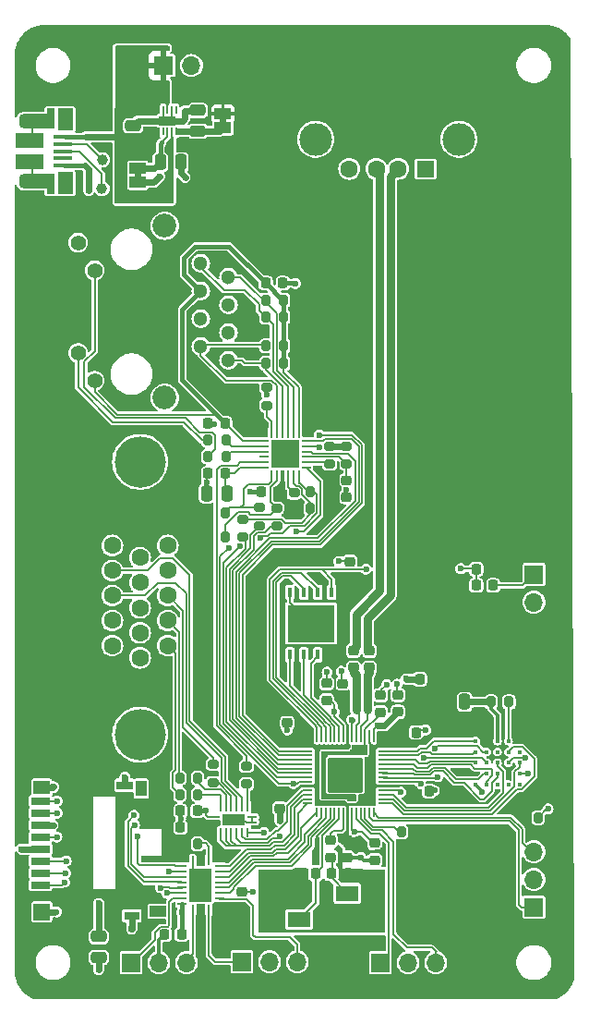
<source format=gtl>
G04 #@! TF.GenerationSoftware,KiCad,Pcbnew,8.0.1-8.0.1-1~ubuntu22.04.1*
G04 #@! TF.CreationDate,2024-06-13T00:54:24-07:00*
G04 #@! TF.ProjectId,emu_brd,656d755f-6272-4642-9e6b-696361645f70,REV1*
G04 #@! TF.SameCoordinates,Original*
G04 #@! TF.FileFunction,Copper,L1,Top*
G04 #@! TF.FilePolarity,Positive*
%FSLAX46Y46*%
G04 Gerber Fmt 4.6, Leading zero omitted, Abs format (unit mm)*
G04 Created by KiCad (PCBNEW 8.0.1-8.0.1-1~ubuntu22.04.1) date 2024-06-13 00:54:24*
%MOMM*%
%LPD*%
G01*
G04 APERTURE LIST*
G04 Aperture macros list*
%AMRoundRect*
0 Rectangle with rounded corners*
0 $1 Rounding radius*
0 $2 $3 $4 $5 $6 $7 $8 $9 X,Y pos of 4 corners*
0 Add a 4 corners polygon primitive as box body*
4,1,4,$2,$3,$4,$5,$6,$7,$8,$9,$2,$3,0*
0 Add four circle primitives for the rounded corners*
1,1,$1+$1,$2,$3*
1,1,$1+$1,$4,$5*
1,1,$1+$1,$6,$7*
1,1,$1+$1,$8,$9*
0 Add four rect primitives between the rounded corners*
20,1,$1+$1,$2,$3,$4,$5,0*
20,1,$1+$1,$4,$5,$6,$7,0*
20,1,$1+$1,$6,$7,$8,$9,0*
20,1,$1+$1,$8,$9,$2,$3,0*%
G04 Aperture macros list end*
G04 #@! TA.AperFunction,EtchedComponent*
%ADD10C,0.000000*%
G04 #@! TD*
G04 #@! TA.AperFunction,SMDPad,CuDef*
%ADD11RoundRect,0.250000X0.475000X-0.250000X0.475000X0.250000X-0.475000X0.250000X-0.475000X-0.250000X0*%
G04 #@! TD*
G04 #@! TA.AperFunction,ComponentPad*
%ADD12R,1.700000X1.700000*%
G04 #@! TD*
G04 #@! TA.AperFunction,ComponentPad*
%ADD13O,1.700000X1.700000*%
G04 #@! TD*
G04 #@! TA.AperFunction,SMDPad,CuDef*
%ADD14RoundRect,0.225000X-0.225000X-0.250000X0.225000X-0.250000X0.225000X0.250000X-0.225000X0.250000X0*%
G04 #@! TD*
G04 #@! TA.AperFunction,SMDPad,CuDef*
%ADD15RoundRect,0.225000X-0.250000X0.225000X-0.250000X-0.225000X0.250000X-0.225000X0.250000X0.225000X0*%
G04 #@! TD*
G04 #@! TA.AperFunction,SMDPad,CuDef*
%ADD16RoundRect,0.225000X0.250000X-0.225000X0.250000X0.225000X-0.250000X0.225000X-0.250000X-0.225000X0*%
G04 #@! TD*
G04 #@! TA.AperFunction,SMDPad,CuDef*
%ADD17RoundRect,0.225000X0.225000X0.250000X-0.225000X0.250000X-0.225000X-0.250000X0.225000X-0.250000X0*%
G04 #@! TD*
G04 #@! TA.AperFunction,SMDPad,CuDef*
%ADD18RoundRect,0.250000X-0.475000X0.250000X-0.475000X-0.250000X0.475000X-0.250000X0.475000X0.250000X0*%
G04 #@! TD*
G04 #@! TA.AperFunction,SMDPad,CuDef*
%ADD19RoundRect,0.050000X-0.387500X-0.050000X0.387500X-0.050000X0.387500X0.050000X-0.387500X0.050000X0*%
G04 #@! TD*
G04 #@! TA.AperFunction,SMDPad,CuDef*
%ADD20RoundRect,0.050000X-0.050000X-0.387500X0.050000X-0.387500X0.050000X0.387500X-0.050000X0.387500X0*%
G04 #@! TD*
G04 #@! TA.AperFunction,ComponentPad*
%ADD21C,0.600000*%
G04 #@! TD*
G04 #@! TA.AperFunction,SMDPad,CuDef*
%ADD22RoundRect,0.144000X-1.456000X-1.456000X1.456000X-1.456000X1.456000X1.456000X-1.456000X1.456000X0*%
G04 #@! TD*
G04 #@! TA.AperFunction,SMDPad,CuDef*
%ADD23RoundRect,0.250000X-0.250000X-0.475000X0.250000X-0.475000X0.250000X0.475000X-0.250000X0.475000X0*%
G04 #@! TD*
G04 #@! TA.AperFunction,SMDPad,CuDef*
%ADD24RoundRect,0.200000X0.275000X-0.200000X0.275000X0.200000X-0.275000X0.200000X-0.275000X-0.200000X0*%
G04 #@! TD*
G04 #@! TA.AperFunction,SMDPad,CuDef*
%ADD25RoundRect,0.200000X0.200000X0.275000X-0.200000X0.275000X-0.200000X-0.275000X0.200000X-0.275000X0*%
G04 #@! TD*
G04 #@! TA.AperFunction,SMDPad,CuDef*
%ADD26RoundRect,0.200000X-0.200000X-0.275000X0.200000X-0.275000X0.200000X0.275000X-0.200000X0.275000X0*%
G04 #@! TD*
G04 #@! TA.AperFunction,SMDPad,CuDef*
%ADD27R,0.220000X0.760000*%
G04 #@! TD*
G04 #@! TA.AperFunction,SMDPad,CuDef*
%ADD28R,1.500000X0.900000*%
G04 #@! TD*
G04 #@! TA.AperFunction,SMDPad,CuDef*
%ADD29RoundRect,0.200000X-0.275000X0.200000X-0.275000X-0.200000X0.275000X-0.200000X0.275000X0.200000X0*%
G04 #@! TD*
G04 #@! TA.AperFunction,SMDPad,CuDef*
%ADD30R,1.750000X0.700000*%
G04 #@! TD*
G04 #@! TA.AperFunction,SMDPad,CuDef*
%ADD31R,1.000000X1.450000*%
G04 #@! TD*
G04 #@! TA.AperFunction,SMDPad,CuDef*
%ADD32R,1.550000X1.000000*%
G04 #@! TD*
G04 #@! TA.AperFunction,SMDPad,CuDef*
%ADD33R,1.500000X0.800000*%
G04 #@! TD*
G04 #@! TA.AperFunction,SMDPad,CuDef*
%ADD34R,1.500000X1.300000*%
G04 #@! TD*
G04 #@! TA.AperFunction,SMDPad,CuDef*
%ADD35R,1.500000X1.500000*%
G04 #@! TD*
G04 #@! TA.AperFunction,SMDPad,CuDef*
%ADD36R,1.400000X0.800000*%
G04 #@! TD*
G04 #@! TA.AperFunction,SMDPad,CuDef*
%ADD37R,0.280000X0.850000*%
G04 #@! TD*
G04 #@! TA.AperFunction,SMDPad,CuDef*
%ADD38R,0.850000X0.280000*%
G04 #@! TD*
G04 #@! TA.AperFunction,SMDPad,CuDef*
%ADD39R,2.050000X3.049999*%
G04 #@! TD*
G04 #@! TA.AperFunction,ComponentPad*
%ADD40C,1.408000*%
G04 #@! TD*
G04 #@! TA.AperFunction,ComponentPad*
%ADD41C,1.300000*%
G04 #@! TD*
G04 #@! TA.AperFunction,ComponentPad*
%ADD42C,2.184400*%
G04 #@! TD*
G04 #@! TA.AperFunction,SMDPad,CuDef*
%ADD43R,1.750000X0.400000*%
G04 #@! TD*
G04 #@! TA.AperFunction,SMDPad,CuDef*
%ADD44R,0.700000X1.825000*%
G04 #@! TD*
G04 #@! TA.AperFunction,SMDPad,CuDef*
%ADD45R,1.460000X2.000000*%
G04 #@! TD*
G04 #@! TA.AperFunction,SMDPad,CuDef*
%ADD46RoundRect,0.384800X-1.240200X0.265200X-1.240200X-0.265200X1.240200X-0.265200X1.240200X0.265200X0*%
G04 #@! TD*
G04 #@! TA.AperFunction,ComponentPad*
%ADD47O,1.800000X1.300000*%
G04 #@! TD*
G04 #@! TA.AperFunction,ComponentPad*
%ADD48O,1.450000X1.050000*%
G04 #@! TD*
G04 #@! TA.AperFunction,SMDPad,CuDef*
%ADD49R,2.500000X1.425000*%
G04 #@! TD*
G04 #@! TA.AperFunction,SMDPad,CuDef*
%ADD50R,0.431800X0.965200*%
G04 #@! TD*
G04 #@! TA.AperFunction,SMDPad,CuDef*
%ADD51R,4.343400X3.454400*%
G04 #@! TD*
G04 #@! TA.AperFunction,ComponentPad*
%ADD52R,1.600000X1.500000*%
G04 #@! TD*
G04 #@! TA.AperFunction,ComponentPad*
%ADD53C,1.600000*%
G04 #@! TD*
G04 #@! TA.AperFunction,ComponentPad*
%ADD54C,3.000000*%
G04 #@! TD*
G04 #@! TA.AperFunction,SMDPad,CuDef*
%ADD55R,1.500000X1.000000*%
G04 #@! TD*
G04 #@! TA.AperFunction,SMDPad,CuDef*
%ADD56RoundRect,0.218750X-0.218750X-0.256250X0.218750X-0.256250X0.218750X0.256250X-0.218750X0.256250X0*%
G04 #@! TD*
G04 #@! TA.AperFunction,SMDPad,CuDef*
%ADD57RoundRect,0.062500X0.350000X-0.062500X0.350000X0.062500X-0.350000X0.062500X-0.350000X-0.062500X0*%
G04 #@! TD*
G04 #@! TA.AperFunction,SMDPad,CuDef*
%ADD58RoundRect,0.062500X0.062500X-0.350000X0.062500X0.350000X-0.062500X0.350000X-0.062500X-0.350000X0*%
G04 #@! TD*
G04 #@! TA.AperFunction,HeatsinkPad*
%ADD59R,2.000000X1.000000*%
G04 #@! TD*
G04 #@! TA.AperFunction,SMDPad,CuDef*
%ADD60R,2.000000X1.400000*%
G04 #@! TD*
G04 #@! TA.AperFunction,ComponentPad*
%ADD61C,1.000000*%
G04 #@! TD*
G04 #@! TA.AperFunction,SMDPad,CuDef*
%ADD62RoundRect,0.062500X-0.375000X-0.062500X0.375000X-0.062500X0.375000X0.062500X-0.375000X0.062500X0*%
G04 #@! TD*
G04 #@! TA.AperFunction,SMDPad,CuDef*
%ADD63RoundRect,0.062500X-0.062500X-0.375000X0.062500X-0.375000X0.062500X0.375000X-0.062500X0.375000X0*%
G04 #@! TD*
G04 #@! TA.AperFunction,HeatsinkPad*
%ADD64C,0.600000*%
G04 #@! TD*
G04 #@! TA.AperFunction,HeatsinkPad*
%ADD65R,2.500000X2.500000*%
G04 #@! TD*
G04 #@! TA.AperFunction,SMDPad,CuDef*
%ADD66C,0.410000*%
G04 #@! TD*
G04 #@! TA.AperFunction,ComponentPad*
%ADD67C,4.700000*%
G04 #@! TD*
G04 #@! TA.AperFunction,ComponentPad*
%ADD68C,1.600200*%
G04 #@! TD*
G04 #@! TA.AperFunction,ViaPad*
%ADD69C,0.600000*%
G04 #@! TD*
G04 #@! TA.AperFunction,Conductor*
%ADD70C,0.600000*%
G04 #@! TD*
G04 #@! TA.AperFunction,Conductor*
%ADD71C,0.200000*%
G04 #@! TD*
G04 #@! TA.AperFunction,Conductor*
%ADD72C,0.150000*%
G04 #@! TD*
G04 #@! TA.AperFunction,Conductor*
%ADD73C,0.300000*%
G04 #@! TD*
G04 #@! TA.AperFunction,Conductor*
%ADD74C,0.400000*%
G04 #@! TD*
G04 #@! TA.AperFunction,Conductor*
%ADD75C,0.800000*%
G04 #@! TD*
G04 APERTURE END LIST*
D10*
G04 #@! TA.AperFunction,EtchedComponent*
G36*
X81275000Y-45305000D02*
G01*
X80675000Y-45305000D01*
X80675000Y-44805000D01*
X81275000Y-44805000D01*
X81275000Y-45305000D01*
G37*
G04 #@! TD.AperFunction*
G04 #@! TA.AperFunction,EtchedComponent*
G36*
X89075000Y-40305000D02*
G01*
X88475000Y-40305000D01*
X88475000Y-39805000D01*
X89075000Y-39805000D01*
X89075000Y-40305000D01*
G37*
G04 #@! TD.AperFunction*
D11*
X86475000Y-41005000D03*
X86475000Y-39105000D03*
D12*
X117290000Y-81620000D03*
D13*
X117290000Y-84160000D03*
D14*
X104940000Y-96098000D03*
X106490000Y-96098000D03*
D15*
X93990000Y-101505000D03*
X93990000Y-103055000D03*
D16*
X100400000Y-81985000D03*
X100400000Y-80435000D03*
D17*
X113560000Y-81130000D03*
X112010000Y-81130000D03*
D14*
X112010000Y-82630000D03*
X113560000Y-82630000D03*
D16*
X99771400Y-93164600D03*
X99771400Y-91614600D03*
D15*
X100736600Y-88604700D03*
X100736600Y-90154700D03*
X102679700Y-106232300D03*
X102679700Y-107782300D03*
D18*
X80525000Y-38630000D03*
X80525000Y-40530000D03*
D16*
X94690000Y-96775000D03*
X94690000Y-95225000D03*
D17*
X108390000Y-91205000D03*
X106840000Y-91205000D03*
D19*
X96562500Y-97400000D03*
X96562500Y-97800000D03*
X96562500Y-98200000D03*
X96562500Y-98600000D03*
X96562500Y-99000000D03*
X96562500Y-99400000D03*
X96562500Y-99800000D03*
X96562500Y-100200000D03*
X96562500Y-100600000D03*
X96562500Y-101000000D03*
X96562500Y-101400000D03*
X96562500Y-101800000D03*
X96562500Y-102200000D03*
X96562500Y-102600000D03*
D20*
X97400000Y-103437500D03*
X97800000Y-103437500D03*
X98200000Y-103437500D03*
X98600000Y-103437500D03*
X99000000Y-103437500D03*
X99400000Y-103437500D03*
X99800000Y-103437500D03*
X100200000Y-103437500D03*
X100600000Y-103437500D03*
X101000000Y-103437500D03*
X101400000Y-103437500D03*
X101800000Y-103437500D03*
X102200000Y-103437500D03*
X102600000Y-103437500D03*
D19*
X103437500Y-102600000D03*
X103437500Y-102200000D03*
X103437500Y-101800000D03*
X103437500Y-101400000D03*
X103437500Y-101000000D03*
X103437500Y-100600000D03*
X103437500Y-100200000D03*
X103437500Y-99800000D03*
X103437500Y-99400000D03*
X103437500Y-99000000D03*
X103437500Y-98600000D03*
X103437500Y-98200000D03*
X103437500Y-97800000D03*
X103437500Y-97400000D03*
D20*
X102600000Y-96562500D03*
X102200000Y-96562500D03*
X101800000Y-96562500D03*
X101400000Y-96562500D03*
X101000000Y-96562500D03*
X100600000Y-96562500D03*
X100200000Y-96562500D03*
X99800000Y-96562500D03*
X99400000Y-96562500D03*
X99000000Y-96562500D03*
X98600000Y-96562500D03*
X98200000Y-96562500D03*
X97800000Y-96562500D03*
X97400000Y-96562500D03*
D21*
X98725000Y-98725000D03*
X98725000Y-100000000D03*
X98725000Y-101275000D03*
X100000000Y-98725000D03*
X100000000Y-100000000D03*
D22*
X100000000Y-100000000D03*
D21*
X100000000Y-101275000D03*
X101275000Y-98725000D03*
X101275000Y-100000000D03*
X101275000Y-101275000D03*
D17*
X97290000Y-109000000D03*
X95740000Y-109000000D03*
D16*
X98272800Y-93151800D03*
X98272800Y-91601800D03*
X104826000Y-94206000D03*
X104826000Y-92656000D03*
D23*
X109040000Y-93300000D03*
X110940000Y-93300000D03*
D14*
X106133800Y-101457400D03*
X107683800Y-101457400D03*
D15*
X100127000Y-105991000D03*
X100127000Y-107541000D03*
D16*
X103238500Y-94244100D03*
X103238500Y-92694100D03*
D15*
X102222500Y-88604700D03*
X102222500Y-90154700D03*
X98615700Y-105978300D03*
X98615700Y-107528300D03*
D14*
X98710000Y-109000000D03*
X100260000Y-109000000D03*
D17*
X86415000Y-104800000D03*
X84865000Y-104800000D03*
D24*
X90610000Y-78205000D03*
X90610000Y-76555000D03*
D16*
X90490000Y-112230000D03*
X90490000Y-110680000D03*
D25*
X94355000Y-58050000D03*
X92705000Y-58050000D03*
D17*
X94260000Y-54940000D03*
X92710000Y-54940000D03*
D26*
X117665000Y-103900000D03*
X119315000Y-103900000D03*
D25*
X86465000Y-100260000D03*
X84815000Y-100260000D03*
D24*
X95300000Y-75815000D03*
X95300000Y-74165000D03*
D12*
X90510000Y-117105000D03*
D13*
X93050000Y-117105000D03*
X95590000Y-117105000D03*
D24*
X87910000Y-100685000D03*
X87910000Y-99035000D03*
D16*
X100120000Y-74535000D03*
X100120000Y-72985000D03*
D17*
X86415000Y-103290000D03*
X84865000Y-103290000D03*
D12*
X117290000Y-112100000D03*
D13*
X117290000Y-109560000D03*
X117290000Y-107020000D03*
D24*
X92140000Y-77165000D03*
X92140000Y-75515000D03*
D27*
X84475000Y-39070000D03*
X84075000Y-39070000D03*
X83675000Y-39070000D03*
X83275000Y-39070000D03*
X82875000Y-39070000D03*
X82875000Y-41040000D03*
X83275000Y-41040000D03*
X83675000Y-41040000D03*
X84075000Y-41040000D03*
X84475000Y-41040000D03*
D28*
X83675000Y-40055000D03*
D25*
X86465000Y-101780000D03*
X84815000Y-101780000D03*
D23*
X83025000Y-43855000D03*
X84925000Y-43855000D03*
D25*
X89045000Y-69320000D03*
X87395000Y-69320000D03*
D24*
X92790000Y-66135000D03*
X92790000Y-64485000D03*
D29*
X98570000Y-69870000D03*
X98570000Y-71520000D03*
D30*
X72040000Y-110075000D03*
X72040000Y-108975000D03*
X72040000Y-107875000D03*
X72040000Y-106775000D03*
X72040000Y-105675000D03*
X72040000Y-104575000D03*
X72040000Y-103475000D03*
X72040000Y-102375000D03*
D31*
X81265000Y-101250000D03*
D32*
X82840000Y-112475000D03*
D33*
X79765000Y-100925000D03*
D34*
X72165000Y-101175000D03*
D35*
X72165000Y-112525000D03*
D36*
X80415000Y-112875000D03*
D24*
X93700000Y-77195000D03*
X93700000Y-75545000D03*
D37*
X87483701Y-112292399D03*
D38*
X88458700Y-111817399D03*
X88458700Y-111317400D03*
X88458700Y-110817401D03*
X88458700Y-110317400D03*
X88458700Y-109817400D03*
X88458700Y-109317399D03*
X88458700Y-108817400D03*
X88458700Y-108317401D03*
D37*
X87483701Y-107842401D03*
X85983699Y-107842401D03*
D38*
X85008700Y-108317401D03*
X85008700Y-108817400D03*
X85008700Y-109317399D03*
X85008700Y-109817400D03*
X85008700Y-110317400D03*
X85008700Y-110817401D03*
X85008700Y-111317400D03*
X85008700Y-111817399D03*
D37*
X85983699Y-112292399D03*
D21*
X87127400Y-110854800D03*
X87127400Y-110067400D03*
X87127400Y-109280000D03*
D39*
X86733700Y-110067400D03*
D21*
X86340000Y-110854800D03*
X86340000Y-110067400D03*
X86340000Y-109280000D03*
D25*
X89035000Y-70840000D03*
X87385000Y-70840000D03*
D17*
X84990000Y-114605000D03*
X83440000Y-114605000D03*
D40*
X77011410Y-63881260D03*
X75491910Y-61339410D03*
X77011910Y-53769410D03*
X75491410Y-51231260D03*
D41*
X86740000Y-53110000D03*
X89280000Y-54380000D03*
X86740000Y-55650000D03*
X89280000Y-56919999D03*
X86740000Y-58189999D03*
X89280000Y-59460000D03*
X86740000Y-60730000D03*
X89280000Y-62000000D03*
D42*
X83440000Y-49680000D03*
X83440000Y-65430000D03*
D43*
X74095000Y-41550000D03*
X74095000Y-42200000D03*
X74095000Y-42850000D03*
X74095000Y-43500000D03*
X74095000Y-44150000D03*
D44*
X72970000Y-39862500D03*
D45*
X74300000Y-39950000D03*
D46*
X71695000Y-40125000D03*
D47*
X71270000Y-40125000D03*
D48*
X74300000Y-40425000D03*
D49*
X71020000Y-41887500D03*
X71020000Y-43812500D03*
D48*
X74300000Y-45275000D03*
D46*
X71695000Y-45575000D03*
D47*
X71270000Y-45575000D03*
D45*
X74300000Y-45750000D03*
D44*
X72970000Y-45837500D03*
D50*
X98745000Y-83239800D03*
X97475000Y-83239800D03*
X96205000Y-83239800D03*
X94935000Y-83239800D03*
X94935000Y-88980200D03*
X96205000Y-88980200D03*
X97475000Y-88980200D03*
X98745000Y-88980200D03*
D51*
X96840000Y-86110000D03*
D25*
X98425000Y-74000000D03*
X96775000Y-74000000D03*
D14*
X87405000Y-72380000D03*
X88955000Y-72380000D03*
D25*
X94355000Y-56500000D03*
X92705000Y-56500000D03*
D18*
X77390000Y-114805000D03*
X77390000Y-116705000D03*
D26*
X113365000Y-93300000D03*
X115015000Y-93300000D03*
D12*
X83350000Y-35000000D03*
D13*
X85890000Y-35000000D03*
D26*
X84815000Y-106310000D03*
X86465000Y-106310000D03*
D52*
X107350000Y-44470000D03*
D53*
X104850000Y-44470000D03*
X102850000Y-44470000D03*
X100350000Y-44470000D03*
D54*
X110420000Y-41760000D03*
X97280000Y-41760000D03*
D23*
X87260000Y-74190000D03*
X89160000Y-74190000D03*
D55*
X80975000Y-44405000D03*
X80975000Y-45705000D03*
D26*
X87365000Y-78150000D03*
X89015000Y-78150000D03*
D56*
X87412500Y-67770000D03*
X88987500Y-67770000D03*
D55*
X88775000Y-40705000D03*
X88775000Y-39405000D03*
D57*
X88092500Y-104310000D03*
D58*
X88530000Y-105247500D03*
X89030000Y-105247500D03*
X89530000Y-105247500D03*
X90030000Y-105247500D03*
X90530000Y-105247500D03*
X91030000Y-105247500D03*
D57*
X91467500Y-104310000D03*
X91467500Y-103810000D03*
D58*
X91030000Y-102872500D03*
X90530000Y-102872500D03*
X90030000Y-102872500D03*
X89530000Y-102872500D03*
X89030000Y-102872500D03*
X88530000Y-102872500D03*
D57*
X88092500Y-103810000D03*
D59*
X89780000Y-104060000D03*
D25*
X94355000Y-60700000D03*
X92705000Y-60700000D03*
D17*
X93810000Y-74060000D03*
X92260000Y-74060000D03*
D29*
X100120000Y-69860000D03*
X100120000Y-71510000D03*
D60*
X95760000Y-113230000D03*
X100160000Y-113230000D03*
X100160000Y-110830000D03*
X95760000Y-110830000D03*
D26*
X87335000Y-75960000D03*
X88985000Y-75960000D03*
D25*
X94355000Y-62290000D03*
X92705000Y-62290000D03*
D61*
X77720000Y-43640000D03*
D24*
X90910000Y-100825000D03*
X90910000Y-99175000D03*
D12*
X103210000Y-117180000D03*
D13*
X105750000Y-117180000D03*
X108290000Y-117180000D03*
D26*
X105165000Y-105230000D03*
X106815000Y-105230000D03*
D61*
X77680000Y-46280000D03*
D62*
X92542500Y-69360000D03*
X92542500Y-69860000D03*
X92542500Y-70360000D03*
X92542500Y-70860000D03*
X92542500Y-71360000D03*
X92542500Y-71860000D03*
D63*
X93230000Y-72547500D03*
X93730000Y-72547500D03*
X94230000Y-72547500D03*
X94730000Y-72547500D03*
X95230000Y-72547500D03*
X95730000Y-72547500D03*
D62*
X96417500Y-71860000D03*
X96417500Y-71360000D03*
X96417500Y-70860000D03*
X96417500Y-70360000D03*
X96417500Y-69860000D03*
X96417500Y-69360000D03*
D63*
X95730000Y-68672500D03*
X95230000Y-68672500D03*
X94730000Y-68672500D03*
X94230000Y-68672500D03*
X93730000Y-68672500D03*
X93230000Y-68672500D03*
D64*
X93580000Y-69710000D03*
X93580000Y-70610000D03*
X93580000Y-71510000D03*
X94480000Y-69710000D03*
X94480000Y-70610000D03*
D65*
X94480000Y-70610000D03*
D64*
X94480000Y-71510000D03*
X95380000Y-69710000D03*
X95380000Y-70610000D03*
X95380000Y-71510000D03*
D66*
X115954000Y-97876000D03*
X115954000Y-98876000D03*
X115954000Y-99876000D03*
X115954000Y-100876000D03*
X114954000Y-96876000D03*
X114954000Y-97876000D03*
X114954000Y-98876000D03*
X114954000Y-99876000D03*
X114954000Y-100876000D03*
X113954000Y-96876000D03*
X113954000Y-97876000D03*
X113954000Y-98876000D03*
X113954000Y-99876000D03*
X113954000Y-100876000D03*
X112954000Y-96876000D03*
X112954000Y-97876000D03*
X112954000Y-98876000D03*
X112954000Y-99876000D03*
X112954000Y-100876000D03*
X111954000Y-96876000D03*
X111954000Y-97876000D03*
X111954000Y-98876000D03*
X111954000Y-99876000D03*
X111954000Y-100876000D03*
D67*
X81170000Y-96305000D03*
X81170000Y-71315000D03*
D68*
X83710000Y-88139999D03*
X83710000Y-85850001D03*
X83710000Y-83560000D03*
X83710000Y-81270000D03*
X83710000Y-78980000D03*
X81170000Y-89249499D03*
X81170000Y-86959501D03*
X81170000Y-84669500D03*
X81170000Y-82379500D03*
X81170000Y-80089499D03*
X78630000Y-88139999D03*
X78630000Y-85850001D03*
X78630000Y-83560000D03*
X78630000Y-81270000D03*
X78630000Y-78980000D03*
D25*
X98415000Y-75570000D03*
X96765000Y-75570000D03*
D12*
X80350000Y-117180000D03*
D13*
X82890000Y-117180000D03*
X85430000Y-117180000D03*
D69*
X98015000Y-111705000D03*
X92815000Y-113205000D03*
X92710000Y-111030000D03*
X103050000Y-110990000D03*
X84900000Y-104030000D03*
X73515000Y-112530000D03*
X99619000Y-90497300D03*
X103050000Y-109210000D03*
X89140000Y-103890000D03*
X103065000Y-113230000D03*
X79790000Y-100200000D03*
X99410000Y-80430000D03*
X87270000Y-73160000D03*
X101397000Y-109052000D03*
X92740000Y-109150000D03*
X91565000Y-110680000D03*
X97390700Y-106965000D03*
X92789997Y-65159997D03*
X85275000Y-39855000D03*
X98370000Y-85040000D03*
X101422400Y-107553400D03*
X105544900Y-91179600D03*
X94697057Y-95875000D03*
X104749800Y-91678400D03*
X96760000Y-86930000D03*
X112190000Y-93300000D03*
X73259622Y-101069622D03*
X82200000Y-40055000D03*
X76480002Y-46459999D03*
X91280000Y-74060000D03*
X77365000Y-117830000D03*
X100120000Y-73890000D03*
X94790000Y-109000000D03*
X95420000Y-54970000D03*
X95240000Y-85020000D03*
X80390000Y-114100000D03*
X107379535Y-95872933D03*
X112513328Y-101581572D03*
X108165500Y-101423781D03*
X116490000Y-98400000D03*
X76480000Y-45360000D03*
X73197185Y-104600000D03*
X103771000Y-91716500D03*
X93990000Y-104183100D03*
X85310000Y-45240000D03*
X90400000Y-104230000D03*
X81325000Y-40055000D03*
X98323600Y-90573500D03*
X99330000Y-69900000D03*
X87230000Y-103240000D03*
X87970000Y-67900000D03*
X85008700Y-112570000D03*
X100606443Y-94936193D03*
X102921000Y-95463000D03*
X77365000Y-111755000D03*
X82975000Y-45155000D03*
X70290000Y-106770000D03*
X98984000Y-94193000D03*
X100800000Y-105200000D03*
X100599970Y-102100000D03*
X100689622Y-97910378D03*
X90600000Y-58400000D03*
X105290000Y-106930000D03*
X102200000Y-50200000D03*
X105050000Y-50200000D03*
X97930000Y-76850000D03*
X99920000Y-77960000D03*
X110990000Y-101900000D03*
X103440000Y-106930000D03*
X102170000Y-82250000D03*
X105020000Y-77960000D03*
X105050000Y-51150000D03*
X95330000Y-75020000D03*
X105050000Y-61850000D03*
X105050000Y-60900000D03*
X92790000Y-59330000D03*
X102170000Y-77960000D03*
X102200000Y-60900000D03*
X105020000Y-82250000D03*
X110990000Y-105005000D03*
X92500000Y-101290000D03*
X92490000Y-94900000D03*
X102200000Y-61850000D03*
X90599998Y-61250000D03*
X102200000Y-51150000D03*
X95640000Y-59330000D03*
X110990000Y-99875500D03*
X83034673Y-110327492D03*
X74250000Y-109820000D03*
X83615000Y-110805000D03*
X74357831Y-108987169D03*
X83790000Y-108805000D03*
X74390000Y-107880000D03*
X80965000Y-105655000D03*
X73540000Y-105675000D03*
X80670000Y-104580000D03*
X73565000Y-103475000D03*
X73565000Y-102375000D03*
X80620000Y-103700000D03*
X97625478Y-69985000D03*
X97640000Y-68835000D03*
X92510000Y-105270000D03*
X105080000Y-101559000D03*
X92170000Y-78315000D03*
X90308940Y-79054956D03*
X110590000Y-81100000D03*
X101900000Y-81140000D03*
X116790000Y-99900000D03*
X118590000Y-103100000D03*
X95507499Y-77705000D03*
X89320520Y-79170090D03*
X94000000Y-105605000D03*
X95240000Y-100780000D03*
X107220708Y-98428895D03*
X106898819Y-100799953D03*
X108490000Y-100167433D03*
X108210878Y-97600000D03*
D70*
X110940000Y-93300000D02*
X112190000Y-93300000D01*
D71*
X90850000Y-104230000D02*
X90940000Y-104320000D01*
D70*
X76480002Y-46459999D02*
X76480000Y-46459997D01*
D72*
X94935000Y-83239800D02*
X94935000Y-84205000D01*
D73*
X77365000Y-116730000D02*
X77390000Y-116705000D01*
D72*
X95240000Y-85020000D02*
X95750000Y-85020000D01*
D70*
X83675000Y-40055000D02*
X85075000Y-40055000D01*
D71*
X92790000Y-65159994D02*
X92789997Y-65159997D01*
D70*
X85275000Y-39155000D02*
X86437500Y-39155000D01*
D71*
X90490000Y-110680000D02*
X91565000Y-110680000D01*
D70*
X106827500Y-91205000D02*
X105570300Y-91205000D01*
D71*
X91467500Y-103810000D02*
X91467500Y-104310000D01*
D72*
X99000000Y-103998572D02*
X97390700Y-105607872D01*
D71*
X100120000Y-73890000D02*
X100120000Y-74535000D01*
D70*
X72165000Y-112525000D02*
X73365000Y-112525000D01*
X79765000Y-100225000D02*
X79790000Y-100200000D01*
D71*
X85983699Y-107842401D02*
X85983699Y-109317399D01*
D70*
X93990000Y-104183100D02*
X93990000Y-103055000D01*
D71*
X84075000Y-39070000D02*
X84075000Y-39655000D01*
D70*
X73154244Y-101175000D02*
X73259622Y-101069622D01*
D71*
X103238500Y-92791500D02*
X103238500Y-92249000D01*
X99619000Y-91449700D02*
X99619000Y-90497300D01*
D73*
X113365000Y-93300000D02*
X113365000Y-93930000D01*
D71*
X71270000Y-40125000D02*
X71270000Y-41637500D01*
D70*
X85075000Y-40055000D02*
X85275000Y-39855000D01*
D73*
X111954000Y-100876000D02*
X112513328Y-101435328D01*
X82900000Y-117170000D02*
X82890000Y-117180000D01*
D74*
X74249998Y-44145000D02*
X76105000Y-44145000D01*
D71*
X85983699Y-109317399D02*
X86733700Y-110067400D01*
D72*
X94935000Y-84205000D02*
X95240000Y-84510000D01*
D71*
X91457500Y-104320000D02*
X91467500Y-104310000D01*
D72*
X95750000Y-85020000D02*
X96840000Y-86110000D01*
D71*
X99410000Y-80430000D02*
X100395000Y-80430000D01*
D70*
X113365000Y-93300000D02*
X112190000Y-93300000D01*
D71*
X71270000Y-44062500D02*
X71020000Y-43812500D01*
D74*
X92260000Y-74060000D02*
X91280000Y-74060000D01*
D72*
X116490000Y-98400000D02*
X115430000Y-98400000D01*
D70*
X80415000Y-114075000D02*
X80390000Y-114100000D01*
D71*
X84865000Y-103290000D02*
X84865000Y-104800000D01*
D70*
X76480000Y-44470000D02*
X76480000Y-45360000D01*
D73*
X94690000Y-95867943D02*
X94690000Y-95100000D01*
D71*
X92790000Y-64485000D02*
X92790000Y-65159994D01*
D73*
X83440000Y-114605000D02*
X82900000Y-115145000D01*
D71*
X90940000Y-104320000D02*
X91457500Y-104320000D01*
X71270000Y-41637500D02*
X71020000Y-41887500D01*
D73*
X112513328Y-101435328D02*
X112513328Y-101581572D01*
X113954000Y-94519000D02*
X113954000Y-96876000D01*
D72*
X105570300Y-91205000D02*
X105544900Y-91179600D01*
X97390700Y-105607872D02*
X97390700Y-106965000D01*
D74*
X94260000Y-54940000D02*
X95390000Y-54940000D01*
D72*
X99000000Y-103437500D02*
X99000000Y-103998572D01*
D71*
X83275000Y-39070000D02*
X83275000Y-39655000D01*
X90400000Y-104230000D02*
X90850000Y-104230000D01*
D70*
X84925000Y-44855000D02*
X85310000Y-45240000D01*
X72165000Y-101175000D02*
X73154244Y-101175000D01*
X84925000Y-43855000D02*
X84925000Y-44855000D01*
D73*
X101663800Y-107794800D02*
X101422400Y-107553400D01*
D71*
X101397000Y-109052000D02*
X100324500Y-109052000D01*
D70*
X76480000Y-46459997D02*
X76480000Y-45360000D01*
D71*
X87270000Y-72347500D02*
X87270000Y-74012500D01*
D73*
X94697057Y-95875000D02*
X94690000Y-95867943D01*
D70*
X76130000Y-44120000D02*
X76480000Y-44470000D01*
D71*
X95390000Y-54940000D02*
X95420000Y-54970000D01*
D70*
X80525000Y-40530000D02*
X81000000Y-40055000D01*
X80415000Y-112875000D02*
X80415000Y-114075000D01*
D73*
X101422300Y-107553500D02*
X101422400Y-107553400D01*
D71*
X104749800Y-92668900D02*
X104749800Y-91678400D01*
D73*
X100127000Y-107553500D02*
X101422300Y-107553500D01*
D70*
X81000000Y-40055000D02*
X83381250Y-40055000D01*
D71*
X87405000Y-74045000D02*
X87260000Y-74190000D01*
X102679700Y-109077398D02*
X102679698Y-109077400D01*
X98336300Y-91930000D02*
X98323600Y-90573500D01*
X71270000Y-45575000D02*
X71270000Y-44062500D01*
D70*
X72040000Y-104575000D02*
X73172185Y-104575000D01*
D73*
X82900000Y-115145000D02*
X82900000Y-117170000D01*
D71*
X84075000Y-39655000D02*
X83675000Y-40055000D01*
X83275000Y-39655000D02*
X83675000Y-40055000D01*
D72*
X115430000Y-98400000D02*
X114954000Y-98876000D01*
D70*
X79765000Y-100925000D02*
X79765000Y-100225000D01*
X77365000Y-117830000D02*
X77365000Y-116730000D01*
D73*
X102679700Y-107794800D02*
X101663800Y-107794800D01*
D71*
X103238500Y-92249000D02*
X103771000Y-91716500D01*
D72*
X95240000Y-84510000D02*
X95240000Y-85020000D01*
D70*
X85275000Y-39855000D02*
X85275000Y-39155000D01*
D71*
X100395000Y-80430000D02*
X100400000Y-80435000D01*
D73*
X108131881Y-101457400D02*
X108165500Y-101423781D01*
X107696300Y-101457400D02*
X108131881Y-101457400D01*
D72*
X106676767Y-95872933D02*
X107379535Y-95872933D01*
D73*
X113365000Y-93930000D02*
X113954000Y-94519000D01*
D70*
X73172185Y-104575000D02*
X73197185Y-104600000D01*
D74*
X76155000Y-41555000D02*
X76180000Y-41530000D01*
D72*
X83675000Y-39070000D02*
X83675000Y-38180000D01*
D70*
X79270000Y-41290000D02*
X79030000Y-41530000D01*
D74*
X74299998Y-41555000D02*
X76155000Y-41555000D01*
D72*
X80525000Y-38885000D02*
X80525000Y-38630000D01*
D70*
X79270000Y-39885000D02*
X79270000Y-41290000D01*
X79030000Y-41530000D02*
X76180000Y-41530000D01*
D71*
X84075000Y-41040000D02*
X84075000Y-41855000D01*
D72*
X80710000Y-39070000D02*
X80525000Y-38885000D01*
D70*
X80525000Y-38630000D02*
X79270000Y-39885000D01*
D72*
X97290000Y-111700000D02*
X95760000Y-113230000D01*
X97915700Y-105509111D02*
X97915700Y-108374300D01*
X97915700Y-108374300D02*
X97290000Y-109000000D01*
X97290000Y-109000000D02*
X97290000Y-111700000D01*
X99400000Y-103437500D02*
X99400000Y-104024811D01*
X99400000Y-104024811D02*
X97915700Y-105509111D01*
X99800000Y-104921300D02*
X99644400Y-105076900D01*
X99800000Y-103437500D02*
X99800000Y-104921300D01*
X98615700Y-105330900D02*
X98615700Y-105965800D01*
X99644400Y-105076900D02*
X98869700Y-105076900D01*
X98869700Y-105076900D02*
X98615700Y-105330900D01*
D70*
X77390000Y-111780000D02*
X77390000Y-114805000D01*
D74*
X87180000Y-103290000D02*
X87230000Y-103240000D01*
D70*
X70290000Y-106770000D02*
X70295000Y-106775000D01*
D74*
X86415000Y-103290000D02*
X87180000Y-103290000D01*
D71*
X87390000Y-103810000D02*
X88092500Y-103810000D01*
X87230000Y-103240000D02*
X87230000Y-103650000D01*
D70*
X100110000Y-69870000D02*
X100120000Y-69860000D01*
D74*
X85008700Y-111817399D02*
X85008700Y-114586300D01*
D70*
X103581500Y-95463000D02*
X102921000Y-95463000D01*
X104826000Y-94218500D02*
X103581500Y-95463000D01*
X70295000Y-106775000D02*
X72040000Y-106775000D01*
X82425000Y-45705000D02*
X82975000Y-45155000D01*
D71*
X87230000Y-103650000D02*
X87390000Y-103810000D01*
X85008700Y-114586300D02*
X84990000Y-114605000D01*
D70*
X100600000Y-94942636D02*
X100606443Y-94936193D01*
X77365000Y-111755000D02*
X77390000Y-111780000D01*
D71*
X102921000Y-95463000D02*
X102600000Y-95784000D01*
X102600000Y-95784000D02*
X102600000Y-96562500D01*
X100600000Y-96562500D02*
X100600000Y-94942636D01*
D70*
X98570000Y-69870000D02*
X100110000Y-69870000D01*
X80975000Y-45705000D02*
X82425000Y-45705000D01*
D71*
X99800000Y-95460000D02*
X98984000Y-94644000D01*
X98984000Y-94644000D02*
X98984000Y-94193000D01*
X101800000Y-96562500D02*
X101800000Y-95800000D01*
X101800000Y-96562500D02*
X101800000Y-97400000D01*
X99800000Y-96562500D02*
X99800000Y-95460000D01*
X100600000Y-105000000D02*
X100800000Y-105200000D01*
X102552600Y-106219800D02*
X101532800Y-105200000D01*
X101800000Y-95800000D02*
X103000000Y-94600000D01*
X98336300Y-92900000D02*
X98984000Y-93547700D01*
X100600000Y-103437500D02*
X100600000Y-105000000D01*
X98984000Y-93547700D02*
X98984000Y-94193000D01*
X103000000Y-94600000D02*
X103000000Y-94000000D01*
X101532800Y-105200000D02*
X100800000Y-105200000D01*
X95970000Y-101000000D02*
X95490000Y-101480000D01*
X95490000Y-101480000D02*
X94231500Y-101480000D01*
X102200000Y-96562500D02*
X102200000Y-97023585D01*
X102200000Y-97023585D02*
X102544415Y-97368000D01*
X102544415Y-97368000D02*
X102794000Y-97368000D01*
X100200000Y-103437500D02*
X100200000Y-102800000D01*
X94231500Y-101480000D02*
X94196200Y-101444700D01*
D72*
X99040000Y-90920000D02*
X99040000Y-92410000D01*
D71*
X96562500Y-101000000D02*
X95970000Y-101000000D01*
X96562500Y-97400000D02*
X97400000Y-97400000D01*
X99958499Y-93041501D02*
X99958499Y-95101202D01*
D72*
X100127000Y-105978500D02*
X100939700Y-105978500D01*
D71*
X100200000Y-102800000D02*
X100249520Y-102750480D01*
X100249520Y-102750480D02*
X101221520Y-102750480D01*
X103175000Y-97368000D02*
X102794000Y-97368000D01*
X99958499Y-95101202D02*
X100200000Y-95342703D01*
D72*
X106121300Y-101457400D02*
X106594422Y-101457400D01*
D73*
X111954000Y-99876000D02*
X110990500Y-99876000D01*
D71*
X103437500Y-101000000D02*
X102600000Y-101000000D01*
D73*
X110990500Y-99876000D02*
X110990000Y-99875500D01*
D72*
X101955800Y-106994600D02*
X103440000Y-106930000D01*
X100939700Y-105978500D02*
X101955800Y-106994600D01*
D71*
X100200000Y-96562500D02*
X100200000Y-97400000D01*
X100200000Y-95342703D02*
X100200000Y-96562500D01*
X105800000Y-101000000D02*
X106000000Y-101200000D01*
X103437500Y-101000000D02*
X105800000Y-101000000D01*
X100200000Y-103437500D02*
X100200000Y-105905500D01*
X96562500Y-101000000D02*
X97400000Y-101000000D01*
X101221520Y-102750480D02*
X101397000Y-102575000D01*
D72*
X103440000Y-106930000D02*
X103454400Y-106994600D01*
X116280000Y-82630000D02*
X117290000Y-81620000D01*
X113560000Y-82630000D02*
X116280000Y-82630000D01*
D70*
X88475000Y-41005000D02*
X88775000Y-40705000D01*
X86475000Y-41005000D02*
X84634511Y-41005000D01*
X86475000Y-41005000D02*
X88475000Y-41005000D01*
D71*
X83034673Y-110327492D02*
X83107165Y-110255000D01*
X84996100Y-110330000D02*
X85008700Y-110317400D01*
X83842818Y-110255000D02*
X83917818Y-110330000D01*
X73995000Y-110075000D02*
X74250000Y-109820000D01*
X83107165Y-110255000D02*
X83842818Y-110255000D01*
X72040000Y-110075000D02*
X73995000Y-110075000D01*
X83917818Y-110330000D02*
X84996100Y-110330000D01*
X72040000Y-108975000D02*
X74345662Y-108975000D01*
X83615000Y-110805000D02*
X84996299Y-110805000D01*
X84996299Y-110805000D02*
X85008700Y-110817401D01*
X74345662Y-108975000D02*
X74357831Y-108987169D01*
X74390000Y-107880000D02*
X74385000Y-107875000D01*
X74385000Y-107875000D02*
X72040000Y-107875000D01*
X83790000Y-108805000D02*
X83802400Y-108817400D01*
X83802400Y-108817400D02*
X85008700Y-108817400D01*
D72*
X84396299Y-108280000D02*
X81140000Y-108280000D01*
X80965000Y-108105000D02*
X80965000Y-105655000D01*
X81140000Y-108280000D02*
X80965000Y-108105000D01*
X84433700Y-108317401D02*
X84396299Y-108280000D01*
X85008700Y-108317401D02*
X84433700Y-108317401D01*
X73540000Y-105675000D02*
X72040000Y-105675000D01*
X80360000Y-104890000D02*
X80670000Y-104580000D01*
X80360000Y-108175736D02*
X80360000Y-104890000D01*
X84996099Y-109330000D02*
X81514264Y-109330000D01*
X73565000Y-103475000D02*
X72040000Y-103475000D01*
X85008700Y-109317399D02*
X84996099Y-109330000D01*
X81514264Y-109330000D02*
X80360000Y-108175736D01*
X73565000Y-102375000D02*
X72040000Y-102375000D01*
X80060000Y-108300000D02*
X80060000Y-104260000D01*
X85008700Y-109817400D02*
X84993792Y-109802492D01*
X80060000Y-104260000D02*
X80620000Y-103700000D01*
X84993792Y-109802492D02*
X81562492Y-109802492D01*
X81562492Y-109802492D02*
X80060000Y-108300000D01*
X100566582Y-69225000D02*
X101222169Y-69880587D01*
X90290000Y-94620804D02*
X93869196Y-98200000D01*
X98133418Y-69225000D02*
X100566582Y-69225000D01*
X101222169Y-74974725D02*
X97606894Y-78590000D01*
X101222169Y-69880587D02*
X101222169Y-74974725D01*
X93215736Y-78590000D02*
X90290000Y-81515736D01*
X97998418Y-69360000D02*
X98133418Y-69225000D01*
X90290000Y-81515736D02*
X90290000Y-94620804D01*
X97606894Y-78590000D02*
X93215736Y-78590000D01*
X96417500Y-69360000D02*
X97998418Y-69360000D01*
X93869196Y-98200000D02*
X96562500Y-98200000D01*
X96417500Y-70360000D02*
X96854999Y-70360000D01*
X93091472Y-78290000D02*
X89990000Y-81391472D01*
X89990000Y-81391472D02*
X89990000Y-94745068D01*
X96854999Y-70360000D02*
X97054999Y-70560000D01*
X100922169Y-74850461D02*
X97482630Y-78290000D01*
X89990000Y-94745068D02*
X93844932Y-98600000D01*
X97054999Y-70560000D02*
X100251582Y-70560000D01*
X100922169Y-71230587D02*
X100922169Y-74850461D01*
X97482630Y-78290000D02*
X93091472Y-78290000D01*
X93844932Y-98600000D02*
X96562500Y-98600000D01*
X100251582Y-70560000D02*
X100922169Y-71230587D01*
X96417500Y-69860000D02*
X97500478Y-69860000D01*
X93893460Y-97800000D02*
X96562500Y-97800000D01*
X93340000Y-78890000D02*
X90590000Y-81640000D01*
X90590000Y-94496540D02*
X93893460Y-97800000D01*
X97640000Y-68835000D02*
X100600846Y-68835000D01*
X97500478Y-69860000D02*
X97625478Y-69985000D01*
X101522169Y-75098989D02*
X97731158Y-78890000D01*
X97731158Y-78890000D02*
X93340000Y-78890000D01*
X100600846Y-68835000D02*
X101522169Y-69756323D01*
X90590000Y-81640000D02*
X90590000Y-94496540D01*
X101522169Y-69756323D02*
X101522169Y-75098989D01*
X92596582Y-77790000D02*
X93191582Y-77195000D01*
X91610000Y-78119264D02*
X91939264Y-77790000D01*
X96562500Y-99000000D02*
X93820668Y-99000000D01*
X89690000Y-81267208D02*
X91610000Y-79347208D01*
X91610000Y-79347208D02*
X91610000Y-78119264D01*
X93191582Y-77195000D02*
X93700000Y-77195000D01*
X93820668Y-99000000D02*
X89690000Y-94869332D01*
X89690000Y-94869332D02*
X89690000Y-81267208D01*
X91939264Y-77790000D02*
X92596582Y-77790000D01*
X93796404Y-99400000D02*
X96562500Y-99400000D01*
X91310000Y-79222944D02*
X89390000Y-81142944D01*
X91310000Y-77995000D02*
X91310000Y-79222944D01*
X89390000Y-94993596D02*
X93796404Y-99400000D01*
X89390000Y-81142944D02*
X89390000Y-94993596D01*
X92140000Y-77165000D02*
X91310000Y-77995000D01*
X103437500Y-101400000D02*
X104921000Y-101400000D01*
X91030000Y-105247500D02*
X92487500Y-105247500D01*
X92487500Y-105247500D02*
X92510000Y-105270000D01*
X89090000Y-95117860D02*
X93772140Y-99800000D01*
X89090000Y-81018680D02*
X89090000Y-95117860D01*
X93772140Y-99800000D02*
X96562500Y-99800000D01*
X90855000Y-78450000D02*
X90855000Y-79253680D01*
X90610000Y-78205000D02*
X90855000Y-78450000D01*
X90855000Y-79253680D02*
X89090000Y-81018680D01*
X96236582Y-77180000D02*
X97390000Y-76026582D01*
X92395000Y-78090000D02*
X92867208Y-78090000D01*
X88810000Y-80874416D02*
X88790000Y-80894416D01*
X88790000Y-95251472D02*
X93717144Y-100178616D01*
X96640846Y-74000000D02*
X96775000Y-74000000D01*
X95790000Y-73240000D02*
X95880846Y-73240000D01*
X94876116Y-77180000D02*
X96236582Y-77180000D01*
X94236116Y-77820000D02*
X94876116Y-77180000D01*
X97120000Y-74000000D02*
X96775000Y-74000000D01*
X88790000Y-80894416D02*
X88790000Y-95251472D01*
X97390000Y-74270000D02*
X97120000Y-74000000D01*
X88810000Y-80553896D02*
X88810000Y-80874416D01*
X95730000Y-73180000D02*
X95790000Y-73240000D01*
X93717144Y-100178616D02*
X96541116Y-100178616D01*
X90308940Y-79054956D02*
X88810000Y-80553896D01*
X92867208Y-78090000D02*
X93137208Y-77820000D01*
X92170000Y-78315000D02*
X92395000Y-78090000D01*
X95730000Y-72547500D02*
X95730000Y-73180000D01*
X93137208Y-77820000D02*
X94236116Y-77820000D01*
X97390000Y-76026582D02*
X97390000Y-74270000D01*
X95880846Y-73240000D02*
X96640846Y-74000000D01*
D71*
X83675000Y-41555000D02*
X83175000Y-42055000D01*
D70*
X80975000Y-44405000D02*
X82475000Y-44405000D01*
D74*
X83025000Y-43855000D02*
X83025000Y-42205000D01*
D71*
X83675000Y-41040000D02*
X83675000Y-41555000D01*
D70*
X82475000Y-44405000D02*
X83025000Y-43855000D01*
D74*
X83025000Y-42205000D02*
X83175000Y-42055000D01*
D72*
X101800000Y-103437500D02*
X101800000Y-103983644D01*
X101800000Y-103983644D02*
X102564228Y-104747872D01*
X104462872Y-104747872D02*
X105190000Y-105475000D01*
X102564228Y-104747872D02*
X104462872Y-104747872D01*
X108340000Y-116230000D02*
X108290000Y-116280000D01*
X101400000Y-104007922D02*
X102448367Y-105056289D01*
X105639264Y-115805000D02*
X107915000Y-115805000D01*
X104417500Y-114583236D02*
X105639264Y-115805000D01*
X107915000Y-115805000D02*
X108340000Y-116230000D01*
X108290000Y-116280000D02*
X108290000Y-117180000D01*
X103346289Y-105056289D02*
X104417500Y-106127500D01*
X104417500Y-106127500D02*
X104417500Y-114583236D01*
X101400000Y-103437500D02*
X101400000Y-104007922D01*
X102448367Y-105056289D02*
X103346289Y-105056289D01*
X102324100Y-105356300D02*
X101000000Y-104032200D01*
X101000000Y-104032200D02*
X101000000Y-103437500D01*
X103990000Y-106222100D02*
X103124200Y-105356300D01*
X103990000Y-116400000D02*
X103990000Y-106222100D01*
X103210000Y-117180000D02*
X103990000Y-116400000D01*
X103124200Y-105356300D02*
X102324100Y-105356300D01*
X97840000Y-81160000D02*
X101880000Y-81160000D01*
X94020000Y-81160000D02*
X97840000Y-81160000D01*
X97159000Y-95399939D02*
X97159000Y-95350320D01*
X97159000Y-95350320D02*
X93080000Y-91271320D01*
X97400000Y-96627500D02*
X97400000Y-95640939D01*
X97840000Y-81160000D02*
X98745000Y-82065000D01*
X93080000Y-82100000D02*
X94020000Y-81160000D01*
X97400000Y-95640939D02*
X97159000Y-95399939D01*
X111840000Y-81100000D02*
X110590000Y-81100000D01*
X93080000Y-91271320D02*
X93080000Y-82100000D01*
X98745000Y-82065000D02*
X98745000Y-83239800D01*
X112010000Y-81130000D02*
X112010000Y-82630000D01*
X101880000Y-81160000D02*
X101900000Y-81140000D01*
X99400000Y-96562500D02*
X99400000Y-95519620D01*
X98659000Y-94729000D02*
X96870000Y-92940000D01*
X96870000Y-92940000D02*
X96870000Y-89753700D01*
X99400000Y-95519620D02*
X98659000Y-94778619D01*
X98659000Y-94778619D02*
X98659000Y-94729000D01*
X96870000Y-89753700D02*
X97475000Y-89148700D01*
X99000000Y-95543884D02*
X98359000Y-94902883D01*
X98359000Y-94902883D02*
X98359000Y-94853264D01*
X98359000Y-94853264D02*
X96205000Y-92699264D01*
X96205000Y-92699264D02*
X96205000Y-88980200D01*
X99000000Y-96572500D02*
X99000000Y-95543884D01*
X94935000Y-91853528D02*
X94935000Y-88980200D01*
X98059000Y-94977528D02*
X94935000Y-91853528D01*
X98600000Y-96572500D02*
X98600000Y-95568148D01*
X98059000Y-95027147D02*
X98059000Y-94977528D01*
X98600000Y-95568148D02*
X98059000Y-95027147D01*
X98200000Y-95592412D02*
X97759000Y-95151411D01*
X93680000Y-91022792D02*
X93680000Y-82348528D01*
X94991900Y-81760000D02*
X96205000Y-82973100D01*
X97759000Y-95101792D02*
X93680000Y-91022792D01*
X96205000Y-82973100D02*
X96205000Y-83239800D01*
X97759000Y-95151411D02*
X97759000Y-95101792D01*
X94268528Y-81760000D02*
X94991900Y-81760000D01*
X93680000Y-82348528D02*
X94268528Y-81760000D01*
X98200000Y-96572500D02*
X98200000Y-95592412D01*
X97459000Y-95275675D02*
X97459000Y-95226056D01*
X93380000Y-82224264D02*
X94144264Y-81460000D01*
X93380000Y-91147056D02*
X93380000Y-82224264D01*
X97475000Y-82973100D02*
X97475000Y-83239800D01*
X95961900Y-81460000D02*
X97475000Y-82973100D01*
X97800000Y-96572500D02*
X97800000Y-95616676D01*
X94144264Y-81460000D02*
X95961900Y-81460000D01*
X97459000Y-95226056D02*
X93380000Y-91147056D01*
X97800000Y-95616676D02*
X97459000Y-95275675D01*
D75*
X100990000Y-85276498D02*
X103130000Y-83136498D01*
X100750000Y-88435000D02*
X100990000Y-88195000D01*
X103130000Y-44750000D02*
X102850000Y-44470000D01*
X103130000Y-83136498D02*
X103130000Y-44750000D01*
X100990000Y-88195000D02*
X100990000Y-85276498D01*
X104130000Y-45190000D02*
X104850000Y-44470000D01*
X102010000Y-85650000D02*
X104130000Y-83530000D01*
X102222500Y-88604700D02*
X102010000Y-88392200D01*
X102010000Y-88392200D02*
X102010000Y-85650000D01*
X104130000Y-83530000D02*
X104130000Y-45190000D01*
D72*
X118465000Y-103100000D02*
X118590000Y-103100000D01*
X117665000Y-103900000D02*
X118465000Y-103100000D01*
X116766000Y-99876000D02*
X116790000Y-99900000D01*
X115954000Y-99876000D02*
X116766000Y-99876000D01*
X102530000Y-104205000D02*
X115065000Y-104205000D01*
X102200000Y-103437500D02*
X102200000Y-103875000D01*
X115915000Y-105055000D02*
X115915000Y-111855000D01*
X116160000Y-112100000D02*
X117290000Y-112100000D01*
X115065000Y-104205000D02*
X115915000Y-105055000D01*
X115915000Y-111855000D02*
X116160000Y-112100000D01*
X102200000Y-103875000D02*
X102530000Y-104205000D01*
X115189264Y-103905000D02*
X116215000Y-104930736D01*
X116215000Y-106255000D02*
X116980000Y-107020000D01*
X102600000Y-103437500D02*
X103067500Y-103905000D01*
X103067500Y-103905000D02*
X115189264Y-103905000D01*
X116215000Y-104930736D02*
X116215000Y-106255000D01*
X116980000Y-107020000D02*
X117290000Y-107020000D01*
X93304264Y-105830000D02*
X93775000Y-105830000D01*
X88490000Y-95375736D02*
X88490000Y-80770152D01*
X95240000Y-100780000D02*
X93894264Y-100780000D01*
X97690000Y-76190000D02*
X96175000Y-77705000D01*
X88510000Y-79980610D02*
X89320520Y-79170090D01*
X95569838Y-100780000D02*
X95749838Y-100600000D01*
X90030000Y-105247500D02*
X90030000Y-105810000D01*
X93775000Y-105830000D02*
X94000000Y-105605000D01*
X90030000Y-105810000D02*
X90430000Y-106210000D01*
X92924264Y-106210000D02*
X93304264Y-105830000D01*
X97690000Y-73132500D02*
X97690000Y-76190000D01*
X90430000Y-106210000D02*
X92924264Y-106210000D01*
X88490000Y-80770152D02*
X88510000Y-80750152D01*
X96417500Y-71860000D02*
X97690000Y-73132500D01*
X88510000Y-80750152D02*
X88510000Y-79980610D01*
X93894264Y-100780000D02*
X88490000Y-95375736D01*
X95240000Y-100780000D02*
X95569838Y-100780000D01*
X96175000Y-77705000D02*
X95507499Y-77705000D01*
X95749838Y-100600000D02*
X96562500Y-100600000D01*
X107225592Y-98424011D02*
X107220708Y-98428895D01*
X103437500Y-100600000D02*
X106698866Y-100600000D01*
X112502011Y-98424011D02*
X107225592Y-98424011D01*
X106698866Y-100600000D02*
X106898819Y-100799953D01*
X112954000Y-98876000D02*
X112502011Y-98424011D01*
X108459378Y-97351500D02*
X108210878Y-97600000D01*
X112954000Y-97876000D02*
X112642428Y-97876000D01*
X103437500Y-100200000D02*
X103512953Y-100275453D01*
X103512953Y-100275453D02*
X108381980Y-100275453D01*
X108381980Y-100275453D02*
X108490000Y-100167433D01*
X112642428Y-97876000D02*
X112117928Y-97351500D01*
X112090000Y-97351500D02*
X108459378Y-97351500D01*
X110890000Y-100700000D02*
X109992208Y-100700000D01*
X112390000Y-102200000D02*
X110890000Y-100700000D01*
X113954000Y-99876000D02*
X113954000Y-100165913D01*
X108935140Y-99642932D02*
X108143158Y-99642932D01*
X113430781Y-100689132D02*
X113430781Y-101459219D01*
X106365892Y-99975942D02*
X106241878Y-99851928D01*
X112690000Y-102200000D02*
X112390000Y-102200000D01*
X103489428Y-99851928D02*
X103437500Y-99800000D01*
X107810148Y-99975942D02*
X106365892Y-99975942D01*
X113954000Y-100165913D02*
X113430781Y-100689132D01*
X109992208Y-100700000D02*
X108935140Y-99642932D01*
X113430781Y-101459219D02*
X112690000Y-102200000D01*
X106241878Y-99851928D02*
X103489428Y-99851928D01*
X108143158Y-99642932D02*
X107810148Y-99975942D01*
X108019097Y-99343421D02*
X107686086Y-99676431D01*
X109133423Y-99343423D02*
X108924374Y-99343423D01*
X106213522Y-99400000D02*
X103437500Y-99400000D01*
X107686086Y-99676431D02*
X106489951Y-99676429D01*
X106489951Y-99676429D02*
X106213522Y-99400000D01*
X108924372Y-99343425D02*
X108019097Y-99343421D01*
X112190000Y-100400000D02*
X110190000Y-100400000D01*
X112714000Y-99876000D02*
X112190000Y-100400000D01*
X112954000Y-99876000D02*
X112714000Y-99876000D01*
X108924374Y-99343423D02*
X108924372Y-99343425D01*
X110190000Y-100400000D02*
X109133423Y-99343423D01*
X113490000Y-99555000D02*
X113335000Y-99400000D01*
X111514491Y-99043912D02*
X107895036Y-99043910D01*
X107562027Y-99376919D02*
X106614013Y-99376919D01*
X112954000Y-100876000D02*
X112954000Y-100586087D01*
X106237094Y-99000000D02*
X103437500Y-99000000D01*
X106614013Y-99376919D02*
X106237094Y-99000000D01*
X112954000Y-100586087D02*
X113490000Y-100050087D01*
X113335000Y-99400000D02*
X111870579Y-99400000D01*
X113490000Y-100050087D02*
X113490000Y-99555000D01*
X107895036Y-99043910D02*
X107562027Y-99376919D01*
X111870579Y-99400000D02*
X111514491Y-99043912D01*
X107530653Y-98953395D02*
X106809183Y-98953395D01*
X107745497Y-98744399D02*
X107742573Y-98741475D01*
X111822401Y-98744401D02*
X107745497Y-98744399D01*
X106455788Y-98600000D02*
X103437500Y-98600000D01*
X106809183Y-98953395D02*
X106455788Y-98600000D01*
X111954000Y-98876000D02*
X111822401Y-98744401D01*
X107742573Y-98741475D02*
X107530653Y-98953395D01*
X103437500Y-98200000D02*
X106707845Y-98200000D01*
X107972742Y-98124500D02*
X111705500Y-98124500D01*
X106707845Y-98200000D02*
X107003451Y-97904394D01*
X107003451Y-97904394D02*
X107752636Y-97904394D01*
X111705500Y-98124500D02*
X111954000Y-97876000D01*
X107752636Y-97904394D02*
X107972742Y-98124500D01*
X111954000Y-96876000D02*
X108114000Y-96876000D01*
X107440000Y-97550000D02*
X106840000Y-97550000D01*
X108114000Y-96876000D02*
X107440000Y-97550000D01*
X106590000Y-97800000D02*
X103437500Y-97800000D01*
X106840000Y-97550000D02*
X106590000Y-97800000D01*
X105314319Y-103572011D02*
X105138583Y-103396275D01*
X116281000Y-97446000D02*
X117315000Y-98480000D01*
X105138583Y-103396275D02*
X105138583Y-103395583D01*
X113417989Y-103572011D02*
X105314319Y-103572011D01*
X117315000Y-98480000D02*
X117315000Y-100123112D01*
X114987210Y-97838496D02*
X115379706Y-97446000D01*
X105138583Y-103395583D02*
X104343000Y-102600000D01*
X104343000Y-102600000D02*
X103437500Y-102600000D01*
X115775888Y-101306000D02*
X113417989Y-103572011D01*
X115379706Y-97446000D02*
X116281000Y-97446000D01*
X116132112Y-101306000D02*
X115775888Y-101306000D01*
X117315000Y-100123112D02*
X116132112Y-101306000D01*
X114490000Y-101623572D02*
X113141071Y-102972501D01*
X113954000Y-98876000D02*
X113954000Y-99164000D01*
X113141071Y-102972501D02*
X105604501Y-102972501D01*
X104432000Y-101800000D02*
X103437500Y-101800000D01*
X105604501Y-102972501D02*
X104432000Y-101800000D01*
X113954000Y-99164000D02*
X114490000Y-99700000D01*
X114490000Y-99700000D02*
X114490000Y-101623572D01*
X115524489Y-99698090D02*
X115524489Y-101012655D01*
X115954000Y-99268579D02*
X115524489Y-99698090D01*
X104366572Y-102200000D02*
X103437500Y-102200000D01*
X115524489Y-101012655D02*
X113265133Y-103272011D01*
X113265133Y-103272011D02*
X105438583Y-103272011D01*
X105438583Y-103272011D02*
X104366572Y-102200000D01*
X115954000Y-98876000D02*
X115954000Y-99268579D01*
X91135000Y-107110000D02*
X89427600Y-108817400D01*
X93617056Y-106790000D02*
X93297056Y-107110000D01*
X96562500Y-102600000D02*
X95640000Y-103522500D01*
X89427600Y-108817400D02*
X88458700Y-108817400D01*
X94462350Y-106790000D02*
X93617056Y-106790000D01*
X95640000Y-103522500D02*
X95640000Y-105612350D01*
X93297056Y-107110000D02*
X91135000Y-107110000D01*
X95640000Y-105612350D02*
X94462350Y-106790000D01*
X114954000Y-93361000D02*
X114954000Y-96876000D01*
D71*
X101000000Y-96562500D02*
X101000000Y-95461875D01*
X101256443Y-94256443D02*
X101000000Y-94000000D01*
D75*
X100774700Y-90167200D02*
X100774700Y-90604700D01*
D71*
X101256443Y-95205432D02*
X101256443Y-94256443D01*
X101000000Y-95461875D02*
X101256443Y-95205432D01*
D75*
X100774700Y-90604700D02*
X101000000Y-90830000D01*
X101000000Y-90830000D02*
X101000000Y-94000000D01*
X102222500Y-90604700D02*
X102000000Y-90827200D01*
D71*
X102000000Y-94956849D02*
X102000000Y-94000000D01*
X101400000Y-95556849D02*
X102000000Y-94956849D01*
D75*
X102000000Y-90827200D02*
X102000000Y-94000000D01*
X102222500Y-90167200D02*
X102222500Y-90604700D01*
D71*
X101400000Y-96562500D02*
X101400000Y-95556849D01*
D72*
X89412599Y-110817401D02*
X88458700Y-110817401D01*
X91742370Y-108310000D02*
X89790000Y-110262370D01*
X95060000Y-108310000D02*
X91742370Y-108310000D01*
X96865700Y-106504300D02*
X95060000Y-108310000D01*
X98603000Y-103845000D02*
X98603000Y-103971308D01*
X98600000Y-103437500D02*
X98600000Y-103919022D01*
X89790000Y-110262370D02*
X89790000Y-110440000D01*
X98603000Y-103971308D02*
X96865700Y-105708608D01*
X96865700Y-105708608D02*
X96865700Y-106504300D01*
X89790000Y-110440000D02*
X89412599Y-110817401D01*
X98200000Y-103950044D02*
X96565700Y-105584344D01*
X94935736Y-108010000D02*
X91610000Y-108010000D01*
X98200000Y-103437500D02*
X98200000Y-103950044D01*
X91610000Y-108010000D02*
X89302600Y-110317400D01*
X96565700Y-106380036D02*
X94935736Y-108010000D01*
X96565700Y-105584344D02*
X96565700Y-106380036D01*
X89302600Y-110317400D02*
X88458700Y-110317400D01*
X89322600Y-109817400D02*
X88458700Y-109817400D01*
X97800000Y-103863229D02*
X97800000Y-103925780D01*
X94710000Y-107710000D02*
X91430000Y-107710000D01*
X97800000Y-103437500D02*
X97800000Y-103870466D01*
X91430000Y-107710000D02*
X89322600Y-109817400D01*
X97800000Y-103925780D02*
X96265700Y-105460080D01*
X96265700Y-105460080D02*
X96265700Y-106154300D01*
X96265700Y-106154300D02*
X94710000Y-107710000D01*
X95965700Y-105929300D02*
X94755000Y-107140000D01*
X95965700Y-104871800D02*
X95965700Y-105929300D01*
X94755000Y-107140000D02*
X93691320Y-107140000D01*
X93421320Y-107410000D02*
X91259264Y-107410000D01*
X93691320Y-107140000D02*
X93421320Y-107410000D01*
X97400000Y-103437500D02*
X95965700Y-104871800D01*
X89351865Y-109317399D02*
X88458700Y-109317399D01*
X91259264Y-107410000D02*
X89351865Y-109317399D01*
X95340000Y-105488086D02*
X94398086Y-106430000D01*
X96562500Y-102200000D02*
X96134706Y-102200000D01*
X96134706Y-102200000D02*
X95340000Y-102994706D01*
X89427599Y-108317401D02*
X88458700Y-108317401D01*
X94398086Y-106430000D02*
X93552792Y-106430000D01*
X95340000Y-102994706D02*
X95340000Y-105488086D01*
X93172792Y-106810000D02*
X90935000Y-106810000D01*
X93552792Y-106430000D02*
X93172792Y-106810000D01*
X90935000Y-106810000D02*
X89427599Y-108317401D01*
D71*
X87483701Y-106563701D02*
X87483701Y-107842401D01*
X87175000Y-106255000D02*
X87483701Y-106563701D01*
X86495000Y-106255000D02*
X87175000Y-106255000D01*
D72*
X90530000Y-105610000D02*
X90830000Y-105910000D01*
X94690000Y-104225562D02*
X94690000Y-102796178D01*
X93835562Y-105080000D02*
X94690000Y-104225562D01*
X92800000Y-105910000D02*
X93630000Y-105080000D01*
X94690000Y-102796178D02*
X96086178Y-101400000D01*
X93630000Y-105080000D02*
X93835562Y-105080000D01*
X90530000Y-105247500D02*
X90530000Y-105610000D01*
X90830000Y-105910000D02*
X92800000Y-105910000D01*
X96086178Y-101400000D02*
X96562500Y-101400000D01*
X95040000Y-102870442D02*
X96110442Y-101800000D01*
X90000000Y-106510000D02*
X89530000Y-106040000D01*
X96110442Y-101800000D02*
X96562500Y-101800000D01*
X88530000Y-106000000D02*
X89040000Y-106510000D01*
X89040000Y-106510000D02*
X93048528Y-106510000D01*
X93428528Y-106130000D02*
X94273822Y-106130000D01*
X89030000Y-105247500D02*
X89030000Y-106010000D01*
X88530000Y-105247500D02*
X88530000Y-106000000D01*
X94273822Y-106130000D02*
X95040000Y-105363822D01*
X89530000Y-106040000D02*
X89530000Y-105247500D01*
X93048528Y-106510000D02*
X93428528Y-106130000D01*
X89030000Y-106010000D02*
X89530000Y-106510000D01*
X95040000Y-105363822D02*
X95040000Y-102870442D01*
X87140000Y-101340000D02*
X86465000Y-100665000D01*
X86465000Y-100665000D02*
X86465000Y-100260000D01*
X88547208Y-101340000D02*
X87140000Y-101340000D01*
X89030000Y-102872500D02*
X89030000Y-101822792D01*
X89030000Y-101822792D02*
X88547208Y-101340000D01*
X91030000Y-100945000D02*
X91030000Y-102872500D01*
X90910000Y-100825000D02*
X91030000Y-100945000D01*
X85008700Y-111317400D02*
X84122600Y-111317400D01*
X82525000Y-115105000D02*
X80450000Y-117180000D01*
X83022370Y-113905000D02*
X82525000Y-114402370D01*
X80450000Y-117180000D02*
X80350000Y-117180000D01*
X83840000Y-111600000D02*
X83840000Y-113790000D01*
X83725000Y-113905000D02*
X83022370Y-113905000D01*
X82525000Y-114402370D02*
X82525000Y-115105000D01*
X83840000Y-113790000D02*
X83725000Y-113905000D01*
X84122600Y-111317400D02*
X83840000Y-111600000D01*
X90030000Y-101974264D02*
X90030000Y-102872500D01*
X81660000Y-83560000D02*
X82820000Y-82400000D01*
X88680000Y-100624264D02*
X90030000Y-101974264D01*
X85410000Y-83390000D02*
X85410000Y-95180846D01*
X78630000Y-83560000D02*
X81660000Y-83560000D01*
X84420000Y-82400000D02*
X85410000Y-83390000D01*
X88680000Y-98450846D02*
X88680000Y-100624264D01*
X85410000Y-95180846D02*
X88680000Y-98450846D01*
X82820000Y-82400000D02*
X84420000Y-82400000D01*
X88530000Y-101790000D02*
X88520000Y-101780000D01*
X88520000Y-101780000D02*
X86465000Y-101780000D01*
X88530000Y-102872500D02*
X88530000Y-101790000D01*
X78630000Y-81270000D02*
X81860000Y-81270000D01*
X83010000Y-80120000D02*
X84200000Y-80120000D01*
X85710000Y-95056582D02*
X88980000Y-98326582D01*
X88980000Y-100500000D02*
X90530000Y-102050000D01*
X85710000Y-81630000D02*
X85710000Y-95056582D01*
X81860000Y-81270000D02*
X83010000Y-80120000D01*
X84200000Y-80120000D02*
X85710000Y-81630000D01*
X90530000Y-102050000D02*
X90530000Y-102872500D01*
X88980000Y-98326582D02*
X88980000Y-100500000D01*
X89530000Y-102872500D02*
X89530000Y-101898528D01*
X88346472Y-100685000D02*
X87910000Y-100685000D01*
X88380000Y-100718528D02*
X88346472Y-100685000D01*
X88380000Y-100748528D02*
X88380000Y-100718528D01*
X89530000Y-101898528D02*
X88380000Y-100748528D01*
X84435100Y-88865099D02*
X84435100Y-99558318D01*
X84190000Y-101155000D02*
X84815000Y-101780000D01*
X84435100Y-99558318D02*
X84190000Y-99803418D01*
X84190000Y-99803418D02*
X84190000Y-101155000D01*
X83710000Y-88139999D02*
X84435100Y-88865099D01*
X87910000Y-99035000D02*
X87910000Y-98410000D01*
X85110000Y-88614264D02*
X85110000Y-84960000D01*
X85090000Y-88634264D02*
X85110000Y-88614264D01*
X87910000Y-98410000D02*
X85090000Y-95590000D01*
X85110000Y-84960000D02*
X83710000Y-83560000D01*
X85090000Y-95590000D02*
X85090000Y-88634264D01*
X84735100Y-100180100D02*
X84815000Y-100260000D01*
X83710000Y-85850001D02*
X84735100Y-86875101D01*
X84735100Y-86875101D02*
X84735100Y-100180100D01*
X85430000Y-116920000D02*
X85430000Y-117180000D01*
X85983699Y-116366301D02*
X85430000Y-116920000D01*
X85983699Y-112292399D02*
X85983699Y-116366301D01*
X88065000Y-117105000D02*
X90510000Y-117105000D01*
X87483701Y-112292399D02*
X87483701Y-116523701D01*
X87483701Y-116523701D02*
X88065000Y-117105000D01*
X88458700Y-111317400D02*
X88521300Y-111380000D01*
X94890000Y-114855000D02*
X95590000Y-115555000D01*
X91540000Y-114655000D02*
X91740000Y-114855000D01*
X90915000Y-111380000D02*
X91540000Y-112005000D01*
X88521300Y-111380000D02*
X90915000Y-111380000D01*
X91740000Y-114855000D02*
X94890000Y-114855000D01*
X95590000Y-115555000D02*
X95590000Y-117105000D01*
X91540000Y-112005000D02*
X91540000Y-114655000D01*
D71*
X89800000Y-72380000D02*
X88955000Y-72380000D01*
X88955000Y-73985000D02*
X89160000Y-74190000D01*
X92542500Y-71860000D02*
X90320000Y-71860000D01*
X90320000Y-71860000D02*
X89800000Y-72380000D01*
X88955000Y-72380000D02*
X88955000Y-73985000D01*
D72*
X99405000Y-70860000D02*
X100080000Y-71535000D01*
X100120000Y-71510000D02*
X100120000Y-72985000D01*
X96417500Y-70860000D02*
X99405000Y-70860000D01*
X92595000Y-60560000D02*
X92735000Y-60700000D01*
X86910000Y-60560000D02*
X92595000Y-60560000D01*
X89030000Y-63860000D02*
X86725000Y-61555000D01*
X93730000Y-68672500D02*
X93730000Y-64343418D01*
X93730000Y-64343418D02*
X93246582Y-63860000D01*
X86740000Y-60730000D02*
X86910000Y-60560000D01*
X86725000Y-61555000D02*
X86725000Y-60715000D01*
X93246582Y-63860000D02*
X89030000Y-63860000D01*
X93720000Y-57730000D02*
X93720000Y-62971472D01*
X93720000Y-62971472D02*
X95230000Y-64481472D01*
X90370000Y-54380000D02*
X93720000Y-57730000D01*
X95230000Y-64481472D02*
X95230000Y-68672500D01*
X89280000Y-54380000D02*
X90370000Y-54380000D01*
X92080000Y-56870000D02*
X90800000Y-55590000D01*
X86740000Y-53440000D02*
X86740000Y-53110000D01*
X94730000Y-68672500D02*
X94730000Y-64405736D01*
X94730000Y-64405736D02*
X93350000Y-63025736D01*
X93350000Y-63025736D02*
X93350000Y-58745000D01*
X92080000Y-57475000D02*
X92080000Y-56870000D01*
X90800000Y-55590000D02*
X88890000Y-55590000D01*
X88890000Y-55590000D02*
X86740000Y-53440000D01*
X93350000Y-58745000D02*
X92080000Y-57475000D01*
X94230000Y-64419154D02*
X94230000Y-68672500D01*
X93360000Y-63560000D02*
X93370846Y-63560000D01*
X89280000Y-62000000D02*
X90510000Y-62000000D01*
X92705000Y-62290000D02*
X92705000Y-62905000D01*
X90510000Y-62000000D02*
X90800000Y-62290000D01*
X92705000Y-62905000D02*
X93360000Y-63560000D01*
X90800000Y-62290000D02*
X92705000Y-62290000D01*
X93370846Y-63560000D02*
X94230000Y-64419154D01*
X93135000Y-73617370D02*
X93135000Y-74980000D01*
X91066582Y-75930000D02*
X91276582Y-76140000D01*
X89015000Y-78150000D02*
X89015000Y-77068418D01*
X93730000Y-72547500D02*
X93730000Y-73022370D01*
X90153418Y-75930000D02*
X91066582Y-75930000D01*
X91276582Y-76140000D02*
X93105000Y-76140000D01*
X93135000Y-74980000D02*
X93700000Y-75545000D01*
X93105000Y-76140000D02*
X93700000Y-75545000D01*
X89015000Y-77068418D02*
X90153418Y-75930000D01*
X93730000Y-73022370D02*
X93135000Y-73617370D01*
X90365000Y-75515000D02*
X89430000Y-75515000D01*
X89430000Y-75515000D02*
X92140000Y-75515000D01*
X90640000Y-75240000D02*
X90365000Y-75515000D01*
X90640000Y-73790000D02*
X90640000Y-75240000D01*
X93230000Y-73098106D02*
X92968106Y-73360000D01*
X88985000Y-75960000D02*
X89430000Y-75515000D01*
X92968106Y-73360000D02*
X91070000Y-73360000D01*
X91070000Y-73360000D02*
X90640000Y-73790000D01*
X93230000Y-72547500D02*
X93230000Y-73098106D01*
X94466582Y-76880000D02*
X94126582Y-76540000D01*
X96765000Y-75175000D02*
X96765000Y-76105000D01*
X95990000Y-76880000D02*
X94466582Y-76880000D01*
X96000000Y-74306582D02*
X96765000Y-75071582D01*
X95230000Y-73290000D02*
X95480000Y-73540000D01*
X96000000Y-73783418D02*
X96000000Y-74306582D01*
X96765000Y-75071582D02*
X96765000Y-75570000D01*
X96765000Y-76105000D02*
X95990000Y-76880000D01*
X90625000Y-76540000D02*
X94126582Y-76540000D01*
X95230000Y-72547500D02*
X95230000Y-73290000D01*
X95756582Y-73540000D02*
X96000000Y-73783418D01*
X90610000Y-76555000D02*
X90625000Y-76540000D01*
X95480000Y-73540000D02*
X95756582Y-73540000D01*
X96417500Y-71360000D02*
X98345000Y-71360000D01*
X98345000Y-71360000D02*
X98530000Y-71545000D01*
X90910000Y-98220000D02*
X90910000Y-99175000D01*
X90090381Y-71630000D02*
X88587370Y-71630000D01*
X88587370Y-71630000D02*
X88190000Y-72027370D01*
X90360380Y-71360000D02*
X90090381Y-71630000D01*
X92542500Y-71360000D02*
X90360380Y-71360000D01*
X88190000Y-72027370D02*
X88190000Y-95500000D01*
X88190000Y-95500000D02*
X90910000Y-98220000D01*
X94730000Y-73595000D02*
X95300000Y-74165000D01*
X94730000Y-72547500D02*
X94730000Y-73595000D01*
X93230000Y-67590000D02*
X93230000Y-68672500D01*
X92790000Y-67150000D02*
X93230000Y-67590000D01*
X92790000Y-66135000D02*
X92790000Y-67150000D01*
X92542500Y-70360000D02*
X89515000Y-70360000D01*
X89515000Y-70360000D02*
X89035000Y-70840000D01*
X89585000Y-69860000D02*
X89045000Y-69320000D01*
X92542500Y-69860000D02*
X89585000Y-69860000D01*
X75602462Y-42850000D02*
X77680000Y-44927538D01*
X74095000Y-42850000D02*
X75602462Y-42850000D01*
X77680000Y-44927538D02*
X77680000Y-46280000D01*
X76280000Y-42200000D02*
X77720000Y-43640000D01*
X74095000Y-42200000D02*
X76280000Y-42200000D01*
D74*
X92710000Y-54940000D02*
X94355000Y-56585000D01*
X86740000Y-55650000D02*
X85040000Y-57350000D01*
D72*
X92542500Y-69360000D02*
X90577498Y-69360000D01*
D74*
X86230000Y-51570000D02*
X89340000Y-51570000D01*
D71*
X88987500Y-67770002D02*
X88987501Y-67770001D01*
D74*
X89340000Y-51570000D02*
X92710000Y-54940000D01*
D71*
X95730000Y-68672500D02*
X95730000Y-64510000D01*
D74*
X94355000Y-56585000D02*
X94355000Y-62289998D01*
D72*
X79095000Y-66985000D02*
X88202500Y-66985000D01*
X77011410Y-64901410D02*
X79095000Y-66985000D01*
D74*
X86740000Y-55650000D02*
X85210000Y-54120000D01*
X85040000Y-57350000D02*
X85040000Y-63822500D01*
D71*
X95730000Y-64510000D02*
X94355000Y-63135000D01*
D74*
X85210000Y-54120000D02*
X85210000Y-52590000D01*
D72*
X88202500Y-66985000D02*
X88987500Y-67770000D01*
X77011410Y-63881260D02*
X77011410Y-64901410D01*
D74*
X85040000Y-63822500D02*
X88987501Y-67770001D01*
D72*
X90577498Y-69360000D02*
X88987500Y-67770002D01*
D71*
X94355000Y-63135000D02*
X94355000Y-62289998D01*
D74*
X85210000Y-52590000D02*
X86230000Y-51570000D01*
D71*
X88045000Y-70180000D02*
X88045000Y-68840000D01*
X76057410Y-62123070D02*
X77011910Y-61168570D01*
X85314974Y-67310000D02*
X78890000Y-67310000D01*
X87800000Y-68595000D02*
X86599974Y-68595000D01*
X76057410Y-64477410D02*
X76057410Y-62123070D01*
X78890000Y-67310000D02*
X76057410Y-64477410D01*
X77011910Y-61168570D02*
X77011910Y-53769410D01*
X86599974Y-68595000D02*
X85314974Y-67310000D01*
X87385000Y-70840000D02*
X88045000Y-70180000D01*
X88045000Y-68840000D02*
X87800000Y-68595000D01*
X85170000Y-67660000D02*
X78690000Y-67660000D01*
X78690000Y-67660000D02*
X75491910Y-64461910D01*
X87395000Y-69320000D02*
X86830000Y-69320000D01*
X75491910Y-64461910D02*
X75491910Y-61339410D01*
X86830000Y-69320000D02*
X85170000Y-67660000D01*
D72*
X98802500Y-107727600D02*
X98802500Y-109472500D01*
X98802500Y-109472500D02*
X100160000Y-110830000D01*
G04 #@! TA.AperFunction,Conductor*
G36*
X99455691Y-106448793D02*
G01*
X99467464Y-106462380D01*
X99537312Y-106555687D01*
X99629805Y-106624925D01*
X99646774Y-106637628D01*
X99654031Y-106640335D01*
X99710866Y-106682878D01*
X99735679Y-106749397D01*
X99736000Y-106758390D01*
X99736000Y-108600000D01*
X103540074Y-108647503D01*
X103607939Y-108668354D01*
X103653758Y-108722586D01*
X103664500Y-108773493D01*
X103664500Y-114324000D01*
X103644498Y-114392121D01*
X103590842Y-114438614D01*
X103538500Y-114450000D01*
X92190238Y-114450000D01*
X92122117Y-114429998D01*
X92075624Y-114376342D01*
X92064240Y-114324765D01*
X92053158Y-112499136D01*
X92030475Y-108762263D01*
X92050064Y-108694024D01*
X92103436Y-108647206D01*
X92156473Y-108635500D01*
X95102851Y-108635500D01*
X95102853Y-108635500D01*
X95185639Y-108613318D01*
X95259862Y-108570465D01*
X95259861Y-108570465D01*
X95259864Y-108570464D01*
X95266411Y-108565440D01*
X95267704Y-108567125D01*
X95320087Y-108538513D01*
X95345620Y-108535637D01*
X96467335Y-108524488D01*
X96535646Y-108543811D01*
X96582670Y-108597002D01*
X96593860Y-108663947D01*
X96589501Y-108704498D01*
X96589500Y-108704520D01*
X96589500Y-109295487D01*
X96595587Y-109352111D01*
X96595587Y-109352113D01*
X96643371Y-109480225D01*
X96643373Y-109480229D01*
X96725312Y-109589687D01*
X96834770Y-109671626D01*
X96834772Y-109671626D01*
X96834774Y-109671628D01*
X96882534Y-109689442D01*
X96939368Y-109731987D01*
X96964179Y-109798507D01*
X96964500Y-109807496D01*
X96964500Y-111512983D01*
X96944498Y-111581104D01*
X96927595Y-111602078D01*
X96287078Y-112242595D01*
X96224766Y-112276621D01*
X96197983Y-112279500D01*
X94735322Y-112279500D01*
X94662260Y-112294033D01*
X94579399Y-112349399D01*
X94524033Y-112432260D01*
X94509500Y-112505322D01*
X94509500Y-113954677D01*
X94524033Y-114027739D01*
X94524034Y-114027740D01*
X94579399Y-114110601D01*
X94662260Y-114165966D01*
X94735326Y-114180500D01*
X96784674Y-114180500D01*
X96857740Y-114165966D01*
X96940601Y-114110601D01*
X96995966Y-114027740D01*
X97010500Y-113954674D01*
X97010500Y-112505326D01*
X97010469Y-112505012D01*
X97010500Y-112504848D01*
X97010500Y-112499136D01*
X97011583Y-112499136D01*
X97023692Y-112435258D01*
X97046763Y-112403561D01*
X97479485Y-111970839D01*
X97479495Y-111970832D01*
X97550461Y-111899866D01*
X97550465Y-111899862D01*
X97571891Y-111862750D01*
X97593318Y-111825639D01*
X97615501Y-111742853D01*
X97615501Y-111657147D01*
X97615501Y-111649430D01*
X97615500Y-111649412D01*
X97615500Y-109807496D01*
X97635502Y-109739375D01*
X97689158Y-109692882D01*
X97697441Y-109689450D01*
X97745226Y-109671628D01*
X97854687Y-109589687D01*
X97899131Y-109530315D01*
X97955967Y-109487769D01*
X98026782Y-109482703D01*
X98089095Y-109516728D01*
X98100869Y-109530316D01*
X98145313Y-109589687D01*
X98254770Y-109671626D01*
X98254772Y-109671627D01*
X98254774Y-109671628D01*
X98382886Y-109719412D01*
X98439515Y-109725500D01*
X98542982Y-109725499D01*
X98611102Y-109745500D01*
X98632077Y-109762404D01*
X98873233Y-110003560D01*
X98907259Y-110065872D01*
X98909191Y-110099136D01*
X98909500Y-110099136D01*
X98909500Y-110104448D01*
X98909532Y-110104999D01*
X98909500Y-110105324D01*
X98909500Y-111554677D01*
X98924033Y-111627739D01*
X98942405Y-111655235D01*
X98979399Y-111710601D01*
X99062260Y-111765966D01*
X99135326Y-111780500D01*
X101184674Y-111780500D01*
X101257740Y-111765966D01*
X101340601Y-111710601D01*
X101395966Y-111627740D01*
X101410500Y-111554674D01*
X101410500Y-110105326D01*
X101395966Y-110032260D01*
X101340601Y-109949399D01*
X101257740Y-109894034D01*
X101257739Y-109894033D01*
X101184677Y-109879500D01*
X101184674Y-109879500D01*
X99722017Y-109879500D01*
X99653896Y-109859498D01*
X99632922Y-109842595D01*
X99390503Y-109600176D01*
X99356477Y-109537864D01*
X99361541Y-109467051D01*
X99404412Y-109352114D01*
X99410500Y-109295485D01*
X99410499Y-108704516D01*
X99409371Y-108694024D01*
X99404412Y-108647888D01*
X99404412Y-108647886D01*
X99356628Y-108519774D01*
X99356626Y-108519770D01*
X99274687Y-108410312D01*
X99178491Y-108338301D01*
X99135944Y-108281465D01*
X99128000Y-108237433D01*
X99128000Y-108213988D01*
X99148002Y-108145867D01*
X99178492Y-108113119D01*
X99205387Y-108092987D01*
X99287328Y-107983526D01*
X99335112Y-107855414D01*
X99341200Y-107798785D01*
X99341199Y-107257816D01*
X99340903Y-107255065D01*
X99335112Y-107201188D01*
X99335112Y-107201186D01*
X99287328Y-107073074D01*
X99287326Y-107073070D01*
X99205387Y-106963612D01*
X99095929Y-106881673D01*
X99068263Y-106871354D01*
X99011428Y-106828806D01*
X98986619Y-106762285D01*
X99001712Y-106692911D01*
X99051915Y-106642710D01*
X99068248Y-106635251D01*
X99095926Y-106624928D01*
X99205387Y-106542987D01*
X99265728Y-106462380D01*
X99322563Y-106419834D01*
X99393378Y-106414768D01*
X99455691Y-106448793D01*
G37*
G04 #@! TD.AperFunction*
G04 #@! TA.AperFunction,Conductor*
G36*
X97508232Y-105630569D02*
G01*
X97565068Y-105673116D01*
X97589879Y-105739636D01*
X97590200Y-105748625D01*
X97590200Y-108148500D01*
X97570198Y-108216621D01*
X97516542Y-108263114D01*
X97464200Y-108274500D01*
X97064097Y-108274500D01*
X96995976Y-108254498D01*
X96949483Y-108200842D01*
X96938098Y-108147903D01*
X96943872Y-106938040D01*
X96964198Y-106870020D01*
X96980766Y-106849560D01*
X97126165Y-106704162D01*
X97132661Y-106692911D01*
X97141974Y-106676781D01*
X97141974Y-106676780D01*
X97169018Y-106629938D01*
X97191200Y-106547153D01*
X97191200Y-105895625D01*
X97211202Y-105827504D01*
X97228105Y-105806530D01*
X97375105Y-105659530D01*
X97437417Y-105625504D01*
X97508232Y-105630569D01*
G37*
G04 #@! TD.AperFunction*
G04 #@! TA.AperFunction,Conductor*
G36*
X83845055Y-33196647D02*
G01*
X83890912Y-33249362D01*
X83902217Y-33301606D01*
X83901317Y-33518514D01*
X83881354Y-33585472D01*
X83828361Y-33631007D01*
X83777318Y-33642000D01*
X83604000Y-33642000D01*
X83604000Y-34569297D01*
X83542993Y-34534075D01*
X83415826Y-34500000D01*
X83284174Y-34500000D01*
X83157007Y-34534075D01*
X83096000Y-34569297D01*
X83096000Y-33642000D01*
X82451418Y-33642000D01*
X82390902Y-33648506D01*
X82254038Y-33699553D01*
X82254038Y-33699554D01*
X82137096Y-33787096D01*
X82049554Y-33904038D01*
X82049553Y-33904038D01*
X81998506Y-34040902D01*
X81992000Y-34101418D01*
X81992000Y-34746000D01*
X82919297Y-34746000D01*
X82884075Y-34807007D01*
X82850000Y-34934174D01*
X82850000Y-35065826D01*
X82884075Y-35192993D01*
X82919297Y-35254000D01*
X81992000Y-35254000D01*
X81992000Y-35898581D01*
X81998506Y-35959097D01*
X82049553Y-36095961D01*
X82137096Y-36212903D01*
X82254038Y-36300445D01*
X82254038Y-36300446D01*
X82390902Y-36351493D01*
X82451418Y-36357999D01*
X82451420Y-36358000D01*
X83096000Y-36358000D01*
X83096000Y-35430702D01*
X83157007Y-35465925D01*
X83284174Y-35500000D01*
X83415826Y-35500000D01*
X83542993Y-35465925D01*
X83604000Y-35430702D01*
X83604000Y-36358000D01*
X83765007Y-36358000D01*
X83832046Y-36377685D01*
X83877801Y-36430489D01*
X83889006Y-36482515D01*
X83880877Y-38439305D01*
X83860914Y-38506262D01*
X83825775Y-38541888D01*
X83820450Y-38545446D01*
X83820444Y-38545452D01*
X83778101Y-38608822D01*
X83724489Y-38653626D01*
X83655164Y-38662333D01*
X83592137Y-38632178D01*
X83571899Y-38608822D01*
X83529553Y-38545448D01*
X83463230Y-38501132D01*
X83463229Y-38501131D01*
X83404752Y-38489500D01*
X83404748Y-38489500D01*
X83145252Y-38489500D01*
X83145247Y-38489500D01*
X83086770Y-38501131D01*
X83086769Y-38501132D01*
X83020447Y-38545447D01*
X82976132Y-38611769D01*
X82976131Y-38611770D01*
X82964500Y-38670247D01*
X82964500Y-39290950D01*
X82944815Y-39357989D01*
X82892011Y-39403744D01*
X82864692Y-39412567D01*
X82846770Y-39416132D01*
X82846769Y-39416132D01*
X82780446Y-39460448D01*
X82754425Y-39499392D01*
X82700813Y-39544196D01*
X82651324Y-39554500D01*
X80934107Y-39554500D01*
X80819338Y-39585252D01*
X80819337Y-39585251D01*
X80806817Y-39588607D01*
X80806811Y-39588609D01*
X80692689Y-39654498D01*
X80692683Y-39654502D01*
X80554005Y-39793181D01*
X80492682Y-39826666D01*
X80466324Y-39829500D01*
X79995730Y-39829500D01*
X79965300Y-39832353D01*
X79965298Y-39832353D01*
X79837119Y-39877206D01*
X79837117Y-39877207D01*
X79727850Y-39957850D01*
X79647207Y-40067117D01*
X79647206Y-40067119D01*
X79602353Y-40195298D01*
X79602353Y-40195300D01*
X79599500Y-40225730D01*
X79599500Y-40834269D01*
X79602353Y-40864699D01*
X79602353Y-40864701D01*
X79647206Y-40992880D01*
X79647207Y-40992882D01*
X79727850Y-41102150D01*
X79837118Y-41182793D01*
X79879845Y-41197744D01*
X79965299Y-41227646D01*
X79995730Y-41230500D01*
X79995734Y-41230500D01*
X81054270Y-41230500D01*
X81084699Y-41227646D01*
X81084701Y-41227646D01*
X81168891Y-41198186D01*
X81212882Y-41182793D01*
X81322150Y-41102150D01*
X81402793Y-40992882D01*
X81425219Y-40928790D01*
X81447646Y-40864701D01*
X81447646Y-40864699D01*
X81450500Y-40834269D01*
X81450500Y-40679500D01*
X81470185Y-40612461D01*
X81522989Y-40566706D01*
X81574500Y-40555500D01*
X82128039Y-40555500D01*
X82271961Y-40555500D01*
X82651324Y-40555500D01*
X82718363Y-40575185D01*
X82754425Y-40610608D01*
X82780446Y-40649551D01*
X82813833Y-40671860D01*
X82846769Y-40693867D01*
X82864690Y-40697431D01*
X82926600Y-40729815D01*
X82961176Y-40790530D01*
X82964500Y-40819049D01*
X82964500Y-41439752D01*
X82976131Y-41498229D01*
X82976132Y-41498230D01*
X83003413Y-41539059D01*
X83024291Y-41605737D01*
X83005806Y-41673117D01*
X82962313Y-41715336D01*
X82929090Y-41734517D01*
X82929084Y-41734522D01*
X82704522Y-41959084D01*
X82704518Y-41959090D01*
X82651792Y-42050412D01*
X82651793Y-42050413D01*
X82624500Y-42152273D01*
X82624500Y-42869520D01*
X82604815Y-42936559D01*
X82568371Y-42970031D01*
X82569595Y-42971689D01*
X82452850Y-43057850D01*
X82372207Y-43167117D01*
X82372206Y-43167119D01*
X82327353Y-43295298D01*
X82327353Y-43295300D01*
X82324500Y-43325730D01*
X82324500Y-43780500D01*
X82304815Y-43847539D01*
X82252011Y-43893294D01*
X82200500Y-43904500D01*
X82028919Y-43904500D01*
X81961880Y-43884815D01*
X81916125Y-43832011D01*
X81914360Y-43827957D01*
X81913868Y-43826771D01*
X81869552Y-43760447D01*
X81803230Y-43716132D01*
X81803229Y-43716131D01*
X81744752Y-43704500D01*
X81744748Y-43704500D01*
X80205252Y-43704500D01*
X80205247Y-43704500D01*
X80146770Y-43716131D01*
X80146769Y-43716132D01*
X80080447Y-43760447D01*
X80036132Y-43826769D01*
X80036131Y-43826770D01*
X80024500Y-43885247D01*
X80024500Y-44924752D01*
X80036131Y-44983229D01*
X80036132Y-44983231D01*
X80038058Y-44986113D01*
X80040322Y-44993344D01*
X80040806Y-44994513D01*
X80040701Y-44994556D01*
X80058933Y-45052791D01*
X80040446Y-45120171D01*
X80038058Y-45123887D01*
X80036132Y-45126768D01*
X80036131Y-45126770D01*
X80024500Y-45185247D01*
X80024500Y-46224752D01*
X80036131Y-46283229D01*
X80036132Y-46283230D01*
X80080447Y-46349552D01*
X80146769Y-46393867D01*
X80146770Y-46393868D01*
X80205247Y-46405499D01*
X80205250Y-46405500D01*
X80205252Y-46405500D01*
X81744750Y-46405500D01*
X81744751Y-46405499D01*
X81759568Y-46402552D01*
X81803229Y-46393868D01*
X81803229Y-46393867D01*
X81803231Y-46393867D01*
X81869552Y-46349552D01*
X81913867Y-46283231D01*
X81913868Y-46283228D01*
X81914360Y-46282043D01*
X81916121Y-46279857D01*
X81920652Y-46273077D01*
X81921258Y-46273482D01*
X81958203Y-46227641D01*
X82024498Y-46205579D01*
X82028919Y-46205500D01*
X82490890Y-46205500D01*
X82490892Y-46205500D01*
X82618186Y-46171392D01*
X82732314Y-46105500D01*
X83281431Y-45556381D01*
X83302068Y-45539751D01*
X83306128Y-45537143D01*
X83338653Y-45499605D01*
X83344673Y-45493140D01*
X83375499Y-45462315D01*
X83378624Y-45456901D01*
X83392308Y-45437684D01*
X83400375Y-45428375D01*
X83400374Y-45428375D01*
X83400377Y-45428373D01*
X83417913Y-45389972D01*
X83423320Y-45379486D01*
X83441392Y-45348186D01*
X83444952Y-45334898D01*
X83451934Y-45315479D01*
X83460165Y-45297456D01*
X83465111Y-45263055D01*
X83468074Y-45248607D01*
X83469263Y-45244166D01*
X83475500Y-45220893D01*
X83475500Y-45199667D01*
X83476762Y-45182020D01*
X83480647Y-45154999D01*
X83476762Y-45127977D01*
X83475500Y-45110331D01*
X83475500Y-45089109D01*
X83475499Y-45089105D01*
X83468074Y-45061392D01*
X83465111Y-45046945D01*
X83460165Y-45012545D01*
X83460165Y-45012543D01*
X83451930Y-44994512D01*
X83444949Y-44975090D01*
X83441392Y-44961814D01*
X83423321Y-44930516D01*
X83417912Y-44920023D01*
X83410299Y-44903352D01*
X83400356Y-44834194D01*
X83429383Y-44770638D01*
X83482140Y-44734802D01*
X83487882Y-44732793D01*
X83597150Y-44652150D01*
X83677793Y-44542882D01*
X83700219Y-44478790D01*
X83722646Y-44414701D01*
X83722646Y-44414699D01*
X83725500Y-44384269D01*
X83725500Y-43325730D01*
X83722646Y-43295300D01*
X83722646Y-43295298D01*
X83677793Y-43167119D01*
X83677792Y-43167117D01*
X83658099Y-43140434D01*
X83597150Y-43057850D01*
X83487882Y-42977207D01*
X83487881Y-42977206D01*
X83480405Y-42971689D01*
X83481862Y-42969714D01*
X83441485Y-42930420D01*
X83425500Y-42869520D01*
X83425500Y-42422255D01*
X83445185Y-42355216D01*
X83461819Y-42334574D01*
X83495480Y-42300913D01*
X83548207Y-42209588D01*
X83575500Y-42107727D01*
X83575500Y-42107724D01*
X83577242Y-42101223D01*
X83609334Y-42045636D01*
X83915460Y-41739511D01*
X83955022Y-41670988D01*
X83975500Y-41594562D01*
X83975500Y-41594556D01*
X83976114Y-41589891D01*
X84004377Y-41525992D01*
X84062699Y-41487518D01*
X84132564Y-41486683D01*
X84191789Y-41523752D01*
X84202155Y-41537177D01*
X84220444Y-41564547D01*
X84220445Y-41564548D01*
X84220448Y-41564552D01*
X84220451Y-41564554D01*
X84229082Y-41573185D01*
X84227876Y-41574390D01*
X84263453Y-41616961D01*
X84273757Y-41666417D01*
X84274159Y-43140434D01*
X84267201Y-43181422D01*
X84227353Y-43295301D01*
X84224500Y-43325730D01*
X84224500Y-44384269D01*
X84227353Y-44414698D01*
X84267591Y-44529692D01*
X84274549Y-44570612D01*
X84275356Y-47521233D01*
X84255690Y-47588278D01*
X84202898Y-47634047D01*
X84151350Y-47645267D01*
X78973978Y-47645022D01*
X78906940Y-47625334D01*
X78861187Y-47572528D01*
X78849984Y-47521024D01*
X78850000Y-44745002D01*
X78850000Y-44669885D01*
X78845490Y-44637385D01*
X78872262Y-33310078D01*
X78892105Y-33243086D01*
X78945017Y-33197456D01*
X78996019Y-33186372D01*
X83777977Y-33177092D01*
X83845055Y-33196647D01*
G37*
G04 #@! TD.AperFunction*
G04 #@! TA.AperFunction,Conductor*
G36*
X101978326Y-97221674D02*
G01*
X102000000Y-97274000D01*
X102000000Y-98126000D01*
X101978326Y-98178326D01*
X101926000Y-98200000D01*
X98400000Y-98200000D01*
X98400000Y-98240863D01*
X98378326Y-98293189D01*
X98296830Y-98374684D01*
X98252357Y-98475405D01*
X98252356Y-98475409D01*
X98249500Y-98500032D01*
X98249500Y-101499967D01*
X98252356Y-101524590D01*
X98252357Y-101524594D01*
X98296830Y-101625315D01*
X98374685Y-101703170D01*
X98475406Y-101747643D01*
X98500032Y-101750500D01*
X100926000Y-101750500D01*
X100978326Y-101772174D01*
X101000000Y-101824500D01*
X101000000Y-102326000D01*
X100978326Y-102378326D01*
X100926000Y-102400000D01*
X100274000Y-102400000D01*
X100221674Y-102378326D01*
X100200000Y-102326000D01*
X100200000Y-102200000D01*
X97874000Y-102200000D01*
X97821674Y-102178326D01*
X97800000Y-102126000D01*
X97800000Y-97874000D01*
X97821674Y-97821674D01*
X97874000Y-97800000D01*
X100473000Y-97800000D01*
X100473000Y-97674000D01*
X100494674Y-97621674D01*
X100547000Y-97600000D01*
X100619000Y-97600000D01*
X100619000Y-97274000D01*
X100640674Y-97221674D01*
X100693000Y-97200000D01*
X101926000Y-97200000D01*
X101978326Y-97221674D01*
G37*
G04 #@! TD.AperFunction*
G04 #@! TA.AperFunction,Conductor*
G36*
X100476086Y-97210924D02*
G01*
X100476392Y-97211017D01*
X100475926Y-97212550D01*
X100475860Y-97213229D01*
X100475339Y-97214485D01*
X100475335Y-97214498D01*
X100463500Y-97274001D01*
X100463500Y-97418928D01*
X100441826Y-97471254D01*
X100426500Y-97483014D01*
X100400012Y-97498306D01*
X100400011Y-97498307D01*
X100351012Y-97562164D01*
X100351010Y-97562168D01*
X100335830Y-97598818D01*
X100295782Y-97638867D01*
X100267463Y-97644500D01*
X97874000Y-97644500D01*
X97857131Y-97647855D01*
X97814498Y-97656335D01*
X97814488Y-97656338D01*
X97762173Y-97678008D01*
X97762156Y-97678016D01*
X97727013Y-97698305D01*
X97727011Y-97698307D01*
X97678012Y-97762164D01*
X97678010Y-97762168D01*
X97656338Y-97814488D01*
X97656335Y-97814498D01*
X97644500Y-97874001D01*
X97644500Y-102125998D01*
X97656335Y-102185501D01*
X97656338Y-102185511D01*
X97678008Y-102237826D01*
X97678016Y-102237843D01*
X97698305Y-102272986D01*
X97698307Y-102272988D01*
X97698308Y-102272989D01*
X97762167Y-102321989D01*
X97814493Y-102343663D01*
X97874000Y-102355500D01*
X99994463Y-102355500D01*
X100046789Y-102377174D01*
X100062830Y-102401182D01*
X100078008Y-102437826D01*
X100078016Y-102437843D01*
X100098305Y-102472986D01*
X100098307Y-102472988D01*
X100098308Y-102472989D01*
X100162167Y-102521989D01*
X100214493Y-102543663D01*
X100274000Y-102555500D01*
X100274002Y-102555500D01*
X100925998Y-102555500D01*
X100926000Y-102555500D01*
X100985507Y-102543663D01*
X101037833Y-102521989D01*
X101072989Y-102501692D01*
X101121989Y-102437833D01*
X101143663Y-102385507D01*
X101155500Y-102326000D01*
X101155500Y-101824500D01*
X101177174Y-101772174D01*
X101229500Y-101750500D01*
X101499968Y-101750500D01*
X101524594Y-101747643D01*
X101625315Y-101703170D01*
X101703170Y-101625315D01*
X101747643Y-101524594D01*
X101750500Y-101499968D01*
X101750500Y-98500032D01*
X101747643Y-98475406D01*
X101740572Y-98459391D01*
X101739263Y-98402769D01*
X101778375Y-98361806D01*
X101808266Y-98355500D01*
X101925998Y-98355500D01*
X101926000Y-98355500D01*
X101985507Y-98343663D01*
X102037833Y-98321989D01*
X102072989Y-98301692D01*
X102121989Y-98237833D01*
X102143663Y-98185507D01*
X102155500Y-98126000D01*
X102155500Y-97274000D01*
X102143663Y-97214493D01*
X102143660Y-97214485D01*
X102137660Y-97200000D01*
X102800000Y-97200000D01*
X102800000Y-102800000D01*
X97200000Y-102800000D01*
X97200000Y-97200000D01*
X100000000Y-97200000D01*
X100477162Y-97200000D01*
X100476086Y-97210924D01*
G37*
G04 #@! TD.AperFunction*
G04 #@! TA.AperFunction,Conductor*
G36*
X109118518Y-100223412D02*
G01*
X109144846Y-100242253D01*
X109758651Y-100856058D01*
X109758650Y-100856058D01*
X109802311Y-100899718D01*
X109836150Y-100933557D01*
X109937408Y-100975500D01*
X110734877Y-100975500D01*
X110793068Y-100994407D01*
X110804880Y-101004495D01*
X112233941Y-102433557D01*
X112242203Y-102436979D01*
X112251058Y-102440647D01*
X112275701Y-102450854D01*
X112335200Y-102475500D01*
X112335201Y-102475500D01*
X112744799Y-102475500D01*
X112744800Y-102475500D01*
X112846058Y-102433557D01*
X112923557Y-102356058D01*
X112923556Y-102356058D01*
X113664339Y-101615277D01*
X113666890Y-101609119D01*
X113706281Y-101514020D01*
X113706281Y-101363233D01*
X113725188Y-101305042D01*
X113774688Y-101269078D01*
X113820769Y-101265452D01*
X113827128Y-101266459D01*
X113827132Y-101266461D01*
X113954000Y-101286555D01*
X113954001Y-101286555D01*
X113987027Y-101281324D01*
X114080868Y-101266461D01*
X114080875Y-101266457D01*
X114084907Y-101265148D01*
X114146093Y-101265148D01*
X114195593Y-101301112D01*
X114214500Y-101359303D01*
X114214500Y-101468448D01*
X114195593Y-101526639D01*
X114185504Y-101538452D01*
X113055952Y-102668005D01*
X113001435Y-102695782D01*
X112985948Y-102697001D01*
X105759624Y-102697001D01*
X105701433Y-102678094D01*
X105689620Y-102668005D01*
X105215180Y-102193565D01*
X105187403Y-102139048D01*
X105196974Y-102078616D01*
X105240239Y-102035351D01*
X105257280Y-102028575D01*
X105290053Y-102018953D01*
X105411128Y-101941143D01*
X105505377Y-101832373D01*
X105565165Y-101701457D01*
X105580628Y-101593907D01*
X105585647Y-101559002D01*
X105585647Y-101558997D01*
X105565165Y-101416543D01*
X105559086Y-101403233D01*
X105505377Y-101285627D01*
X105411128Y-101176857D01*
X105411127Y-101176856D01*
X105411126Y-101176855D01*
X105290057Y-101099049D01*
X105290054Y-101099047D01*
X105290053Y-101099047D01*
X105259248Y-101090002D01*
X105189390Y-101069490D01*
X105138883Y-101034954D01*
X105118321Y-100977327D01*
X105135559Y-100918620D01*
X105184012Y-100881257D01*
X105217281Y-100875500D01*
X106319897Y-100875500D01*
X106378088Y-100894407D01*
X106408889Y-100936801D01*
X106410712Y-100935969D01*
X106471750Y-101069622D01*
X106473442Y-101073326D01*
X106563231Y-101176949D01*
X106567692Y-101182097D01*
X106676873Y-101252263D01*
X106688766Y-101259906D01*
X106795222Y-101291164D01*
X106826854Y-101300452D01*
X106826855Y-101300452D01*
X106826858Y-101300453D01*
X106826860Y-101300453D01*
X106934300Y-101300453D01*
X106992491Y-101319360D01*
X107028455Y-101368860D01*
X107033300Y-101399453D01*
X107033300Y-101740889D01*
X107038624Y-101774500D01*
X107048385Y-101836134D01*
X107049081Y-101840525D01*
X107049083Y-101840532D01*
X107110270Y-101960617D01*
X107110272Y-101960620D01*
X107205580Y-102055928D01*
X107205582Y-102055929D01*
X107325667Y-102117116D01*
X107325669Y-102117116D01*
X107325674Y-102117119D01*
X107401341Y-102129103D01*
X107425310Y-102132900D01*
X107425312Y-102132900D01*
X107942290Y-102132900D01*
X107963685Y-102129511D01*
X108041926Y-102117119D01*
X108162020Y-102055928D01*
X108257328Y-101960620D01*
X108263221Y-101949053D01*
X108306482Y-101905788D01*
X108323537Y-101899006D01*
X108375553Y-101883734D01*
X108496628Y-101805924D01*
X108590877Y-101697154D01*
X108650665Y-101566238D01*
X108667757Y-101447361D01*
X108671147Y-101423783D01*
X108671147Y-101423778D01*
X108650665Y-101281324D01*
X108629536Y-101235058D01*
X108590877Y-101150408D01*
X108496628Y-101041638D01*
X108496627Y-101041637D01*
X108496626Y-101041636D01*
X108375557Y-100963830D01*
X108375554Y-100963828D01*
X108375553Y-100963828D01*
X108372869Y-100963040D01*
X108246088Y-100925814D01*
X108203977Y-100900829D01*
X108162020Y-100858872D01*
X108162017Y-100858870D01*
X108041932Y-100797683D01*
X108041927Y-100797681D01*
X108041926Y-100797681D01*
X108008713Y-100792420D01*
X107942290Y-100781900D01*
X107942288Y-100781900D01*
X107487655Y-100781900D01*
X107429464Y-100762993D01*
X107393500Y-100713493D01*
X107389663Y-100696989D01*
X107384926Y-100664042D01*
X107395359Y-100603753D01*
X107439237Y-100561110D01*
X107482918Y-100550953D01*
X108131946Y-100550953D01*
X108185469Y-100566669D01*
X108279942Y-100627383D01*
X108279947Y-100627386D01*
X108386403Y-100658644D01*
X108418035Y-100667932D01*
X108418036Y-100667932D01*
X108418039Y-100667933D01*
X108418041Y-100667933D01*
X108561959Y-100667933D01*
X108561961Y-100667933D01*
X108700053Y-100627386D01*
X108821128Y-100549576D01*
X108915377Y-100440806D01*
X108975165Y-100309890D01*
X108976849Y-100298172D01*
X109003842Y-100243264D01*
X109057955Y-100214708D01*
X109118518Y-100223412D01*
G37*
G04 #@! TD.AperFunction*
G04 #@! TA.AperFunction,Conductor*
G36*
X111417558Y-99338317D02*
G01*
X111429370Y-99348406D01*
X111714520Y-99633557D01*
X111735971Y-99642442D01*
X111735972Y-99642443D01*
X111747846Y-99647361D01*
X111815779Y-99675500D01*
X112285877Y-99675500D01*
X112344068Y-99694407D01*
X112380032Y-99743907D01*
X112380032Y-99805093D01*
X112355881Y-99844504D01*
X112104881Y-100095504D01*
X112050364Y-100123281D01*
X112034877Y-100124500D01*
X110345124Y-100124500D01*
X110286933Y-100105593D01*
X110275120Y-100095504D01*
X109668030Y-99488414D01*
X109640253Y-99433897D01*
X109649824Y-99373465D01*
X109693089Y-99330200D01*
X109738033Y-99319410D01*
X111359370Y-99319410D01*
X111417558Y-99338317D01*
G37*
G04 #@! TD.AperFunction*
G04 #@! TA.AperFunction,Conductor*
G36*
X99414503Y-71259118D02*
G01*
X99415504Y-71260119D01*
X99443281Y-71314636D01*
X99444500Y-71330123D01*
X99444500Y-71741520D01*
X99444501Y-71741523D01*
X99459352Y-71835299D01*
X99459354Y-71835304D01*
X99516950Y-71948342D01*
X99606658Y-72038050D01*
X99719695Y-72095645D01*
X99719695Y-72095646D01*
X99729660Y-72097224D01*
X99760986Y-72102185D01*
X99815502Y-72129961D01*
X99843281Y-72184477D01*
X99844500Y-72199966D01*
X99844500Y-72248680D01*
X99825593Y-72306871D01*
X99776093Y-72342835D01*
X99760990Y-72346461D01*
X99736873Y-72350281D01*
X99736867Y-72350283D01*
X99616782Y-72411470D01*
X99521470Y-72506782D01*
X99460283Y-72626867D01*
X99460281Y-72626874D01*
X99451788Y-72680500D01*
X99444500Y-72726512D01*
X99444500Y-73243488D01*
X99459876Y-73340572D01*
X99460281Y-73343125D01*
X99460283Y-73343132D01*
X99516395Y-73453256D01*
X99521472Y-73463220D01*
X99616780Y-73558528D01*
X99616941Y-73558610D01*
X99617069Y-73558738D01*
X99623086Y-73563110D01*
X99622393Y-73564062D01*
X99660207Y-73601874D01*
X99669779Y-73662306D01*
X99662051Y-73687948D01*
X99634834Y-73747543D01*
X99614353Y-73889997D01*
X99614353Y-73889999D01*
X99616590Y-73905561D01*
X99606155Y-73965850D01*
X99588601Y-73989650D01*
X99521473Y-74056778D01*
X99521470Y-74056782D01*
X99460283Y-74176867D01*
X99460281Y-74176874D01*
X99444500Y-74276510D01*
X99444500Y-74793489D01*
X99460281Y-74893125D01*
X99460283Y-74893132D01*
X99520999Y-75012292D01*
X99521472Y-75013220D01*
X99616780Y-75108528D01*
X99616782Y-75108529D01*
X99736867Y-75169716D01*
X99736869Y-75169716D01*
X99736874Y-75169719D01*
X99812541Y-75181703D01*
X99836510Y-75185500D01*
X99836512Y-75185500D01*
X99958506Y-75185500D01*
X100016697Y-75204407D01*
X100052661Y-75253907D01*
X100052661Y-75315093D01*
X100028510Y-75354504D01*
X97397511Y-77985504D01*
X97342994Y-78013281D01*
X97327507Y-78014500D01*
X96494122Y-78014500D01*
X96435931Y-77995593D01*
X96399967Y-77946093D01*
X96399967Y-77884907D01*
X96424118Y-77845496D01*
X96780260Y-77489354D01*
X97923558Y-76346058D01*
X97965500Y-76244800D01*
X97965500Y-76135200D01*
X97965500Y-73077700D01*
X97956695Y-73056443D01*
X97940582Y-73017543D01*
X97923559Y-72976444D01*
X97923558Y-72976443D01*
X97923558Y-72976442D01*
X97066374Y-72119258D01*
X97038597Y-72064741D01*
X97039280Y-72029939D01*
X97040238Y-72025118D01*
X97040240Y-72025117D01*
X97055500Y-71948401D01*
X97055499Y-71771600D01*
X97051961Y-71753812D01*
X97059153Y-71693053D01*
X97100685Y-71648123D01*
X97149059Y-71635500D01*
X97795501Y-71635500D01*
X97853692Y-71654407D01*
X97889656Y-71703907D01*
X97894501Y-71734500D01*
X97894501Y-71751523D01*
X97909352Y-71845299D01*
X97909354Y-71845304D01*
X97966950Y-71958342D01*
X98056658Y-72048050D01*
X98169696Y-72105646D01*
X98263481Y-72120500D01*
X98876518Y-72120499D01*
X98876520Y-72120499D01*
X98876521Y-72120498D01*
X98923411Y-72113072D01*
X98970299Y-72105647D01*
X98970299Y-72105646D01*
X98970304Y-72105646D01*
X99083342Y-72048050D01*
X99173050Y-71958342D01*
X99230646Y-71845304D01*
X99245500Y-71751519D01*
X99245499Y-71329121D01*
X99264406Y-71270931D01*
X99313906Y-71234967D01*
X99375091Y-71234967D01*
X99414503Y-71259118D01*
G37*
G04 #@! TD.AperFunction*
G04 #@! TA.AperFunction,Conductor*
G36*
X94363691Y-72079407D02*
G01*
X94399655Y-72128907D01*
X94404500Y-72159500D01*
X94404500Y-72948397D01*
X94404501Y-72948404D01*
X94419759Y-73025116D01*
X94419760Y-73025118D01*
X94437815Y-73052138D01*
X94454500Y-73107140D01*
X94454500Y-73649800D01*
X94470302Y-73687948D01*
X94480046Y-73711472D01*
X94480046Y-73711473D01*
X94496442Y-73751057D01*
X94596264Y-73850880D01*
X94624041Y-73905396D01*
X94624054Y-73929540D01*
X94624805Y-73929600D01*
X94624500Y-73933477D01*
X94624500Y-74396520D01*
X94624501Y-74396523D01*
X94639352Y-74490299D01*
X94639354Y-74490304D01*
X94696950Y-74603342D01*
X94786658Y-74693050D01*
X94899696Y-74750646D01*
X94993481Y-74765500D01*
X95606518Y-74765499D01*
X95606520Y-74765499D01*
X95606521Y-74765498D01*
X95658276Y-74757302D01*
X95700299Y-74750647D01*
X95700299Y-74750646D01*
X95700304Y-74750646D01*
X95813342Y-74693050D01*
X95835095Y-74671296D01*
X95889610Y-74643521D01*
X95950042Y-74653092D01*
X95975101Y-74671298D01*
X96229135Y-74925332D01*
X96256912Y-74979849D01*
X96247341Y-75040281D01*
X96239231Y-75053516D01*
X96236953Y-75056651D01*
X96179354Y-75169695D01*
X96164500Y-75263477D01*
X96164500Y-75876520D01*
X96164501Y-75876523D01*
X96179352Y-75970299D01*
X96179354Y-75970304D01*
X96236950Y-76083342D01*
X96236952Y-76083344D01*
X96246994Y-76093387D01*
X96274770Y-76147904D01*
X96265196Y-76208336D01*
X96246992Y-76233391D01*
X95904882Y-76575503D01*
X95850365Y-76603281D01*
X95834878Y-76604500D01*
X94621705Y-76604500D01*
X94563514Y-76585593D01*
X94551702Y-76575504D01*
X94282639Y-76306441D01*
X94257572Y-76296059D01*
X94257571Y-76296059D01*
X94190155Y-76268134D01*
X94143629Y-76228397D01*
X94129346Y-76168902D01*
X94152761Y-76112374D01*
X94183091Y-76088463D01*
X94213342Y-76073050D01*
X94303050Y-75983342D01*
X94360646Y-75870304D01*
X94375500Y-75776519D01*
X94375499Y-75313482D01*
X94366064Y-75253907D01*
X94360647Y-75219700D01*
X94360646Y-75219698D01*
X94360646Y-75219696D01*
X94303050Y-75106658D01*
X94213342Y-75016950D01*
X94100304Y-74959354D01*
X94100305Y-74959354D01*
X94006522Y-74944500D01*
X94006519Y-74944500D01*
X93530124Y-74944500D01*
X93471933Y-74925593D01*
X93460120Y-74915504D01*
X93439496Y-74894880D01*
X93411719Y-74840363D01*
X93410500Y-74824876D01*
X93410500Y-73772493D01*
X93429407Y-73714302D01*
X93439496Y-73702489D01*
X93686870Y-73455115D01*
X93963557Y-73178429D01*
X93991026Y-73112112D01*
X94001839Y-73086007D01*
X94010976Y-73068912D01*
X94040240Y-73025117D01*
X94055500Y-72948401D01*
X94055499Y-72159499D01*
X94074406Y-72101309D01*
X94123906Y-72065345D01*
X94154499Y-72060500D01*
X94305500Y-72060500D01*
X94363691Y-72079407D01*
G37*
G04 #@! TD.AperFunction*
G04 #@! TA.AperFunction,Conductor*
G36*
X89191290Y-51989407D02*
G01*
X89203103Y-51999496D01*
X92030504Y-54826896D01*
X92058281Y-54881413D01*
X92059500Y-54896900D01*
X92059500Y-55223489D01*
X92075281Y-55323125D01*
X92075283Y-55323132D01*
X92129712Y-55429953D01*
X92136472Y-55443220D01*
X92231780Y-55538528D01*
X92231782Y-55538529D01*
X92351867Y-55599716D01*
X92351869Y-55599716D01*
X92351874Y-55599719D01*
X92427541Y-55611703D01*
X92451510Y-55615500D01*
X92451512Y-55615500D01*
X92778099Y-55615500D01*
X92836290Y-55634407D01*
X92848103Y-55644496D01*
X92859103Y-55655496D01*
X92886880Y-55710013D01*
X92877309Y-55770445D01*
X92834044Y-55813710D01*
X92789099Y-55824500D01*
X92473479Y-55824500D01*
X92473478Y-55824501D01*
X92379700Y-55839352D01*
X92379694Y-55839354D01*
X92337306Y-55860951D01*
X92276874Y-55870521D01*
X92222360Y-55842744D01*
X91809566Y-55429950D01*
X90526058Y-54146443D01*
X90508886Y-54139330D01*
X90424800Y-54104500D01*
X90424799Y-54104500D01*
X90156681Y-54104500D01*
X90098490Y-54085593D01*
X90062528Y-54036098D01*
X90061250Y-54032166D01*
X90061245Y-54032155D01*
X90015322Y-53952615D01*
X89971859Y-53877335D01*
X89854757Y-53747280D01*
X89852234Y-53744478D01*
X89852228Y-53744472D01*
X89707597Y-53639390D01*
X89707587Y-53639384D01*
X89544273Y-53566673D01*
X89544268Y-53566671D01*
X89544267Y-53566671D01*
X89544264Y-53566670D01*
X89544263Y-53566670D01*
X89511001Y-53559600D01*
X89369391Y-53529500D01*
X89190609Y-53529500D01*
X89102802Y-53548164D01*
X89015736Y-53566670D01*
X89015730Y-53566672D01*
X88852414Y-53639384D01*
X88852411Y-53639386D01*
X88707765Y-53744477D01*
X88707765Y-53744478D01*
X88588143Y-53877332D01*
X88588139Y-53877338D01*
X88498754Y-54032155D01*
X88498748Y-54032169D01*
X88443504Y-54202191D01*
X88443503Y-54202195D01*
X88443503Y-54202197D01*
X88426296Y-54365908D01*
X88424815Y-54380000D01*
X88437310Y-54498880D01*
X88424588Y-54558728D01*
X88379119Y-54599669D01*
X88318269Y-54606065D01*
X88268848Y-54579232D01*
X87436895Y-53747280D01*
X87409118Y-53692763D01*
X87418689Y-53632331D01*
X87429154Y-53617108D01*
X87428811Y-53616859D01*
X87431857Y-53612667D01*
X87431859Y-53612665D01*
X87458413Y-53566673D01*
X87521245Y-53457844D01*
X87521245Y-53457842D01*
X87521250Y-53457835D01*
X87576497Y-53287803D01*
X87595185Y-53110000D01*
X87576497Y-52932197D01*
X87521250Y-52762165D01*
X87521247Y-52762160D01*
X87521245Y-52762155D01*
X87475178Y-52682365D01*
X87431859Y-52607335D01*
X87368775Y-52537273D01*
X87312234Y-52474478D01*
X87312228Y-52474472D01*
X87167597Y-52369390D01*
X87167587Y-52369384D01*
X87004273Y-52296673D01*
X87004268Y-52296671D01*
X87004267Y-52296671D01*
X87004264Y-52296670D01*
X87004263Y-52296670D01*
X86971001Y-52289600D01*
X86829391Y-52259500D01*
X86650609Y-52259500D01*
X86539099Y-52283202D01*
X86475736Y-52296670D01*
X86475730Y-52296672D01*
X86312414Y-52369384D01*
X86312406Y-52369389D01*
X86176692Y-52467991D01*
X86149803Y-52476727D01*
X86131853Y-52514362D01*
X86048143Y-52607332D01*
X86048139Y-52607338D01*
X85958754Y-52762155D01*
X85958748Y-52762169D01*
X85903504Y-52932191D01*
X85903503Y-52932195D01*
X85903503Y-52932197D01*
X85884815Y-53110000D01*
X85897935Y-53234831D01*
X85903504Y-53287808D01*
X85958748Y-53457830D01*
X85958754Y-53457844D01*
X86029462Y-53580312D01*
X86048141Y-53612665D01*
X86072199Y-53639384D01*
X86167765Y-53745521D01*
X86167771Y-53745527D01*
X86312402Y-53850609D01*
X86312412Y-53850615D01*
X86475726Y-53923326D01*
X86475733Y-53923329D01*
X86650609Y-53960500D01*
X86650612Y-53960500D01*
X86829877Y-53960500D01*
X86888068Y-53979407D01*
X86899880Y-53989495D01*
X88733941Y-55823557D01*
X88763595Y-55835839D01*
X88763597Y-55835841D01*
X88763598Y-55835841D01*
X88799399Y-55850670D01*
X88835200Y-55865500D01*
X90644877Y-55865500D01*
X90703068Y-55884407D01*
X90714881Y-55894496D01*
X91775504Y-56955119D01*
X91803281Y-57009636D01*
X91804500Y-57025123D01*
X91804500Y-57529799D01*
X91842068Y-57620498D01*
X91846441Y-57631055D01*
X91846442Y-57631056D01*
X91846443Y-57631058D01*
X92075505Y-57860120D01*
X92103281Y-57914635D01*
X92104500Y-57930122D01*
X92104500Y-58356520D01*
X92104501Y-58356523D01*
X92119352Y-58450299D01*
X92119354Y-58450304D01*
X92176950Y-58563342D01*
X92266658Y-58653050D01*
X92379696Y-58710646D01*
X92473481Y-58725500D01*
X92899876Y-58725499D01*
X92958067Y-58744406D01*
X92969879Y-58754495D01*
X93045503Y-58830118D01*
X93073281Y-58884634D01*
X93074500Y-58900122D01*
X93074500Y-59930439D01*
X93055593Y-59988630D01*
X93006093Y-60024594D01*
X92960015Y-60028220D01*
X92936524Y-60024500D01*
X92473479Y-60024500D01*
X92473476Y-60024501D01*
X92379700Y-60039352D01*
X92379695Y-60039354D01*
X92266659Y-60096949D01*
X92176948Y-60186660D01*
X92154639Y-60230445D01*
X92111375Y-60273710D01*
X92066430Y-60284500D01*
X89896820Y-60284500D01*
X89838629Y-60265593D01*
X89802665Y-60216093D01*
X89802665Y-60154907D01*
X89838627Y-60105408D01*
X89852230Y-60095526D01*
X89971859Y-59962665D01*
X90061250Y-59807835D01*
X90116497Y-59637803D01*
X90135185Y-59460000D01*
X90116497Y-59282197D01*
X90061250Y-59112165D01*
X90061247Y-59112160D01*
X90061245Y-59112155D01*
X89998411Y-59003325D01*
X89971859Y-58957335D01*
X89920344Y-58900122D01*
X89852234Y-58824478D01*
X89852228Y-58824472D01*
X89707597Y-58719390D01*
X89707587Y-58719384D01*
X89544273Y-58646673D01*
X89544268Y-58646671D01*
X89544267Y-58646671D01*
X89544264Y-58646670D01*
X89544263Y-58646670D01*
X89511001Y-58639600D01*
X89369391Y-58609500D01*
X89190609Y-58609500D01*
X89079099Y-58633202D01*
X89015736Y-58646670D01*
X89015730Y-58646672D01*
X88852414Y-58719384D01*
X88852411Y-58719386D01*
X88707765Y-58824477D01*
X88707765Y-58824478D01*
X88588143Y-58957332D01*
X88588139Y-58957338D01*
X88498754Y-59112155D01*
X88498748Y-59112169D01*
X88443504Y-59282191D01*
X88424815Y-59460000D01*
X88443504Y-59637808D01*
X88498748Y-59807830D01*
X88498754Y-59807844D01*
X88569535Y-59930439D01*
X88588141Y-59962665D01*
X88588143Y-59962667D01*
X88707765Y-60095521D01*
X88707765Y-60095522D01*
X88707769Y-60095524D01*
X88707770Y-60095526D01*
X88721372Y-60105408D01*
X88757335Y-60154907D01*
X88757335Y-60216093D01*
X88721371Y-60265593D01*
X88663180Y-60284500D01*
X87522021Y-60284500D01*
X87463830Y-60265593D01*
X87436286Y-60235003D01*
X87431859Y-60227335D01*
X87322074Y-60105407D01*
X87312234Y-60094478D01*
X87312228Y-60094472D01*
X87167597Y-59989390D01*
X87167587Y-59989384D01*
X87004273Y-59916673D01*
X87004268Y-59916671D01*
X87004267Y-59916671D01*
X87004264Y-59916670D01*
X87004263Y-59916670D01*
X86971001Y-59909600D01*
X86829391Y-59879500D01*
X86650609Y-59879500D01*
X86539099Y-59903202D01*
X86475736Y-59916670D01*
X86475730Y-59916672D01*
X86312414Y-59989384D01*
X86312411Y-59989386D01*
X86167765Y-60094477D01*
X86167765Y-60094478D01*
X86048143Y-60227332D01*
X86048139Y-60227338D01*
X85958754Y-60382155D01*
X85958748Y-60382169D01*
X85903504Y-60552191D01*
X85884815Y-60730000D01*
X85903504Y-60907808D01*
X85958748Y-61077830D01*
X85958754Y-61077844D01*
X86029769Y-61200845D01*
X86048141Y-61232665D01*
X86048143Y-61232667D01*
X86167765Y-61365521D01*
X86167771Y-61365527D01*
X86189548Y-61381349D01*
X86312407Y-61470612D01*
X86390768Y-61505500D01*
X86436236Y-61546439D01*
X86449500Y-61595940D01*
X86449500Y-61609800D01*
X86451486Y-61614594D01*
X86473686Y-61668189D01*
X86473686Y-61668190D01*
X86491441Y-61711055D01*
X86491442Y-61711056D01*
X86491443Y-61711058D01*
X88873941Y-64093557D01*
X88903595Y-64105839D01*
X88903597Y-64105841D01*
X88903598Y-64105841D01*
X88919368Y-64112373D01*
X88975200Y-64135500D01*
X92017272Y-64135500D01*
X92075463Y-64154407D01*
X92111427Y-64203907D01*
X92115053Y-64249988D01*
X92114500Y-64253479D01*
X92114500Y-64716520D01*
X92114501Y-64716523D01*
X92129352Y-64810299D01*
X92129354Y-64810304D01*
X92186950Y-64923342D01*
X92266815Y-65003207D01*
X92294591Y-65057722D01*
X92294802Y-65087298D01*
X92284350Y-65159995D01*
X92284350Y-65159999D01*
X92304831Y-65302453D01*
X92364620Y-65433371D01*
X92367797Y-65438314D01*
X92383352Y-65497489D01*
X92361153Y-65554505D01*
X92329459Y-65580046D01*
X92276659Y-65606949D01*
X92186949Y-65696659D01*
X92129354Y-65809695D01*
X92114500Y-65903477D01*
X92114500Y-66366520D01*
X92114501Y-66366523D01*
X92129352Y-66460299D01*
X92129354Y-66460304D01*
X92186950Y-66573342D01*
X92276658Y-66663050D01*
X92389695Y-66720645D01*
X92389695Y-66720646D01*
X92399660Y-66722224D01*
X92430986Y-66727185D01*
X92485502Y-66754961D01*
X92513281Y-66809477D01*
X92514500Y-66824966D01*
X92514500Y-67204799D01*
X92537572Y-67260500D01*
X92556441Y-67306055D01*
X92556442Y-67306056D01*
X92556443Y-67306058D01*
X92925505Y-67675120D01*
X92953281Y-67729635D01*
X92954500Y-67745122D01*
X92954500Y-68112858D01*
X92937816Y-68167858D01*
X92919762Y-68194877D01*
X92919759Y-68194886D01*
X92904501Y-68271588D01*
X92904500Y-68271600D01*
X92904500Y-68935500D01*
X92885593Y-68993691D01*
X92836093Y-69029655D01*
X92805500Y-69034500D01*
X92141602Y-69034500D01*
X92141595Y-69034501D01*
X92064883Y-69049759D01*
X92064881Y-69049760D01*
X92037862Y-69067815D01*
X91982860Y-69084500D01*
X90732622Y-69084500D01*
X90674431Y-69065593D01*
X90662618Y-69055504D01*
X89654496Y-68047382D01*
X89626719Y-67992865D01*
X89625500Y-67977378D01*
X89625500Y-67480751D01*
X89616651Y-67424885D01*
X89609951Y-67382580D01*
X89549658Y-67264249D01*
X89455751Y-67170342D01*
X89451631Y-67168243D01*
X89337423Y-67110050D01*
X89337420Y-67110049D01*
X89312876Y-67106161D01*
X89239249Y-67094500D01*
X89239246Y-67094500D01*
X88919401Y-67094500D01*
X88861210Y-67075593D01*
X88849397Y-67065504D01*
X85469496Y-63685603D01*
X85441719Y-63631086D01*
X85440500Y-63615599D01*
X85440500Y-58189999D01*
X85884815Y-58189999D01*
X85902317Y-58356522D01*
X85903504Y-58367807D01*
X85958748Y-58537829D01*
X85958754Y-58537843D01*
X86028685Y-58658965D01*
X86048141Y-58692664D01*
X86072205Y-58719390D01*
X86167765Y-58825520D01*
X86167771Y-58825526D01*
X86312402Y-58930608D01*
X86312412Y-58930614D01*
X86475726Y-59003325D01*
X86475733Y-59003328D01*
X86650609Y-59040499D01*
X86650612Y-59040499D01*
X86829388Y-59040499D01*
X86829391Y-59040499D01*
X87004267Y-59003328D01*
X87107570Y-58957335D01*
X87167587Y-58930614D01*
X87167589Y-58930612D01*
X87167593Y-58930611D01*
X87312230Y-58825525D01*
X87431859Y-58692664D01*
X87521250Y-58537834D01*
X87576497Y-58367802D01*
X87595185Y-58189999D01*
X87576497Y-58012196D01*
X87521250Y-57842164D01*
X87521247Y-57842159D01*
X87521245Y-57842154D01*
X87464274Y-57743479D01*
X87431859Y-57687334D01*
X87371679Y-57620498D01*
X87312234Y-57554477D01*
X87312228Y-57554471D01*
X87167597Y-57449389D01*
X87167587Y-57449383D01*
X87004273Y-57376672D01*
X87004268Y-57376670D01*
X87004267Y-57376670D01*
X87004264Y-57376669D01*
X87004263Y-57376669D01*
X86968244Y-57369013D01*
X86829391Y-57339499D01*
X86650609Y-57339499D01*
X86539099Y-57363201D01*
X86475736Y-57376669D01*
X86475730Y-57376671D01*
X86312414Y-57449383D01*
X86312411Y-57449385D01*
X86167765Y-57554476D01*
X86167765Y-57554477D01*
X86048143Y-57687331D01*
X86048139Y-57687337D01*
X85958754Y-57842154D01*
X85958748Y-57842168D01*
X85903504Y-58012190D01*
X85903503Y-58012194D01*
X85903503Y-58012196D01*
X85884815Y-58189999D01*
X85440500Y-58189999D01*
X85440500Y-57556900D01*
X85459407Y-57498709D01*
X85469490Y-57486902D01*
X86036392Y-56919999D01*
X88424815Y-56919999D01*
X88434236Y-57009636D01*
X88443504Y-57097807D01*
X88498748Y-57267829D01*
X88498754Y-57267843D01*
X88564501Y-57381719D01*
X88588141Y-57422664D01*
X88588143Y-57422666D01*
X88707765Y-57555520D01*
X88707771Y-57555526D01*
X88852402Y-57660608D01*
X88852412Y-57660614D01*
X89015726Y-57733325D01*
X89015733Y-57733328D01*
X89190609Y-57770499D01*
X89190612Y-57770499D01*
X89369388Y-57770499D01*
X89369391Y-57770499D01*
X89544267Y-57733328D01*
X89647579Y-57687331D01*
X89707587Y-57660614D01*
X89707589Y-57660612D01*
X89707593Y-57660611D01*
X89852230Y-57555525D01*
X89971859Y-57422664D01*
X90049599Y-57288012D01*
X90061245Y-57267843D01*
X90061245Y-57267841D01*
X90061250Y-57267834D01*
X90116497Y-57097802D01*
X90135185Y-56919999D01*
X90116497Y-56742196D01*
X90061250Y-56572164D01*
X90061247Y-56572159D01*
X90061245Y-56572154D01*
X89998412Y-56463326D01*
X89971859Y-56417334D01*
X89853179Y-56285527D01*
X89852234Y-56284477D01*
X89852228Y-56284471D01*
X89707597Y-56179389D01*
X89707587Y-56179383D01*
X89544273Y-56106672D01*
X89544268Y-56106670D01*
X89544267Y-56106670D01*
X89544264Y-56106669D01*
X89544263Y-56106669D01*
X89511001Y-56099599D01*
X89369391Y-56069499D01*
X89190609Y-56069499D01*
X89079099Y-56093201D01*
X89015736Y-56106669D01*
X89015730Y-56106671D01*
X88852414Y-56179383D01*
X88852411Y-56179385D01*
X88707765Y-56284476D01*
X88707765Y-56284477D01*
X88588143Y-56417331D01*
X88588139Y-56417337D01*
X88498754Y-56572154D01*
X88498748Y-56572168D01*
X88443504Y-56742190D01*
X88443503Y-56742194D01*
X88443503Y-56742196D01*
X88424815Y-56919999D01*
X86036392Y-56919999D01*
X86452018Y-56504373D01*
X86506533Y-56476598D01*
X86542599Y-56477541D01*
X86650609Y-56500500D01*
X86650612Y-56500500D01*
X86829388Y-56500500D01*
X86829391Y-56500500D01*
X87004267Y-56463329D01*
X87085930Y-56426970D01*
X87167587Y-56390615D01*
X87167589Y-56390613D01*
X87167593Y-56390612D01*
X87312230Y-56285526D01*
X87431859Y-56152665D01*
X87521250Y-55997835D01*
X87576497Y-55827803D01*
X87595185Y-55650000D01*
X87576497Y-55472197D01*
X87521250Y-55302165D01*
X87521247Y-55302160D01*
X87521245Y-55302155D01*
X87475322Y-55222615D01*
X87431859Y-55147335D01*
X87347012Y-55053103D01*
X87312234Y-55014478D01*
X87312228Y-55014472D01*
X87167597Y-54909390D01*
X87167587Y-54909384D01*
X87004273Y-54836673D01*
X87004268Y-54836671D01*
X87004267Y-54836671D01*
X87004264Y-54836670D01*
X87004263Y-54836670D01*
X86937395Y-54822457D01*
X86829391Y-54799500D01*
X86650609Y-54799500D01*
X86599516Y-54810359D01*
X86542602Y-54822457D01*
X86481752Y-54816061D01*
X86452016Y-54795624D01*
X85639496Y-53983103D01*
X85611719Y-53928586D01*
X85610500Y-53913099D01*
X85610500Y-52796901D01*
X85629407Y-52738710D01*
X85639496Y-52726898D01*
X85988277Y-52378116D01*
X86024347Y-52359736D01*
X86024348Y-52357305D01*
X86048499Y-52317894D01*
X86366898Y-51999496D01*
X86421414Y-51971719D01*
X86436901Y-51970500D01*
X89133099Y-51970500D01*
X89191290Y-51989407D01*
G37*
G04 #@! TD.AperFunction*
G04 #@! TA.AperFunction,Conductor*
G36*
X92063692Y-60854407D02*
G01*
X92099656Y-60903907D01*
X92104501Y-60934500D01*
X92104501Y-61006523D01*
X92119352Y-61100299D01*
X92119354Y-61100304D01*
X92176950Y-61213342D01*
X92266658Y-61303050D01*
X92379696Y-61360646D01*
X92473481Y-61375500D01*
X92936518Y-61375499D01*
X92936519Y-61375499D01*
X92960013Y-61371778D01*
X93020445Y-61381349D01*
X93063710Y-61424614D01*
X93074500Y-61469559D01*
X93074500Y-61520439D01*
X93055593Y-61578630D01*
X93006093Y-61614594D01*
X92960015Y-61618220D01*
X92936524Y-61614500D01*
X92473479Y-61614500D01*
X92473476Y-61614501D01*
X92379700Y-61629352D01*
X92379695Y-61629354D01*
X92266659Y-61686949D01*
X92176949Y-61776659D01*
X92119354Y-61889695D01*
X92112814Y-61930987D01*
X92085036Y-61985504D01*
X92030520Y-62013281D01*
X92015033Y-62014500D01*
X90955123Y-62014500D01*
X90896932Y-61995593D01*
X90885120Y-61985504D01*
X90666061Y-61766446D01*
X90666058Y-61766443D01*
X90564800Y-61724500D01*
X90564799Y-61724500D01*
X90156681Y-61724500D01*
X90098490Y-61705593D01*
X90062528Y-61656098D01*
X90061250Y-61652166D01*
X90061245Y-61652155D01*
X89980862Y-61512929D01*
X89971859Y-61497335D01*
X89920589Y-61440394D01*
X89852234Y-61364478D01*
X89852228Y-61364472D01*
X89707597Y-61259390D01*
X89707587Y-61259384D01*
X89544273Y-61186673D01*
X89544268Y-61186671D01*
X89544267Y-61186671D01*
X89544264Y-61186670D01*
X89544263Y-61186670D01*
X89511001Y-61179600D01*
X89369391Y-61149500D01*
X89190609Y-61149500D01*
X89079099Y-61173202D01*
X89015736Y-61186670D01*
X89015730Y-61186672D01*
X88852414Y-61259384D01*
X88852411Y-61259386D01*
X88707765Y-61364477D01*
X88707765Y-61364478D01*
X88588143Y-61497332D01*
X88588139Y-61497338D01*
X88498754Y-61652155D01*
X88498748Y-61652169D01*
X88443504Y-61822191D01*
X88443503Y-61822195D01*
X88443503Y-61822197D01*
X88424815Y-62000000D01*
X88442637Y-62169567D01*
X88443504Y-62177808D01*
X88498748Y-62347830D01*
X88498754Y-62347844D01*
X88555459Y-62446058D01*
X88588141Y-62502665D01*
X88588143Y-62502667D01*
X88707765Y-62635521D01*
X88707771Y-62635527D01*
X88852402Y-62740609D01*
X88852412Y-62740615D01*
X89015726Y-62813326D01*
X89015733Y-62813329D01*
X89190609Y-62850500D01*
X89190612Y-62850500D01*
X89369388Y-62850500D01*
X89369391Y-62850500D01*
X89544267Y-62813329D01*
X89625930Y-62776970D01*
X89707587Y-62740615D01*
X89707589Y-62740613D01*
X89707593Y-62740612D01*
X89852230Y-62635526D01*
X89971859Y-62502665D01*
X90061250Y-62347835D01*
X90062528Y-62343902D01*
X90098495Y-62294404D01*
X90156681Y-62275500D01*
X90354877Y-62275500D01*
X90413068Y-62294407D01*
X90424881Y-62304496D01*
X90566443Y-62446058D01*
X90566442Y-62446058D01*
X90623046Y-62502661D01*
X90643942Y-62523557D01*
X90745200Y-62565500D01*
X92015033Y-62565500D01*
X92073224Y-62584407D01*
X92109188Y-62633907D01*
X92112814Y-62649014D01*
X92119352Y-62690300D01*
X92119354Y-62690304D01*
X92176950Y-62803342D01*
X92266658Y-62893050D01*
X92379696Y-62950646D01*
X92379700Y-62950646D01*
X92387103Y-62953052D01*
X92386180Y-62955892D01*
X92428669Y-62977523D01*
X92440522Y-62995254D01*
X92441529Y-62995986D01*
X92444200Y-63000756D01*
X92450153Y-63009661D01*
X92452898Y-63016287D01*
X92452897Y-63016287D01*
X92452900Y-63016292D01*
X92471441Y-63061057D01*
X92825881Y-63415497D01*
X92853658Y-63470013D01*
X92844087Y-63530445D01*
X92800822Y-63573710D01*
X92755877Y-63584500D01*
X89185124Y-63584500D01*
X89126933Y-63565593D01*
X89115120Y-63555504D01*
X88144023Y-62584407D01*
X87169994Y-61610379D01*
X87142218Y-61555863D01*
X87151789Y-61495431D01*
X87181805Y-61460285D01*
X87312230Y-61365526D01*
X87431859Y-61232665D01*
X87521250Y-61077835D01*
X87576497Y-60907803D01*
X87576497Y-60907798D01*
X87577762Y-60903907D01*
X87613726Y-60854407D01*
X87671917Y-60835500D01*
X92005501Y-60835500D01*
X92063692Y-60854407D01*
G37*
G04 #@! TD.AperFunction*
G04 #@! TA.AperFunction,Conductor*
G36*
X118392777Y-31300655D02*
G01*
X118686701Y-31317162D01*
X118697724Y-31318404D01*
X118985224Y-31367252D01*
X118996018Y-31369715D01*
X119276251Y-31450449D01*
X119286722Y-31454113D01*
X119556134Y-31565708D01*
X119566136Y-31570525D01*
X119821354Y-31711578D01*
X119830755Y-31717485D01*
X120068575Y-31886228D01*
X120077254Y-31893149D01*
X120107388Y-31920078D01*
X120294697Y-32087467D01*
X120302532Y-32095302D01*
X120396053Y-32199952D01*
X120496850Y-32312745D01*
X120503771Y-32321425D01*
X120666283Y-32550464D01*
X120684542Y-32607408D01*
X120983806Y-118718308D01*
X120979938Y-118746058D01*
X120939552Y-118886244D01*
X120935885Y-118896724D01*
X120824291Y-119166134D01*
X120819474Y-119176136D01*
X120678421Y-119431354D01*
X120672514Y-119440755D01*
X120503771Y-119678575D01*
X120496850Y-119687254D01*
X120302540Y-119904689D01*
X120294689Y-119912540D01*
X120077254Y-120106850D01*
X120068575Y-120113771D01*
X119830755Y-120282514D01*
X119821354Y-120288421D01*
X119566134Y-120429476D01*
X119556131Y-120434293D01*
X119416452Y-120492149D01*
X119378548Y-120499685D01*
X71378841Y-120490335D01*
X71340975Y-120482799D01*
X71223865Y-120434291D01*
X71213862Y-120429474D01*
X70958645Y-120288421D01*
X70949244Y-120282514D01*
X70711424Y-120113771D01*
X70702745Y-120106850D01*
X70601695Y-120016547D01*
X70485302Y-119912532D01*
X70477467Y-119904697D01*
X70359745Y-119772966D01*
X70283149Y-119687254D01*
X70276228Y-119678575D01*
X70107485Y-119440755D01*
X70101578Y-119431354D01*
X69960525Y-119176136D01*
X69955708Y-119166134D01*
X69844115Y-118896726D01*
X69840448Y-118886247D01*
X69840447Y-118886244D01*
X69759715Y-118606018D01*
X69757252Y-118595224D01*
X69708404Y-118307724D01*
X69707162Y-118296697D01*
X69707037Y-118294476D01*
X69690656Y-118002777D01*
X69690500Y-117997226D01*
X69690500Y-117305965D01*
X71589500Y-117305965D01*
X71628908Y-117554780D01*
X71706759Y-117794379D01*
X71811478Y-117999903D01*
X71821130Y-118018845D01*
X71969207Y-118222656D01*
X72147344Y-118400793D01*
X72351155Y-118548870D01*
X72575621Y-118663241D01*
X72815215Y-118741090D01*
X72815216Y-118741090D01*
X72815219Y-118741091D01*
X73064035Y-118780500D01*
X73064038Y-118780500D01*
X73315965Y-118780500D01*
X73564780Y-118741091D01*
X73564781Y-118741090D01*
X73564785Y-118741090D01*
X73804379Y-118663241D01*
X74028845Y-118548870D01*
X74232656Y-118400793D01*
X74410793Y-118222656D01*
X74558870Y-118018845D01*
X74673241Y-117794379D01*
X74751090Y-117554785D01*
X74767860Y-117448907D01*
X74790500Y-117305965D01*
X74790500Y-117054034D01*
X74783411Y-117009274D01*
X76464500Y-117009274D01*
X76467353Y-117039694D01*
X76467355Y-117039703D01*
X76512207Y-117167883D01*
X76592845Y-117277144D01*
X76592847Y-117277146D01*
X76592850Y-117277150D01*
X76592853Y-117277152D01*
X76592855Y-117277154D01*
X76702116Y-117357792D01*
X76702117Y-117357792D01*
X76702118Y-117357793D01*
X76751608Y-117375110D01*
X76798198Y-117391413D01*
X76846878Y-117428478D01*
X76864500Y-117484857D01*
X76864500Y-117787122D01*
X76863492Y-117801211D01*
X76859353Y-117830000D01*
X76862430Y-117851404D01*
X76863492Y-117858786D01*
X76864500Y-117872876D01*
X76864500Y-117895893D01*
X76872310Y-117925042D01*
X76874675Y-117936572D01*
X76879835Y-117972457D01*
X76888937Y-117992388D01*
X76894506Y-118007881D01*
X76897444Y-118018842D01*
X76898608Y-118023186D01*
X76917277Y-118055523D01*
X76921592Y-118063893D01*
X76939622Y-118103373D01*
X76949259Y-118114494D01*
X76960172Y-118129820D01*
X76964497Y-118137310D01*
X76964498Y-118137311D01*
X76964500Y-118137314D01*
X76982417Y-118155231D01*
X76995961Y-118168775D01*
X77000764Y-118173934D01*
X77033872Y-118212143D01*
X77040186Y-118216201D01*
X77056662Y-118229476D01*
X77057686Y-118230500D01*
X77098256Y-118253923D01*
X77102392Y-118256311D01*
X77106414Y-118258763D01*
X77154947Y-118289953D01*
X77155046Y-118289982D01*
X77155215Y-118290032D01*
X77165584Y-118294474D01*
X77165819Y-118293909D01*
X77171809Y-118296389D01*
X77171814Y-118296392D01*
X77228579Y-118311601D01*
X77230813Y-118312228D01*
X77241814Y-118315458D01*
X77293033Y-118330499D01*
X77293038Y-118330499D01*
X77293039Y-118330500D01*
X77293040Y-118330500D01*
X77436958Y-118330500D01*
X77436961Y-118330500D01*
X77499190Y-118312227D01*
X77501393Y-118311608D01*
X77558186Y-118296392D01*
X77558192Y-118296388D01*
X77564188Y-118293906D01*
X77564424Y-118294476D01*
X77574792Y-118290029D01*
X77575053Y-118289953D01*
X77623605Y-118258749D01*
X77627580Y-118256326D01*
X77672314Y-118230500D01*
X77673326Y-118229487D01*
X77689808Y-118216203D01*
X77696128Y-118212143D01*
X77729236Y-118173932D01*
X77734025Y-118168787D01*
X77765500Y-118137314D01*
X77769818Y-118129833D01*
X77780744Y-118114489D01*
X77786167Y-118108231D01*
X77790377Y-118103373D01*
X77808412Y-118063880D01*
X77812713Y-118055537D01*
X77831392Y-118023186D01*
X77835491Y-118007885D01*
X77841064Y-117992383D01*
X77850165Y-117972457D01*
X77855326Y-117936557D01*
X77857683Y-117925061D01*
X77865500Y-117895892D01*
X77865500Y-117872876D01*
X77866508Y-117858786D01*
X77867570Y-117851404D01*
X77870647Y-117830000D01*
X77866508Y-117801211D01*
X77865500Y-117787122D01*
X77865500Y-117500692D01*
X77884407Y-117442501D01*
X77933907Y-117406537D01*
X77943932Y-117404468D01*
X77943815Y-117403931D01*
X77949689Y-117402646D01*
X77949699Y-117402646D01*
X78077882Y-117357793D01*
X78187150Y-117277150D01*
X78267793Y-117167882D01*
X78312646Y-117039699D01*
X78315499Y-117009273D01*
X78315500Y-117009273D01*
X78315500Y-116400727D01*
X78315499Y-116400725D01*
X78312646Y-116370305D01*
X78312646Y-116370301D01*
X78267793Y-116242118D01*
X78262726Y-116235253D01*
X78187154Y-116132855D01*
X78187152Y-116132853D01*
X78187150Y-116132850D01*
X78187146Y-116132847D01*
X78187144Y-116132845D01*
X78077883Y-116052207D01*
X77949703Y-116007355D01*
X77949694Y-116007353D01*
X77919274Y-116004500D01*
X77919266Y-116004500D01*
X76860734Y-116004500D01*
X76860725Y-116004500D01*
X76830305Y-116007353D01*
X76830296Y-116007355D01*
X76702116Y-116052207D01*
X76592855Y-116132845D01*
X76592845Y-116132855D01*
X76512207Y-116242116D01*
X76467355Y-116370296D01*
X76467353Y-116370305D01*
X76464500Y-116400725D01*
X76464500Y-117009274D01*
X74783411Y-117009274D01*
X74751091Y-116805219D01*
X74741612Y-116776045D01*
X74673241Y-116565621D01*
X74558870Y-116341155D01*
X74410793Y-116137344D01*
X74232656Y-115959207D01*
X74028845Y-115811130D01*
X74028844Y-115811129D01*
X74028842Y-115811128D01*
X73804379Y-115696759D01*
X73564780Y-115618908D01*
X73315965Y-115579500D01*
X73315962Y-115579500D01*
X73064038Y-115579500D01*
X73064035Y-115579500D01*
X72815219Y-115618908D01*
X72575620Y-115696759D01*
X72351157Y-115811128D01*
X72147345Y-115959206D01*
X71969206Y-116137345D01*
X71821128Y-116341157D01*
X71706759Y-116565620D01*
X71628908Y-116805219D01*
X71589500Y-117054034D01*
X71589500Y-117305965D01*
X69690500Y-117305965D01*
X69690500Y-115109274D01*
X76464500Y-115109274D01*
X76467353Y-115139694D01*
X76467355Y-115139703D01*
X76512207Y-115267883D01*
X76592845Y-115377144D01*
X76592847Y-115377146D01*
X76592850Y-115377150D01*
X76592853Y-115377152D01*
X76592855Y-115377154D01*
X76702116Y-115457792D01*
X76702117Y-115457792D01*
X76702118Y-115457793D01*
X76830301Y-115502646D01*
X76860725Y-115505499D01*
X76860727Y-115505500D01*
X76860734Y-115505500D01*
X77919273Y-115505500D01*
X77919273Y-115505499D01*
X77949699Y-115502646D01*
X78077882Y-115457793D01*
X78187150Y-115377150D01*
X78267793Y-115267882D01*
X78312646Y-115139699D01*
X78315499Y-115109273D01*
X78315500Y-115109273D01*
X78315500Y-114500727D01*
X78315499Y-114500725D01*
X78314137Y-114486198D01*
X78312646Y-114470301D01*
X78267793Y-114342118D01*
X78255545Y-114325523D01*
X78187154Y-114232855D01*
X78187152Y-114232853D01*
X78187150Y-114232850D01*
X78187146Y-114232847D01*
X78187144Y-114232845D01*
X78077883Y-114152207D01*
X77956802Y-114109839D01*
X77908122Y-114072774D01*
X77890500Y-114016395D01*
X77890500Y-113294746D01*
X79514500Y-113294746D01*
X79514501Y-113294758D01*
X79526132Y-113353227D01*
X79526133Y-113353231D01*
X79570448Y-113419552D01*
X79636769Y-113463867D01*
X79681231Y-113472711D01*
X79695241Y-113475498D01*
X79695246Y-113475498D01*
X79695252Y-113475500D01*
X79815500Y-113475500D01*
X79873691Y-113494407D01*
X79909655Y-113543907D01*
X79914500Y-113574500D01*
X79914500Y-113914843D01*
X79906698Y-113950709D01*
X79906830Y-113950748D01*
X79906289Y-113952587D01*
X79905555Y-113955966D01*
X79904835Y-113957541D01*
X79899674Y-113993430D01*
X79897310Y-114004953D01*
X79889500Y-114034104D01*
X79889500Y-114057122D01*
X79888492Y-114071211D01*
X79884353Y-114099998D01*
X79884353Y-114100001D01*
X79888492Y-114128786D01*
X79889500Y-114142876D01*
X79889500Y-114165893D01*
X79897310Y-114195042D01*
X79899675Y-114206572D01*
X79904835Y-114242457D01*
X79913937Y-114262388D01*
X79919506Y-114277881D01*
X79923608Y-114293186D01*
X79942277Y-114325523D01*
X79946592Y-114333893D01*
X79964622Y-114373373D01*
X79974259Y-114384494D01*
X79985172Y-114399820D01*
X79989497Y-114407310D01*
X79989498Y-114407311D01*
X79989500Y-114407314D01*
X80010298Y-114428112D01*
X80020961Y-114438775D01*
X80025764Y-114443934D01*
X80058872Y-114482143D01*
X80065186Y-114486201D01*
X80081662Y-114499476D01*
X80082686Y-114500500D01*
X80123256Y-114523923D01*
X80127392Y-114526311D01*
X80131414Y-114528763D01*
X80179947Y-114559953D01*
X80180046Y-114559982D01*
X80180215Y-114560032D01*
X80190584Y-114564474D01*
X80190819Y-114563909D01*
X80196809Y-114566389D01*
X80196814Y-114566392D01*
X80253579Y-114581601D01*
X80255813Y-114582228D01*
X80266814Y-114585458D01*
X80318033Y-114600499D01*
X80318038Y-114600499D01*
X80318039Y-114600500D01*
X80318040Y-114600500D01*
X80461958Y-114600500D01*
X80461961Y-114600500D01*
X80524190Y-114582227D01*
X80526393Y-114581608D01*
X80583186Y-114566392D01*
X80583192Y-114566388D01*
X80589188Y-114563906D01*
X80589424Y-114564476D01*
X80599792Y-114560029D01*
X80600053Y-114559953D01*
X80648605Y-114528749D01*
X80652580Y-114526326D01*
X80697314Y-114500500D01*
X80698326Y-114499487D01*
X80714808Y-114486203D01*
X80721128Y-114482143D01*
X80754243Y-114443924D01*
X80759038Y-114438775D01*
X80815499Y-114382315D01*
X80835560Y-114347570D01*
X80881392Y-114268186D01*
X80904887Y-114180500D01*
X80915500Y-114140893D01*
X80915500Y-114009108D01*
X80915500Y-113574500D01*
X80934407Y-113516309D01*
X80983907Y-113480345D01*
X81014500Y-113475500D01*
X81134747Y-113475500D01*
X81134748Y-113475500D01*
X81193231Y-113463867D01*
X81259552Y-113419552D01*
X81303867Y-113353231D01*
X81315500Y-113294748D01*
X81315500Y-112455252D01*
X81303867Y-112396769D01*
X81259552Y-112330448D01*
X81259548Y-112330445D01*
X81193233Y-112286134D01*
X81193231Y-112286133D01*
X81193228Y-112286132D01*
X81193227Y-112286132D01*
X81134758Y-112274501D01*
X81134748Y-112274500D01*
X79695252Y-112274500D01*
X79695251Y-112274500D01*
X79695241Y-112274501D01*
X79636772Y-112286132D01*
X79636766Y-112286134D01*
X79570451Y-112330445D01*
X79570445Y-112330451D01*
X79526134Y-112396766D01*
X79526132Y-112396772D01*
X79514501Y-112455241D01*
X79514500Y-112455253D01*
X79514500Y-113294746D01*
X77890500Y-113294746D01*
X77890500Y-111714106D01*
X77889188Y-111709211D01*
X77889186Y-111709206D01*
X77885897Y-111696931D01*
X77856392Y-111586814D01*
X77831639Y-111543941D01*
X77790500Y-111472686D01*
X77765499Y-111447685D01*
X77734045Y-111416230D01*
X77729230Y-111411058D01*
X77696129Y-111372858D01*
X77696127Y-111372856D01*
X77689807Y-111368794D01*
X77673338Y-111355523D01*
X77672318Y-111354503D01*
X77672309Y-111354496D01*
X77627613Y-111328691D01*
X77623589Y-111326239D01*
X77623587Y-111326238D01*
X77617084Y-111322058D01*
X77575054Y-111295047D01*
X77574770Y-111294964D01*
X77564408Y-111290528D01*
X77564176Y-111291089D01*
X77558187Y-111288608D01*
X77501421Y-111273398D01*
X77499153Y-111272761D01*
X77436964Y-111254500D01*
X77436961Y-111254500D01*
X77293039Y-111254500D01*
X77293035Y-111254500D01*
X77230845Y-111272761D01*
X77228579Y-111273397D01*
X77171815Y-111288607D01*
X77165818Y-111291091D01*
X77165589Y-111290539D01*
X77155245Y-111294958D01*
X77154954Y-111295043D01*
X77154944Y-111295048D01*
X77106410Y-111326238D01*
X77102391Y-111328688D01*
X77057684Y-111354500D01*
X77057682Y-111354502D01*
X77056658Y-111355527D01*
X77040200Y-111368789D01*
X77033872Y-111372856D01*
X77033871Y-111372857D01*
X77000768Y-111411059D01*
X76995956Y-111416227D01*
X76964500Y-111447685D01*
X76964499Y-111447686D01*
X76960172Y-111455180D01*
X76949266Y-111470496D01*
X76939622Y-111481627D01*
X76939621Y-111481628D01*
X76921591Y-111521107D01*
X76917277Y-111529475D01*
X76898608Y-111561813D01*
X76898607Y-111561813D01*
X76894507Y-111577117D01*
X76888938Y-111592608D01*
X76888249Y-111594119D01*
X76879835Y-111612543D01*
X76874674Y-111648430D01*
X76872310Y-111659953D01*
X76864500Y-111689104D01*
X76864500Y-111712122D01*
X76863492Y-111726211D01*
X76859353Y-111754998D01*
X76859353Y-111755001D01*
X76863492Y-111783786D01*
X76864500Y-111797876D01*
X76864500Y-111820893D01*
X76872310Y-111850042D01*
X76874675Y-111861572D01*
X76879835Y-111897456D01*
X76880551Y-111899024D01*
X76881282Y-111902388D01*
X76881831Y-111904255D01*
X76881697Y-111904294D01*
X76889500Y-111940156D01*
X76889500Y-114016395D01*
X76870593Y-114074586D01*
X76823198Y-114109839D01*
X76702116Y-114152207D01*
X76592855Y-114232845D01*
X76592845Y-114232855D01*
X76512207Y-114342116D01*
X76467355Y-114470296D01*
X76467353Y-114470305D01*
X76464500Y-114500725D01*
X76464500Y-115109274D01*
X69690500Y-115109274D01*
X69690500Y-113294746D01*
X71214500Y-113294746D01*
X71214501Y-113294758D01*
X71226132Y-113353227D01*
X71226133Y-113353231D01*
X71270448Y-113419552D01*
X71336769Y-113463867D01*
X71381231Y-113472711D01*
X71395241Y-113475498D01*
X71395246Y-113475498D01*
X71395252Y-113475500D01*
X71395253Y-113475500D01*
X72934747Y-113475500D01*
X72934748Y-113475500D01*
X72993231Y-113463867D01*
X73059552Y-113419552D01*
X73103867Y-113353231D01*
X73115500Y-113294748D01*
X73115500Y-113124500D01*
X73134407Y-113066309D01*
X73183907Y-113030345D01*
X73214500Y-113025500D01*
X73411776Y-113025500D01*
X73439667Y-113029510D01*
X73443039Y-113030500D01*
X73443041Y-113030500D01*
X73586959Y-113030500D01*
X73586961Y-113030500D01*
X73725053Y-112989953D01*
X73846128Y-112912143D01*
X73940377Y-112803373D01*
X74000165Y-112672457D01*
X74014896Y-112570000D01*
X74020647Y-112530002D01*
X74020647Y-112529997D01*
X74000165Y-112387543D01*
X73975509Y-112333555D01*
X73940377Y-112256627D01*
X73846128Y-112147857D01*
X73846127Y-112147856D01*
X73846126Y-112147855D01*
X73725057Y-112070049D01*
X73725054Y-112070047D01*
X73725053Y-112070047D01*
X73725050Y-112070046D01*
X73586964Y-112029500D01*
X73586961Y-112029500D01*
X73462586Y-112029500D01*
X73436964Y-112026127D01*
X73430892Y-112024500D01*
X73430891Y-112024500D01*
X73214500Y-112024500D01*
X73156309Y-112005593D01*
X73120345Y-111956093D01*
X73115500Y-111925500D01*
X73115500Y-111755253D01*
X73115498Y-111755241D01*
X73107316Y-111714108D01*
X73103867Y-111696769D01*
X73059552Y-111630448D01*
X73056104Y-111628144D01*
X72993233Y-111586134D01*
X72993231Y-111586133D01*
X72993228Y-111586132D01*
X72993227Y-111586132D01*
X72934758Y-111574501D01*
X72934748Y-111574500D01*
X71395252Y-111574500D01*
X71395251Y-111574500D01*
X71395241Y-111574501D01*
X71336772Y-111586132D01*
X71336766Y-111586134D01*
X71270451Y-111630445D01*
X71270445Y-111630451D01*
X71226134Y-111696766D01*
X71226132Y-111696772D01*
X71214501Y-111755241D01*
X71214500Y-111755253D01*
X71214500Y-113294746D01*
X69690500Y-113294746D01*
X69690500Y-107107854D01*
X69709407Y-107049663D01*
X69758907Y-107013699D01*
X69820093Y-107013699D01*
X69864321Y-107043025D01*
X69874260Y-107054496D01*
X69885172Y-107069820D01*
X69889497Y-107077310D01*
X69889498Y-107077311D01*
X69889500Y-107077314D01*
X69905632Y-107093446D01*
X69920961Y-107108775D01*
X69925764Y-107113934D01*
X69952473Y-107144758D01*
X69958873Y-107152144D01*
X69965186Y-107156201D01*
X69981663Y-107169478D01*
X69986395Y-107174209D01*
X69987686Y-107175500D01*
X70002570Y-107184093D01*
X70059749Y-107217106D01*
X70063762Y-107219551D01*
X70079947Y-107229953D01*
X70079949Y-107229953D01*
X70085483Y-107232481D01*
X70093855Y-107236797D01*
X70101814Y-107241392D01*
X70229107Y-107275500D01*
X70229108Y-107275500D01*
X70905356Y-107275500D01*
X70963547Y-107294407D01*
X70999511Y-107343907D01*
X70999511Y-107405093D01*
X70987673Y-107429497D01*
X70977783Y-107444300D01*
X70976133Y-107446769D01*
X70976132Y-107446772D01*
X70964501Y-107505241D01*
X70964500Y-107505253D01*
X70964500Y-108244746D01*
X70964501Y-108244758D01*
X70976132Y-108303227D01*
X70976134Y-108303233D01*
X71020746Y-108369998D01*
X71037355Y-108428886D01*
X71020746Y-108480002D01*
X70976134Y-108546766D01*
X70976132Y-108546772D01*
X70964501Y-108605241D01*
X70964500Y-108605253D01*
X70964500Y-109344746D01*
X70964501Y-109344758D01*
X70976132Y-109403227D01*
X70976134Y-109403233D01*
X71020746Y-109469998D01*
X71037355Y-109528886D01*
X71020746Y-109580002D01*
X70976134Y-109646766D01*
X70976132Y-109646772D01*
X70964501Y-109705241D01*
X70964500Y-109705253D01*
X70964500Y-110444746D01*
X70964501Y-110444758D01*
X70976132Y-110503227D01*
X70976134Y-110503233D01*
X71020445Y-110569548D01*
X71020448Y-110569552D01*
X71086769Y-110613867D01*
X71131231Y-110622711D01*
X71145241Y-110625498D01*
X71145246Y-110625498D01*
X71145252Y-110625500D01*
X71145253Y-110625500D01*
X72934747Y-110625500D01*
X72934748Y-110625500D01*
X72993231Y-110613867D01*
X73059552Y-110569552D01*
X73103867Y-110503231D01*
X73108485Y-110480011D01*
X73113425Y-110455184D01*
X73143322Y-110401801D01*
X73198888Y-110376186D01*
X73210522Y-110375500D01*
X74034563Y-110375500D01*
X74034563Y-110375499D01*
X74110989Y-110355021D01*
X74147807Y-110333763D01*
X74197307Y-110320500D01*
X74321959Y-110320500D01*
X74321961Y-110320500D01*
X74460053Y-110279953D01*
X74581128Y-110202143D01*
X74675377Y-110093373D01*
X74735165Y-109962457D01*
X74755647Y-109820000D01*
X74737648Y-109694816D01*
X74735165Y-109677543D01*
X74721109Y-109646766D01*
X74675377Y-109546627D01*
X74656365Y-109524686D01*
X74632548Y-109468328D01*
X74646406Y-109408733D01*
X74677661Y-109376572D01*
X74688959Y-109369312D01*
X74783208Y-109260542D01*
X74842996Y-109129626D01*
X74857966Y-109025504D01*
X74863478Y-108987171D01*
X74863478Y-108987166D01*
X74842996Y-108844712D01*
X74783208Y-108713796D01*
X74688959Y-108605026D01*
X74688958Y-108605025D01*
X74688957Y-108605024D01*
X74561928Y-108523388D01*
X74563419Y-108521067D01*
X74527253Y-108487869D01*
X74515107Y-108427902D01*
X74540529Y-108372248D01*
X74585570Y-108344205D01*
X74600053Y-108339953D01*
X74721128Y-108262143D01*
X74815377Y-108153373D01*
X74875165Y-108022457D01*
X74891981Y-107905500D01*
X74895647Y-107880002D01*
X74895647Y-107879997D01*
X74875165Y-107737543D01*
X74815377Y-107606628D01*
X74815377Y-107606627D01*
X74721128Y-107497857D01*
X74721127Y-107497856D01*
X74721126Y-107497855D01*
X74600057Y-107420049D01*
X74600054Y-107420047D01*
X74600053Y-107420047D01*
X74600050Y-107420046D01*
X74461964Y-107379500D01*
X74461961Y-107379500D01*
X74318039Y-107379500D01*
X74318035Y-107379500D01*
X74179949Y-107420046D01*
X74179942Y-107420049D01*
X74058873Y-107497855D01*
X74039118Y-107520654D01*
X74022067Y-107540331D01*
X73969673Y-107571927D01*
X73947249Y-107574500D01*
X73210522Y-107574500D01*
X73152331Y-107555593D01*
X73116367Y-107506093D01*
X73113425Y-107494816D01*
X73107654Y-107465809D01*
X73103867Y-107446769D01*
X73059552Y-107380448D01*
X73059549Y-107380446D01*
X73059253Y-107380003D01*
X73042644Y-107321115D01*
X73059253Y-107269997D01*
X73059549Y-107269553D01*
X73059552Y-107269552D01*
X73103867Y-107203231D01*
X73115500Y-107144748D01*
X73115500Y-106405252D01*
X73103867Y-106346769D01*
X73059552Y-106280448D01*
X73059549Y-106280446D01*
X73059253Y-106280003D01*
X73042644Y-106221115D01*
X73059253Y-106169998D01*
X73059550Y-106169553D01*
X73059552Y-106169552D01*
X73102929Y-106104634D01*
X73150977Y-106066757D01*
X73212115Y-106064355D01*
X73238762Y-106076352D01*
X73329947Y-106134953D01*
X73416136Y-106160260D01*
X73468035Y-106175499D01*
X73468036Y-106175499D01*
X73468039Y-106175500D01*
X73468041Y-106175500D01*
X73611959Y-106175500D01*
X73611961Y-106175500D01*
X73750053Y-106134953D01*
X73871128Y-106057143D01*
X73965377Y-105948373D01*
X74025165Y-105817457D01*
X74039204Y-105719812D01*
X74045647Y-105675002D01*
X74045647Y-105674997D01*
X74025165Y-105532543D01*
X73999114Y-105475500D01*
X73965377Y-105401627D01*
X73871128Y-105292857D01*
X73871127Y-105292856D01*
X73871126Y-105292855D01*
X73750057Y-105215049D01*
X73750054Y-105215047D01*
X73750053Y-105215047D01*
X73750050Y-105215046D01*
X73611964Y-105174500D01*
X73611961Y-105174500D01*
X73569381Y-105174500D01*
X73511190Y-105155593D01*
X73475226Y-105106093D01*
X73475226Y-105044907D01*
X73501935Y-105007117D01*
X73499908Y-105005091D01*
X73505506Y-104999492D01*
X73521996Y-104986203D01*
X73528311Y-104982144D01*
X73528310Y-104982144D01*
X73528313Y-104982143D01*
X73561428Y-104943924D01*
X73566217Y-104938779D01*
X73597684Y-104907314D01*
X73602004Y-104899831D01*
X73612920Y-104884499D01*
X73622562Y-104873373D01*
X73640594Y-104833885D01*
X73644903Y-104825527D01*
X73663577Y-104793186D01*
X73667675Y-104777889D01*
X73673249Y-104762383D01*
X73682350Y-104742457D01*
X73687511Y-104706557D01*
X73689868Y-104695061D01*
X73697685Y-104665892D01*
X73697685Y-104642876D01*
X73698693Y-104628786D01*
X73699885Y-104620500D01*
X73702832Y-104600000D01*
X73702111Y-104594987D01*
X73698693Y-104571211D01*
X73697685Y-104557122D01*
X73697685Y-104534108D01*
X73697685Y-104534107D01*
X73689873Y-104504952D01*
X73687509Y-104493429D01*
X73682350Y-104457543D01*
X73673243Y-104437603D01*
X73667674Y-104422106D01*
X73663579Y-104406819D01*
X73663575Y-104406810D01*
X73644910Y-104374483D01*
X73640591Y-104366106D01*
X73622560Y-104326623D01*
X73612928Y-104315508D01*
X73602009Y-104300175D01*
X73597689Y-104292692D01*
X73597683Y-104292684D01*
X73566229Y-104261230D01*
X73561415Y-104256058D01*
X73528314Y-104217858D01*
X73528312Y-104217856D01*
X73521995Y-104213796D01*
X73505519Y-104200519D01*
X73479500Y-104174501D01*
X73479499Y-104174500D01*
X73475960Y-104172457D01*
X73454793Y-104160236D01*
X73413853Y-104114767D01*
X73407457Y-104053917D01*
X73438050Y-104000929D01*
X73493945Y-103976042D01*
X73504294Y-103975500D01*
X73636959Y-103975500D01*
X73636961Y-103975500D01*
X73775053Y-103934953D01*
X73896128Y-103857143D01*
X73990377Y-103748373D01*
X74050165Y-103617457D01*
X74067087Y-103499759D01*
X74070647Y-103475002D01*
X74070647Y-103474997D01*
X74050165Y-103332543D01*
X74033910Y-103296950D01*
X73990377Y-103201627D01*
X73896128Y-103092857D01*
X73896127Y-103092856D01*
X73896126Y-103092855D01*
X73769097Y-103011219D01*
X73769761Y-103010184D01*
X73729990Y-102973683D01*
X73717838Y-102913716D01*
X73743255Y-102858060D01*
X73769317Y-102839124D01*
X73769097Y-102838781D01*
X73836247Y-102795625D01*
X73896128Y-102757143D01*
X73990377Y-102648373D01*
X74050165Y-102517457D01*
X74061057Y-102441702D01*
X74070647Y-102375002D01*
X74070647Y-102374997D01*
X74050165Y-102232543D01*
X74018800Y-102163865D01*
X73990377Y-102101627D01*
X73896128Y-101992857D01*
X73896127Y-101992856D01*
X73896126Y-101992855D01*
X73868343Y-101975000D01*
X76915000Y-101975000D01*
X76915000Y-110475000D01*
X76915001Y-110475000D01*
X78914999Y-110475000D01*
X78915000Y-110475000D01*
X78915000Y-101975000D01*
X76915000Y-101975000D01*
X73868343Y-101975000D01*
X73775057Y-101915049D01*
X73775054Y-101915047D01*
X73775053Y-101915047D01*
X73775050Y-101915046D01*
X73636964Y-101874500D01*
X73636961Y-101874500D01*
X73493039Y-101874500D01*
X73493035Y-101874500D01*
X73354949Y-101915046D01*
X73354942Y-101915049D01*
X73260468Y-101975764D01*
X73201293Y-101991319D01*
X73144276Y-101969120D01*
X73111197Y-101917647D01*
X73109848Y-101873165D01*
X73115498Y-101844758D01*
X73115500Y-101844746D01*
X73115500Y-101774500D01*
X73134407Y-101716309D01*
X73183907Y-101680345D01*
X73214500Y-101675500D01*
X73220134Y-101675500D01*
X73220136Y-101675500D01*
X73347430Y-101641392D01*
X73347432Y-101641390D01*
X73347434Y-101641390D01*
X73403328Y-101609119D01*
X73461558Y-101575500D01*
X73567959Y-101469097D01*
X73584428Y-101455827D01*
X73590750Y-101451765D01*
X73623858Y-101413554D01*
X73628647Y-101408409D01*
X73660122Y-101376936D01*
X73664440Y-101369455D01*
X73675366Y-101354111D01*
X73683482Y-101344746D01*
X78814500Y-101344746D01*
X78814501Y-101344758D01*
X78826132Y-101403227D01*
X78826134Y-101403233D01*
X78869710Y-101468448D01*
X78870448Y-101469552D01*
X78936769Y-101513867D01*
X78981231Y-101522711D01*
X78995241Y-101525498D01*
X78995246Y-101525498D01*
X78995252Y-101525500D01*
X78995253Y-101525500D01*
X80465500Y-101525500D01*
X80523691Y-101544407D01*
X80559655Y-101593907D01*
X80564500Y-101624500D01*
X80564500Y-101994746D01*
X80564501Y-101994758D01*
X80576132Y-102053227D01*
X80576134Y-102053233D01*
X80618822Y-102117119D01*
X80620448Y-102119552D01*
X80686769Y-102163867D01*
X80731231Y-102172711D01*
X80745241Y-102175498D01*
X80745246Y-102175498D01*
X80745252Y-102175500D01*
X80745253Y-102175500D01*
X81784747Y-102175500D01*
X81784748Y-102175500D01*
X81843231Y-102163867D01*
X81909552Y-102119552D01*
X81953867Y-102053231D01*
X81965500Y-101994748D01*
X81965500Y-100505252D01*
X81965350Y-100504500D01*
X81960032Y-100477762D01*
X81953867Y-100446769D01*
X81909552Y-100380448D01*
X81906140Y-100378168D01*
X81843233Y-100336134D01*
X81843231Y-100336133D01*
X81843228Y-100336132D01*
X81843227Y-100336132D01*
X81784758Y-100324501D01*
X81784748Y-100324500D01*
X80745252Y-100324500D01*
X80745251Y-100324500D01*
X80745241Y-100324501D01*
X80686769Y-100336132D01*
X80677881Y-100339814D01*
X80616884Y-100344611D01*
X80602119Y-100339814D01*
X80593230Y-100336132D01*
X80534758Y-100324501D01*
X80534748Y-100324500D01*
X80534747Y-100324500D01*
X80391999Y-100324500D01*
X80333808Y-100305593D01*
X80297844Y-100256093D01*
X80294006Y-100211412D01*
X80295647Y-100200000D01*
X80291508Y-100171211D01*
X80290500Y-100157122D01*
X80290500Y-100134109D01*
X80290500Y-100134108D01*
X80282688Y-100104953D01*
X80280324Y-100093431D01*
X80275165Y-100057543D01*
X80266058Y-100037603D01*
X80260489Y-100022106D01*
X80256394Y-100006819D01*
X80256392Y-100006815D01*
X80256392Y-100006814D01*
X80237719Y-99974472D01*
X80233408Y-99966108D01*
X80215380Y-99926632D01*
X80215376Y-99926626D01*
X80205738Y-99915503D01*
X80194823Y-99900174D01*
X80190502Y-99892690D01*
X80190501Y-99892689D01*
X80190500Y-99892688D01*
X80190499Y-99892686D01*
X80159044Y-99861231D01*
X80154229Y-99856058D01*
X80121129Y-99817858D01*
X80121128Y-99817857D01*
X80114807Y-99813795D01*
X80098333Y-99800520D01*
X80097314Y-99799501D01*
X80097311Y-99799499D01*
X80097309Y-99799497D01*
X80052613Y-99773692D01*
X80048615Y-99771256D01*
X80010340Y-99746658D01*
X80000052Y-99740046D01*
X80000044Y-99740043D01*
X79999771Y-99739963D01*
X79989417Y-99735533D01*
X79989186Y-99736093D01*
X79983184Y-99733607D01*
X79926420Y-99718397D01*
X79924153Y-99717761D01*
X79861964Y-99699500D01*
X79861961Y-99699500D01*
X79718039Y-99699500D01*
X79718037Y-99699500D01*
X79718033Y-99699501D01*
X79655833Y-99717764D01*
X79653621Y-99718385D01*
X79615041Y-99728723D01*
X79596809Y-99733609D01*
X79590823Y-99736089D01*
X79590592Y-99735532D01*
X79580235Y-99739962D01*
X79579946Y-99740046D01*
X79579944Y-99740047D01*
X79531413Y-99771237D01*
X79527392Y-99773688D01*
X79482686Y-99799499D01*
X79482681Y-99799503D01*
X79481658Y-99800527D01*
X79465200Y-99813789D01*
X79458872Y-99817856D01*
X79458871Y-99817857D01*
X79425762Y-99856066D01*
X79420949Y-99861235D01*
X79364499Y-99917686D01*
X79298609Y-100031809D01*
X79284491Y-100084500D01*
X79265079Y-100156949D01*
X79264500Y-100159109D01*
X79264500Y-100225500D01*
X79245593Y-100283691D01*
X79196093Y-100319655D01*
X79165500Y-100324500D01*
X78995252Y-100324500D01*
X78995251Y-100324500D01*
X78995241Y-100324501D01*
X78936772Y-100336132D01*
X78936766Y-100336134D01*
X78870451Y-100380445D01*
X78870445Y-100380451D01*
X78826134Y-100446766D01*
X78826132Y-100446772D01*
X78814501Y-100505241D01*
X78814500Y-100505253D01*
X78814500Y-101344746D01*
X73683482Y-101344746D01*
X73684999Y-101342995D01*
X73703034Y-101303502D01*
X73707335Y-101295159D01*
X73726014Y-101262808D01*
X73730113Y-101247507D01*
X73735686Y-101232005D01*
X73744787Y-101212079D01*
X73749948Y-101176179D01*
X73752305Y-101164683D01*
X73760122Y-101135514D01*
X73760122Y-101112498D01*
X73761130Y-101098408D01*
X73765269Y-101069623D01*
X73765269Y-101069620D01*
X73761130Y-101040833D01*
X73760122Y-101026744D01*
X73760122Y-101003731D01*
X73760122Y-101003730D01*
X73752310Y-100974575D01*
X73749946Y-100963053D01*
X73744787Y-100927165D01*
X73735680Y-100907225D01*
X73730111Y-100891728D01*
X73726016Y-100876441D01*
X73726013Y-100876435D01*
X73725473Y-100875500D01*
X73718114Y-100862753D01*
X73707342Y-100844094D01*
X73703026Y-100835721D01*
X73684999Y-100796249D01*
X73675364Y-100785130D01*
X73664445Y-100769796D01*
X73660122Y-100762308D01*
X73628666Y-100730852D01*
X73623852Y-100725680D01*
X73590751Y-100687480D01*
X73590749Y-100687478D01*
X73584429Y-100683416D01*
X73567960Y-100670145D01*
X73566940Y-100669125D01*
X73566931Y-100669118D01*
X73522235Y-100643313D01*
X73518211Y-100640861D01*
X73469676Y-100609669D01*
X73469392Y-100609586D01*
X73459030Y-100605150D01*
X73458798Y-100605711D01*
X73452809Y-100603230D01*
X73396043Y-100588020D01*
X73393775Y-100587383D01*
X73331586Y-100569122D01*
X73331583Y-100569122D01*
X73209452Y-100569122D01*
X73151261Y-100550215D01*
X73115297Y-100500715D01*
X73112355Y-100489437D01*
X73105202Y-100453481D01*
X73103867Y-100446769D01*
X73059552Y-100380448D01*
X73056140Y-100378168D01*
X72993233Y-100336134D01*
X72993231Y-100336133D01*
X72993228Y-100336132D01*
X72993227Y-100336132D01*
X72934758Y-100324501D01*
X72934748Y-100324500D01*
X71395252Y-100324500D01*
X71395251Y-100324500D01*
X71395241Y-100324501D01*
X71336772Y-100336132D01*
X71336766Y-100336134D01*
X71270451Y-100380445D01*
X71270445Y-100380451D01*
X71226134Y-100446766D01*
X71226132Y-100446772D01*
X71214501Y-100505241D01*
X71214500Y-100505253D01*
X71214500Y-101729478D01*
X71195593Y-101787669D01*
X71146093Y-101823633D01*
X71134816Y-101826575D01*
X71086772Y-101836132D01*
X71086766Y-101836134D01*
X71020451Y-101880445D01*
X71020445Y-101880451D01*
X70976134Y-101946766D01*
X70976132Y-101946772D01*
X70964501Y-102005241D01*
X70964500Y-102005253D01*
X70964500Y-102744746D01*
X70964501Y-102744758D01*
X70976132Y-102803227D01*
X70976134Y-102803233D01*
X71020746Y-102869998D01*
X71037355Y-102928886D01*
X71020746Y-102980002D01*
X70976134Y-103046766D01*
X70976132Y-103046772D01*
X70964501Y-103105241D01*
X70964500Y-103105253D01*
X70964500Y-103844746D01*
X70964501Y-103844758D01*
X70976132Y-103903227D01*
X70976134Y-103903233D01*
X71020746Y-103969998D01*
X71037355Y-104028886D01*
X71020746Y-104080002D01*
X70976134Y-104146766D01*
X70976132Y-104146772D01*
X70964501Y-104205241D01*
X70964500Y-104205253D01*
X70964500Y-104944746D01*
X70964501Y-104944758D01*
X70976132Y-105003227D01*
X70976134Y-105003233D01*
X71020746Y-105069998D01*
X71037355Y-105128886D01*
X71020746Y-105180002D01*
X70976134Y-105246766D01*
X70976132Y-105246772D01*
X70964501Y-105305241D01*
X70964500Y-105305253D01*
X70964500Y-106044746D01*
X70964501Y-106044758D01*
X70974768Y-106096371D01*
X70976133Y-106103231D01*
X70987671Y-106120499D01*
X71004280Y-106179385D01*
X70983103Y-106236789D01*
X70932230Y-106270783D01*
X70905356Y-106274500D01*
X70393224Y-106274500D01*
X70365333Y-106270490D01*
X70361963Y-106269500D01*
X70361961Y-106269500D01*
X70218039Y-106269500D01*
X70218035Y-106269500D01*
X70155845Y-106287761D01*
X70153579Y-106288397D01*
X70096815Y-106303607D01*
X70090818Y-106306091D01*
X70090589Y-106305539D01*
X70080245Y-106309958D01*
X70079954Y-106310043D01*
X70079944Y-106310048D01*
X70031410Y-106341238D01*
X70027391Y-106343688D01*
X69982684Y-106369500D01*
X69982682Y-106369502D01*
X69981658Y-106370527D01*
X69965200Y-106383789D01*
X69958872Y-106387856D01*
X69958871Y-106387857D01*
X69925768Y-106426059D01*
X69920956Y-106431227D01*
X69889500Y-106462685D01*
X69889499Y-106462686D01*
X69885172Y-106470180D01*
X69874264Y-106485497D01*
X69864323Y-106496971D01*
X69811929Y-106528571D01*
X69750968Y-106523339D01*
X69704725Y-106483274D01*
X69690500Y-106432145D01*
X69690500Y-96305000D01*
X78614457Y-96305000D01*
X78634608Y-96625299D01*
X78694742Y-96940529D01*
X78694744Y-96940538D01*
X78793916Y-97245758D01*
X78793918Y-97245764D01*
X78930561Y-97536142D01*
X78930568Y-97536155D01*
X79102521Y-97807109D01*
X79307083Y-98054383D01*
X79307093Y-98054394D01*
X79383344Y-98125998D01*
X79541036Y-98274080D01*
X79800672Y-98462716D01*
X79800679Y-98462719D01*
X79800682Y-98462722D01*
X80081901Y-98617323D01*
X80081904Y-98617325D01*
X80156729Y-98646950D01*
X80380294Y-98735466D01*
X80691139Y-98815277D01*
X81009536Y-98855500D01*
X81330464Y-98855500D01*
X81648861Y-98815277D01*
X81959706Y-98735466D01*
X82214256Y-98634682D01*
X82258095Y-98617325D01*
X82258097Y-98617324D01*
X82539328Y-98462716D01*
X82798964Y-98274080D01*
X83032911Y-98054390D01*
X83237478Y-97807110D01*
X83388335Y-97569397D01*
X83409431Y-97536155D01*
X83409432Y-97536152D01*
X83409439Y-97536142D01*
X83546084Y-97245758D01*
X83645256Y-96940538D01*
X83705392Y-96625294D01*
X83725543Y-96305000D01*
X83705392Y-95984706D01*
X83645256Y-95669462D01*
X83546084Y-95364242D01*
X83538003Y-95347070D01*
X83468575Y-95199528D01*
X83409439Y-95073858D01*
X83409435Y-95073853D01*
X83409431Y-95073844D01*
X83237478Y-94802890D01*
X83032916Y-94555616D01*
X83032906Y-94555605D01*
X82865806Y-94398688D01*
X82798964Y-94335920D01*
X82539328Y-94147284D01*
X82539322Y-94147280D01*
X82539317Y-94147277D01*
X82258098Y-93992676D01*
X82258095Y-93992674D01*
X81959706Y-93874534D01*
X81648861Y-93794723D01*
X81648854Y-93794722D01*
X81648858Y-93794722D01*
X81330464Y-93754500D01*
X81009536Y-93754500D01*
X80691143Y-93794722D01*
X80380293Y-93874534D01*
X80081904Y-93992674D01*
X80081901Y-93992676D01*
X79800682Y-94147277D01*
X79800673Y-94147283D01*
X79800672Y-94147284D01*
X79707218Y-94215182D01*
X79541033Y-94335922D01*
X79307093Y-94555605D01*
X79307083Y-94555616D01*
X79102521Y-94802890D01*
X78930568Y-95073844D01*
X78930561Y-95073857D01*
X78793918Y-95364235D01*
X78763657Y-95457369D01*
X78699100Y-95656058D01*
X78694745Y-95669460D01*
X78694742Y-95669470D01*
X78634608Y-95984700D01*
X78614457Y-96305000D01*
X69690500Y-96305000D01*
X69690500Y-89249502D01*
X80164559Y-89249502D01*
X80183876Y-89445645D01*
X80183877Y-89445648D01*
X80241095Y-89634268D01*
X80241096Y-89634270D01*
X80334001Y-89808084D01*
X80334004Y-89808089D01*
X80334006Y-89808092D01*
X80368918Y-89850632D01*
X80459041Y-89960448D01*
X80459050Y-89960457D01*
X80513532Y-90005169D01*
X80611407Y-90085493D01*
X80611412Y-90085495D01*
X80611414Y-90085497D01*
X80785228Y-90178402D01*
X80785234Y-90178405D01*
X80973848Y-90235621D01*
X80973850Y-90235621D01*
X80973853Y-90235622D01*
X81169997Y-90254940D01*
X81170000Y-90254940D01*
X81170003Y-90254940D01*
X81366146Y-90235622D01*
X81366147Y-90235621D01*
X81366152Y-90235621D01*
X81554766Y-90178405D01*
X81728593Y-90085493D01*
X81880954Y-89960453D01*
X82005994Y-89808092D01*
X82098906Y-89634265D01*
X82156122Y-89445651D01*
X82175441Y-89249499D01*
X82175441Y-89249495D01*
X82156123Y-89053352D01*
X82156122Y-89053349D01*
X82156122Y-89053347D01*
X82098906Y-88864733D01*
X82091543Y-88850957D01*
X82005998Y-88690913D01*
X82005996Y-88690911D01*
X82005994Y-88690906D01*
X81939272Y-88609605D01*
X81880958Y-88538549D01*
X81880949Y-88538540D01*
X81792128Y-88465647D01*
X81728593Y-88413505D01*
X81728590Y-88413503D01*
X81728585Y-88413500D01*
X81554771Y-88320595D01*
X81554769Y-88320594D01*
X81515672Y-88308734D01*
X81366152Y-88263377D01*
X81366149Y-88263376D01*
X81366146Y-88263375D01*
X81170003Y-88244058D01*
X81169997Y-88244058D01*
X80973853Y-88263375D01*
X80973850Y-88263376D01*
X80785230Y-88320594D01*
X80785228Y-88320595D01*
X80611414Y-88413500D01*
X80611408Y-88413504D01*
X80459050Y-88538540D01*
X80459041Y-88538549D01*
X80334005Y-88690907D01*
X80334001Y-88690913D01*
X80241096Y-88864727D01*
X80241095Y-88864729D01*
X80183877Y-89053349D01*
X80183876Y-89053352D01*
X80164559Y-89249495D01*
X80164559Y-89249502D01*
X69690500Y-89249502D01*
X69690500Y-88140002D01*
X77624559Y-88140002D01*
X77643876Y-88336145D01*
X77643877Y-88336148D01*
X77701095Y-88524768D01*
X77701096Y-88524770D01*
X77794001Y-88698584D01*
X77794004Y-88698589D01*
X77794006Y-88698592D01*
X77845154Y-88760916D01*
X77919041Y-88850948D01*
X77919050Y-88850957D01*
X77990106Y-88909271D01*
X78071407Y-88975993D01*
X78071412Y-88975995D01*
X78071414Y-88975997D01*
X78216136Y-89053352D01*
X78245234Y-89068905D01*
X78433848Y-89126121D01*
X78433850Y-89126121D01*
X78433853Y-89126122D01*
X78629997Y-89145440D01*
X78630000Y-89145440D01*
X78630003Y-89145440D01*
X78826146Y-89126122D01*
X78826147Y-89126121D01*
X78826152Y-89126121D01*
X79014766Y-89068905D01*
X79188593Y-88975993D01*
X79340954Y-88850953D01*
X79465994Y-88698592D01*
X79558906Y-88524765D01*
X79616122Y-88336151D01*
X79617655Y-88320595D01*
X79635441Y-88140002D01*
X79635441Y-88139995D01*
X79616123Y-87943852D01*
X79616122Y-87943849D01*
X79616122Y-87943847D01*
X79558906Y-87755233D01*
X79513594Y-87670459D01*
X79465998Y-87581413D01*
X79465996Y-87581411D01*
X79465994Y-87581406D01*
X79379600Y-87476135D01*
X79340958Y-87429049D01*
X79340949Y-87429040D01*
X79237652Y-87344267D01*
X79188593Y-87304005D01*
X79188590Y-87304003D01*
X79188585Y-87304000D01*
X79014771Y-87211095D01*
X79014769Y-87211094D01*
X78826149Y-87153876D01*
X78826146Y-87153875D01*
X78630003Y-87134558D01*
X78629997Y-87134558D01*
X78433853Y-87153875D01*
X78433850Y-87153876D01*
X78245230Y-87211094D01*
X78245228Y-87211095D01*
X78071414Y-87304000D01*
X78071408Y-87304004D01*
X77919050Y-87429040D01*
X77919041Y-87429049D01*
X77794005Y-87581407D01*
X77794001Y-87581413D01*
X77701096Y-87755227D01*
X77701095Y-87755229D01*
X77643877Y-87943849D01*
X77643876Y-87943852D01*
X77624559Y-88139995D01*
X77624559Y-88140002D01*
X69690500Y-88140002D01*
X69690500Y-86959504D01*
X80164559Y-86959504D01*
X80183876Y-87155647D01*
X80183877Y-87155650D01*
X80241095Y-87344270D01*
X80241096Y-87344272D01*
X80334001Y-87518086D01*
X80334004Y-87518091D01*
X80334006Y-87518094D01*
X80385965Y-87581406D01*
X80459041Y-87670450D01*
X80459050Y-87670459D01*
X80530106Y-87728773D01*
X80611407Y-87795495D01*
X80611412Y-87795497D01*
X80611414Y-87795499D01*
X80785228Y-87888404D01*
X80785234Y-87888407D01*
X80973848Y-87945623D01*
X80973850Y-87945623D01*
X80973853Y-87945624D01*
X81169997Y-87964942D01*
X81170000Y-87964942D01*
X81170003Y-87964942D01*
X81366146Y-87945624D01*
X81366147Y-87945623D01*
X81366152Y-87945623D01*
X81554766Y-87888407D01*
X81728593Y-87795495D01*
X81880954Y-87670455D01*
X82005994Y-87518094D01*
X82098906Y-87344267D01*
X82156122Y-87155653D01*
X82156298Y-87153875D01*
X82175441Y-86959504D01*
X82175441Y-86959497D01*
X82156123Y-86763354D01*
X82156122Y-86763351D01*
X82156122Y-86763349D01*
X82098906Y-86574735D01*
X82091543Y-86560959D01*
X82005998Y-86400915D01*
X82005996Y-86400913D01*
X82005994Y-86400908D01*
X81939272Y-86319607D01*
X81880958Y-86248551D01*
X81880949Y-86248542D01*
X81792128Y-86175649D01*
X81728593Y-86123507D01*
X81728590Y-86123505D01*
X81728585Y-86123502D01*
X81554771Y-86030597D01*
X81554769Y-86030596D01*
X81366149Y-85973378D01*
X81366146Y-85973377D01*
X81170003Y-85954060D01*
X81169997Y-85954060D01*
X80973853Y-85973377D01*
X80973850Y-85973378D01*
X80785230Y-86030596D01*
X80785228Y-86030597D01*
X80611414Y-86123502D01*
X80611408Y-86123506D01*
X80459050Y-86248542D01*
X80459041Y-86248551D01*
X80334005Y-86400909D01*
X80334001Y-86400915D01*
X80241096Y-86574729D01*
X80241095Y-86574731D01*
X80183877Y-86763351D01*
X80183876Y-86763354D01*
X80164559Y-86959497D01*
X80164559Y-86959504D01*
X69690500Y-86959504D01*
X69690500Y-85850004D01*
X77624559Y-85850004D01*
X77643876Y-86046147D01*
X77643877Y-86046150D01*
X77701095Y-86234770D01*
X77701096Y-86234772D01*
X77794001Y-86408586D01*
X77794004Y-86408591D01*
X77794006Y-86408594D01*
X77846148Y-86472129D01*
X77919041Y-86560950D01*
X77919050Y-86560959D01*
X77990106Y-86619273D01*
X78071407Y-86685995D01*
X78071412Y-86685997D01*
X78071414Y-86685999D01*
X78216136Y-86763354D01*
X78245234Y-86778907D01*
X78433848Y-86836123D01*
X78433850Y-86836123D01*
X78433853Y-86836124D01*
X78629997Y-86855442D01*
X78630000Y-86855442D01*
X78630003Y-86855442D01*
X78826146Y-86836124D01*
X78826147Y-86836123D01*
X78826152Y-86836123D01*
X79014766Y-86778907D01*
X79188593Y-86685995D01*
X79340954Y-86560955D01*
X79465994Y-86408594D01*
X79558906Y-86234767D01*
X79616122Y-86046153D01*
X79617655Y-86030597D01*
X79635441Y-85850004D01*
X79635441Y-85849997D01*
X79616123Y-85653854D01*
X79616122Y-85653851D01*
X79616122Y-85653849D01*
X79558906Y-85465235D01*
X79504550Y-85363542D01*
X79465998Y-85291415D01*
X79465996Y-85291413D01*
X79465994Y-85291408D01*
X79387120Y-85195300D01*
X79340958Y-85139051D01*
X79340949Y-85139042D01*
X79252128Y-85066149D01*
X79188593Y-85014007D01*
X79188590Y-85014005D01*
X79188585Y-85014002D01*
X79014771Y-84921097D01*
X79014769Y-84921096D01*
X78966356Y-84906410D01*
X78826152Y-84863879D01*
X78826149Y-84863878D01*
X78826146Y-84863877D01*
X78630003Y-84844560D01*
X78629997Y-84844560D01*
X78433853Y-84863877D01*
X78433850Y-84863878D01*
X78245230Y-84921096D01*
X78245228Y-84921097D01*
X78071414Y-85014002D01*
X78071408Y-85014006D01*
X77919050Y-85139042D01*
X77919041Y-85139051D01*
X77794005Y-85291409D01*
X77794001Y-85291415D01*
X77701096Y-85465229D01*
X77701095Y-85465231D01*
X77643877Y-85653851D01*
X77643876Y-85653854D01*
X77624559Y-85849997D01*
X77624559Y-85850004D01*
X69690500Y-85850004D01*
X69690500Y-83560003D01*
X77624559Y-83560003D01*
X77643876Y-83756146D01*
X77643877Y-83756149D01*
X77645586Y-83761784D01*
X77690931Y-83911265D01*
X77701095Y-83944769D01*
X77701096Y-83944771D01*
X77794001Y-84118585D01*
X77794004Y-84118590D01*
X77794006Y-84118593D01*
X77830773Y-84163393D01*
X77919041Y-84270949D01*
X77919050Y-84270958D01*
X77960009Y-84304572D01*
X78071407Y-84395994D01*
X78071412Y-84395996D01*
X78071414Y-84395998D01*
X78216136Y-84473353D01*
X78245234Y-84488906D01*
X78433848Y-84546122D01*
X78433850Y-84546122D01*
X78433853Y-84546123D01*
X78629997Y-84565441D01*
X78630000Y-84565441D01*
X78630003Y-84565441D01*
X78826146Y-84546123D01*
X78826147Y-84546122D01*
X78826152Y-84546122D01*
X79014766Y-84488906D01*
X79188593Y-84395994D01*
X79340954Y-84270954D01*
X79465994Y-84118593D01*
X79558906Y-83944766D01*
X79570738Y-83905760D01*
X79605723Y-83855565D01*
X79663532Y-83835519D01*
X79665475Y-83835500D01*
X80350709Y-83835500D01*
X80408900Y-83854407D01*
X80444864Y-83903907D01*
X80444864Y-83965093D01*
X80427237Y-83997305D01*
X80334005Y-84110908D01*
X80334001Y-84110914D01*
X80241096Y-84284728D01*
X80241095Y-84284730D01*
X80183877Y-84473350D01*
X80183876Y-84473353D01*
X80164559Y-84669496D01*
X80164559Y-84669503D01*
X80183876Y-84865646D01*
X80183877Y-84865649D01*
X80196658Y-84907782D01*
X80238195Y-85044711D01*
X80241095Y-85054269D01*
X80241096Y-85054271D01*
X80334001Y-85228085D01*
X80334004Y-85228090D01*
X80334006Y-85228093D01*
X80385968Y-85291408D01*
X80459041Y-85380449D01*
X80459050Y-85380458D01*
X80530106Y-85438772D01*
X80611407Y-85505494D01*
X80785234Y-85598406D01*
X80973848Y-85655622D01*
X80973850Y-85655622D01*
X80973853Y-85655623D01*
X81169997Y-85674941D01*
X81170000Y-85674941D01*
X81170003Y-85674941D01*
X81366146Y-85655623D01*
X81366147Y-85655622D01*
X81366152Y-85655622D01*
X81554766Y-85598406D01*
X81728593Y-85505494D01*
X81880954Y-85380454D01*
X82005994Y-85228093D01*
X82098906Y-85054266D01*
X82156122Y-84865652D01*
X82158200Y-84844560D01*
X82175441Y-84669503D01*
X82175441Y-84669496D01*
X82156123Y-84473353D01*
X82156122Y-84473350D01*
X82156122Y-84473348D01*
X82098906Y-84284734D01*
X82091543Y-84270958D01*
X82005998Y-84110914D01*
X82005996Y-84110912D01*
X82005994Y-84110907D01*
X81912763Y-83997305D01*
X81880958Y-83958550D01*
X81880949Y-83958541D01*
X81839126Y-83924218D01*
X81806139Y-83872687D01*
X81809741Y-83811608D01*
X81831926Y-83777688D01*
X81893557Y-83716058D01*
X81893556Y-83716058D01*
X82707289Y-82902326D01*
X82761805Y-82874550D01*
X82822237Y-82884121D01*
X82865502Y-82927386D01*
X82875073Y-82987818D01*
X82864602Y-83018999D01*
X82781096Y-83175228D01*
X82781095Y-83175230D01*
X82723877Y-83363850D01*
X82723876Y-83363853D01*
X82704559Y-83559996D01*
X82704559Y-83560003D01*
X82723876Y-83756146D01*
X82723877Y-83756149D01*
X82725586Y-83761784D01*
X82770931Y-83911265D01*
X82781095Y-83944769D01*
X82781096Y-83944771D01*
X82874001Y-84118585D01*
X82874004Y-84118590D01*
X82874006Y-84118593D01*
X82910773Y-84163393D01*
X82999041Y-84270949D01*
X82999050Y-84270958D01*
X83040009Y-84304572D01*
X83151407Y-84395994D01*
X83151412Y-84395996D01*
X83151414Y-84395998D01*
X83296136Y-84473353D01*
X83325234Y-84488906D01*
X83513848Y-84546122D01*
X83513850Y-84546122D01*
X83513853Y-84546123D01*
X83709997Y-84565441D01*
X83710000Y-84565441D01*
X83710003Y-84565441D01*
X83906146Y-84546123D01*
X83906152Y-84546122D01*
X84094766Y-84488906D01*
X84130708Y-84469693D01*
X84190939Y-84458935D01*
X84245992Y-84485635D01*
X84247383Y-84486998D01*
X84805504Y-85045119D01*
X84833281Y-85099636D01*
X84834500Y-85115123D01*
X84834500Y-85442619D01*
X84815593Y-85500810D01*
X84766093Y-85536774D01*
X84704907Y-85536774D01*
X84655407Y-85500810D01*
X84640763Y-85471358D01*
X84638906Y-85465235D01*
X84584550Y-85363542D01*
X84545998Y-85291415D01*
X84545996Y-85291413D01*
X84545994Y-85291408D01*
X84467120Y-85195300D01*
X84420958Y-85139051D01*
X84420949Y-85139042D01*
X84332128Y-85066149D01*
X84268593Y-85014007D01*
X84268590Y-85014005D01*
X84268585Y-85014002D01*
X84094771Y-84921097D01*
X84094769Y-84921096D01*
X84046356Y-84906410D01*
X83906152Y-84863879D01*
X83906149Y-84863878D01*
X83906146Y-84863877D01*
X83710003Y-84844560D01*
X83709997Y-84844560D01*
X83513853Y-84863877D01*
X83513850Y-84863878D01*
X83325230Y-84921096D01*
X83325228Y-84921097D01*
X83151414Y-85014002D01*
X83151408Y-85014006D01*
X82999050Y-85139042D01*
X82999041Y-85139051D01*
X82874005Y-85291409D01*
X82874001Y-85291415D01*
X82781096Y-85465229D01*
X82781095Y-85465231D01*
X82723877Y-85653851D01*
X82723876Y-85653854D01*
X82704559Y-85849997D01*
X82704559Y-85850004D01*
X82723876Y-86046147D01*
X82723877Y-86046150D01*
X82781095Y-86234770D01*
X82781096Y-86234772D01*
X82874001Y-86408586D01*
X82874004Y-86408591D01*
X82874006Y-86408594D01*
X82926148Y-86472129D01*
X82999041Y-86560950D01*
X82999050Y-86560959D01*
X83070106Y-86619273D01*
X83151407Y-86685995D01*
X83151412Y-86685997D01*
X83151414Y-86685999D01*
X83296136Y-86763354D01*
X83325234Y-86778907D01*
X83513848Y-86836123D01*
X83513850Y-86836123D01*
X83513853Y-86836124D01*
X83709997Y-86855442D01*
X83710000Y-86855442D01*
X83710003Y-86855442D01*
X83906146Y-86836124D01*
X83906152Y-86836123D01*
X84094766Y-86778907D01*
X84130712Y-86759693D01*
X84190940Y-86748936D01*
X84245993Y-86775637D01*
X84247382Y-86776999D01*
X84430603Y-86960219D01*
X84458381Y-87014736D01*
X84459600Y-87030223D01*
X84459600Y-87251443D01*
X84440693Y-87309634D01*
X84391193Y-87345598D01*
X84330007Y-87345598D01*
X84297796Y-87327971D01*
X84268593Y-87304005D01*
X84268590Y-87304003D01*
X84268585Y-87304000D01*
X84094771Y-87211095D01*
X84094769Y-87211094D01*
X83906149Y-87153876D01*
X83906146Y-87153875D01*
X83710003Y-87134558D01*
X83709997Y-87134558D01*
X83513853Y-87153875D01*
X83513850Y-87153876D01*
X83325230Y-87211094D01*
X83325228Y-87211095D01*
X83151414Y-87304000D01*
X83151408Y-87304004D01*
X82999050Y-87429040D01*
X82999041Y-87429049D01*
X82874005Y-87581407D01*
X82874001Y-87581413D01*
X82781096Y-87755227D01*
X82781095Y-87755229D01*
X82723877Y-87943849D01*
X82723876Y-87943852D01*
X82704559Y-88139995D01*
X82704559Y-88140002D01*
X82723876Y-88336145D01*
X82723877Y-88336148D01*
X82781095Y-88524768D01*
X82781096Y-88524770D01*
X82874001Y-88698584D01*
X82874004Y-88698589D01*
X82874006Y-88698592D01*
X82925154Y-88760916D01*
X82999041Y-88850948D01*
X82999050Y-88850957D01*
X83070106Y-88909271D01*
X83151407Y-88975993D01*
X83151412Y-88975995D01*
X83151414Y-88975997D01*
X83296136Y-89053352D01*
X83325234Y-89068905D01*
X83513848Y-89126121D01*
X83513850Y-89126121D01*
X83513853Y-89126122D01*
X83709997Y-89145440D01*
X83710000Y-89145440D01*
X83710003Y-89145440D01*
X83906146Y-89126122D01*
X83906147Y-89126121D01*
X83906152Y-89126121D01*
X84031861Y-89087987D01*
X84093035Y-89089188D01*
X84141820Y-89126117D01*
X84159600Y-89182724D01*
X84159600Y-99403195D01*
X84140693Y-99461386D01*
X84130608Y-99473193D01*
X84033942Y-99569861D01*
X84033941Y-99569860D01*
X83956446Y-99647356D01*
X83956444Y-99647358D01*
X83956443Y-99647360D01*
X83914500Y-99748618D01*
X83914500Y-101209800D01*
X83944127Y-101281324D01*
X83954257Y-101305780D01*
X83954256Y-101305780D01*
X83954259Y-101305785D01*
X83956441Y-101311055D01*
X83956442Y-101311056D01*
X83956443Y-101311058D01*
X84185505Y-101540120D01*
X84213281Y-101594635D01*
X84214500Y-101610122D01*
X84214500Y-102086520D01*
X84214501Y-102086523D01*
X84229352Y-102180299D01*
X84229354Y-102180304D01*
X84286950Y-102293342D01*
X84376658Y-102383050D01*
X84489696Y-102440646D01*
X84489700Y-102440646D01*
X84497104Y-102443053D01*
X84496392Y-102445242D01*
X84540835Y-102467879D01*
X84568621Y-102522392D01*
X84559058Y-102582825D01*
X84515800Y-102626096D01*
X84511973Y-102627681D01*
X84386782Y-102691470D01*
X84291470Y-102786782D01*
X84230283Y-102906867D01*
X84230281Y-102906874D01*
X84214500Y-103006510D01*
X84214500Y-103573489D01*
X84218778Y-103600499D01*
X84230014Y-103671443D01*
X84230281Y-103673125D01*
X84230283Y-103673132D01*
X84291470Y-103793217D01*
X84291472Y-103793220D01*
X84376144Y-103877892D01*
X84403920Y-103932407D01*
X84404132Y-103961982D01*
X84402244Y-103975113D01*
X84394354Y-104029997D01*
X84394353Y-104030003D01*
X84394353Y-104030004D01*
X84407902Y-104124245D01*
X84397468Y-104184534D01*
X84379914Y-104208336D01*
X84291473Y-104296778D01*
X84291470Y-104296782D01*
X84230283Y-104416867D01*
X84230281Y-104416874D01*
X84214500Y-104516510D01*
X84214500Y-105083489D01*
X84230281Y-105183125D01*
X84230283Y-105183132D01*
X84291470Y-105303217D01*
X84291472Y-105303220D01*
X84386780Y-105398528D01*
X84386782Y-105398529D01*
X84506867Y-105459716D01*
X84506869Y-105459716D01*
X84506874Y-105459719D01*
X84582541Y-105471703D01*
X84606510Y-105475500D01*
X84606512Y-105475500D01*
X85123490Y-105475500D01*
X85144885Y-105472111D01*
X85223126Y-105459719D01*
X85343220Y-105398528D01*
X85438528Y-105303220D01*
X85499719Y-105183126D01*
X85515500Y-105083488D01*
X85515500Y-104516512D01*
X85499719Y-104416874D01*
X85499716Y-104416869D01*
X85499716Y-104416867D01*
X85438529Y-104296782D01*
X85438528Y-104296780D01*
X85410591Y-104268843D01*
X85382816Y-104214329D01*
X85385052Y-104179594D01*
X85384158Y-104179466D01*
X85405647Y-104030002D01*
X85405647Y-104029997D01*
X85387069Y-103900782D01*
X85397502Y-103840493D01*
X85415058Y-103816689D01*
X85438528Y-103793220D01*
X85499719Y-103673126D01*
X85515500Y-103573488D01*
X85515500Y-103006512D01*
X85499719Y-102906874D01*
X85499716Y-102906869D01*
X85499716Y-102906867D01*
X85438529Y-102786782D01*
X85438528Y-102786780D01*
X85343220Y-102691472D01*
X85343217Y-102691470D01*
X85223132Y-102630283D01*
X85223127Y-102630281D01*
X85223126Y-102630281D01*
X85176960Y-102622969D01*
X85122443Y-102595191D01*
X85094666Y-102540675D01*
X85104238Y-102480243D01*
X85147502Y-102436979D01*
X85202915Y-102408743D01*
X85253342Y-102383050D01*
X85343050Y-102293342D01*
X85400646Y-102180304D01*
X85415500Y-102086519D01*
X85415499Y-101473482D01*
X85405191Y-101408394D01*
X85400647Y-101379700D01*
X85400646Y-101379698D01*
X85400646Y-101379696D01*
X85343050Y-101266658D01*
X85253342Y-101176950D01*
X85140304Y-101119354D01*
X85140306Y-101119354D01*
X85130372Y-101117781D01*
X85075856Y-101090002D01*
X85048080Y-101035485D01*
X85057652Y-100975053D01*
X85100917Y-100931790D01*
X85130376Y-100922218D01*
X85140304Y-100920646D01*
X85253342Y-100863050D01*
X85343050Y-100773342D01*
X85400646Y-100660304D01*
X85415500Y-100566519D01*
X85415499Y-99953482D01*
X85407057Y-99900174D01*
X85400647Y-99859700D01*
X85400646Y-99859698D01*
X85400646Y-99859696D01*
X85343050Y-99746658D01*
X85253342Y-99656950D01*
X85140304Y-99599354D01*
X85140306Y-99599354D01*
X85094111Y-99592037D01*
X85039595Y-99564258D01*
X85011819Y-99509741D01*
X85010600Y-99494256D01*
X85010600Y-96139223D01*
X85029507Y-96081032D01*
X85079007Y-96045068D01*
X85140193Y-96045068D01*
X85179603Y-96069218D01*
X86318529Y-97208145D01*
X87446495Y-98336111D01*
X87474272Y-98390628D01*
X87464701Y-98451060D01*
X87421438Y-98494324D01*
X87396658Y-98506950D01*
X87306949Y-98596659D01*
X87249354Y-98709695D01*
X87234500Y-98803477D01*
X87234500Y-99266520D01*
X87234501Y-99266523D01*
X87249352Y-99360299D01*
X87249354Y-99360304D01*
X87306950Y-99473342D01*
X87396658Y-99563050D01*
X87509696Y-99620646D01*
X87603481Y-99635500D01*
X88216518Y-99635499D01*
X88216520Y-99635499D01*
X88216520Y-99635498D01*
X88249392Y-99630292D01*
X88290014Y-99623860D01*
X88350446Y-99633432D01*
X88393710Y-99676697D01*
X88404500Y-99721641D01*
X88404500Y-99998359D01*
X88385593Y-100056550D01*
X88336093Y-100092514D01*
X88290013Y-100096140D01*
X88216522Y-100084500D01*
X87603479Y-100084500D01*
X87603476Y-100084501D01*
X87509700Y-100099352D01*
X87509695Y-100099354D01*
X87396659Y-100156949D01*
X87306949Y-100246659D01*
X87252708Y-100353111D01*
X87209443Y-100396375D01*
X87149011Y-100405946D01*
X87094495Y-100378168D01*
X87066718Y-100323651D01*
X87065499Y-100308172D01*
X87065499Y-99953482D01*
X87057057Y-99900174D01*
X87050647Y-99859700D01*
X87050646Y-99859698D01*
X87050646Y-99859696D01*
X86993050Y-99746658D01*
X86903342Y-99656950D01*
X86790304Y-99599354D01*
X86790305Y-99599354D01*
X86696522Y-99584500D01*
X86233479Y-99584500D01*
X86233476Y-99584501D01*
X86139700Y-99599352D01*
X86139695Y-99599354D01*
X86026659Y-99656949D01*
X85936949Y-99746659D01*
X85879354Y-99859695D01*
X85864500Y-99953477D01*
X85864500Y-100566520D01*
X85864501Y-100566523D01*
X85879352Y-100660299D01*
X85879354Y-100660304D01*
X85936950Y-100773342D01*
X86026658Y-100863050D01*
X86139696Y-100920646D01*
X86149625Y-100922218D01*
X86204140Y-100949993D01*
X86231919Y-101004509D01*
X86222349Y-101064941D01*
X86179086Y-101108207D01*
X86149628Y-101117780D01*
X86139698Y-101119353D01*
X86139695Y-101119354D01*
X86026659Y-101176949D01*
X85936949Y-101266659D01*
X85879354Y-101379695D01*
X85864500Y-101473477D01*
X85864500Y-102086520D01*
X85864501Y-102086523D01*
X85879352Y-102180299D01*
X85879354Y-102180304D01*
X85936950Y-102293342D01*
X86026658Y-102383050D01*
X86076115Y-102408249D01*
X86132498Y-102436979D01*
X86175762Y-102480244D01*
X86185333Y-102540676D01*
X86157555Y-102595192D01*
X86103040Y-102622969D01*
X86056874Y-102630281D01*
X86056867Y-102630283D01*
X85936782Y-102691470D01*
X85841470Y-102786782D01*
X85780283Y-102906867D01*
X85780281Y-102906874D01*
X85764500Y-103006510D01*
X85764500Y-103573489D01*
X85768778Y-103600499D01*
X85780014Y-103671443D01*
X85780281Y-103673125D01*
X85780283Y-103673132D01*
X85841470Y-103793217D01*
X85841472Y-103793220D01*
X85936780Y-103888528D01*
X85936782Y-103888529D01*
X86056867Y-103949716D01*
X86056869Y-103949716D01*
X86056874Y-103949719D01*
X86132541Y-103961703D01*
X86156510Y-103965500D01*
X86156512Y-103965500D01*
X86673490Y-103965500D01*
X86695700Y-103961982D01*
X86773126Y-103949719D01*
X86893220Y-103888528D01*
X86898381Y-103883367D01*
X86952896Y-103855587D01*
X87013329Y-103865155D01*
X87038392Y-103883363D01*
X87149540Y-103994511D01*
X87149539Y-103994511D01*
X87205489Y-104050460D01*
X87274007Y-104090019D01*
X87274011Y-104090021D01*
X87350435Y-104110499D01*
X87350437Y-104110500D01*
X87350438Y-104110500D01*
X87429562Y-104110500D01*
X87596676Y-104110500D01*
X87634558Y-104118034D01*
X87639878Y-104120236D01*
X87639883Y-104120240D01*
X87698207Y-104131841D01*
X87716588Y-104135498D01*
X87716589Y-104135498D01*
X87716599Y-104135500D01*
X88468400Y-104135499D01*
X88468402Y-104135498D01*
X88470793Y-104135263D01*
X88471868Y-104135499D01*
X88473263Y-104135499D01*
X88473263Y-104135804D01*
X88530558Y-104148374D01*
X88571201Y-104194109D01*
X88579500Y-104233786D01*
X88579500Y-104535500D01*
X88560593Y-104593691D01*
X88511093Y-104629655D01*
X88480502Y-104634500D01*
X88441603Y-104634500D01*
X88441595Y-104634501D01*
X88364883Y-104649759D01*
X88364881Y-104649760D01*
X88277890Y-104707886D01*
X88277886Y-104707890D01*
X88219762Y-104794879D01*
X88219759Y-104794886D01*
X88204501Y-104871588D01*
X88204500Y-104871600D01*
X88204500Y-105623397D01*
X88204501Y-105623404D01*
X88219759Y-105700116D01*
X88219760Y-105700118D01*
X88237815Y-105727138D01*
X88254500Y-105782140D01*
X88254500Y-106054800D01*
X88291265Y-106143557D01*
X88296443Y-106156058D01*
X88806443Y-106666058D01*
X88806442Y-106666058D01*
X88848354Y-106707969D01*
X88883942Y-106743557D01*
X88985200Y-106785500D01*
X89475200Y-106785500D01*
X89584800Y-106785500D01*
X90330877Y-106785500D01*
X90389068Y-106804407D01*
X90425032Y-106853907D01*
X90425032Y-106915093D01*
X90400881Y-106954504D01*
X89342480Y-108012905D01*
X89287963Y-108040682D01*
X89272476Y-108041901D01*
X89071831Y-108041901D01*
X89016829Y-108025216D01*
X88961933Y-107988535D01*
X88961931Y-107988534D01*
X88961928Y-107988533D01*
X88961927Y-107988533D01*
X88903458Y-107976902D01*
X88903448Y-107976901D01*
X88013952Y-107976901D01*
X88013951Y-107976901D01*
X88013941Y-107976902D01*
X87945907Y-107990436D01*
X87945313Y-107987450D01*
X87900075Y-107991004D01*
X87847911Y-107959027D01*
X87824505Y-107902496D01*
X87824201Y-107894743D01*
X87824201Y-107397654D01*
X87824199Y-107397642D01*
X87820020Y-107376633D01*
X87812568Y-107339170D01*
X87800885Y-107321685D01*
X87784201Y-107266684D01*
X87784201Y-106524138D01*
X87784200Y-106524136D01*
X87783986Y-106523339D01*
X87763722Y-106447712D01*
X87756839Y-106435791D01*
X87724161Y-106379190D01*
X87668213Y-106323241D01*
X87359510Y-106014539D01*
X87290992Y-105974980D01*
X87290988Y-105974978D01*
X87214564Y-105954500D01*
X87214562Y-105954500D01*
X87134142Y-105954500D01*
X87075951Y-105935593D01*
X87045933Y-105900446D01*
X87024584Y-105858546D01*
X86993050Y-105796658D01*
X86903342Y-105706950D01*
X86790304Y-105649354D01*
X86790305Y-105649354D01*
X86696522Y-105634500D01*
X86233479Y-105634500D01*
X86233476Y-105634501D01*
X86139700Y-105649352D01*
X86139695Y-105649354D01*
X86026659Y-105706949D01*
X85936949Y-105796659D01*
X85879354Y-105909695D01*
X85864500Y-106003477D01*
X85864500Y-106616520D01*
X85864501Y-106616523D01*
X85879352Y-106710299D01*
X85879354Y-106710304D01*
X85936950Y-106823342D01*
X86026658Y-106913050D01*
X86139696Y-106970646D01*
X86233481Y-106985500D01*
X86696518Y-106985499D01*
X86696520Y-106985499D01*
X86696521Y-106985498D01*
X86743411Y-106978072D01*
X86790299Y-106970647D01*
X86790299Y-106970646D01*
X86790304Y-106970646D01*
X86903342Y-106913050D01*
X86993050Y-106823342D01*
X86995992Y-106817567D01*
X87039255Y-106774304D01*
X87099687Y-106764732D01*
X87154204Y-106792509D01*
X87181982Y-106847025D01*
X87183201Y-106862513D01*
X87183201Y-107266684D01*
X87166517Y-107321685D01*
X87154835Y-107339167D01*
X87154833Y-107339173D01*
X87143202Y-107397642D01*
X87143201Y-107397654D01*
X87143201Y-108242900D01*
X87124294Y-108301091D01*
X87074794Y-108337055D01*
X87044201Y-108341900D01*
X86423199Y-108341900D01*
X86365008Y-108322993D01*
X86329044Y-108273493D01*
X86324199Y-108242900D01*
X86324199Y-107397654D01*
X86324197Y-107397642D01*
X86320018Y-107376633D01*
X86312566Y-107339170D01*
X86268251Y-107272849D01*
X86222137Y-107242036D01*
X86201932Y-107228535D01*
X86201930Y-107228534D01*
X86201927Y-107228533D01*
X86201926Y-107228533D01*
X86143457Y-107216902D01*
X86143447Y-107216901D01*
X85823951Y-107216901D01*
X85823950Y-107216901D01*
X85823940Y-107216902D01*
X85765471Y-107228533D01*
X85765465Y-107228535D01*
X85699150Y-107272846D01*
X85699144Y-107272852D01*
X85654833Y-107339167D01*
X85654831Y-107339173D01*
X85643200Y-107397642D01*
X85643199Y-107397654D01*
X85643199Y-107894743D01*
X85624292Y-107952934D01*
X85574792Y-107988898D01*
X85521799Y-107988898D01*
X85521493Y-107990436D01*
X85513761Y-107988898D01*
X85513606Y-107988898D01*
X85513423Y-107988830D01*
X85453458Y-107976902D01*
X85453448Y-107976901D01*
X84563952Y-107976901D01*
X84563949Y-107976901D01*
X84505468Y-107988533D01*
X84496461Y-107992265D01*
X84495949Y-107991029D01*
X84451542Y-108004500D01*
X81339500Y-108004500D01*
X81281309Y-107985593D01*
X81245345Y-107936093D01*
X81240500Y-107905500D01*
X81240500Y-107524000D01*
X81259407Y-107465809D01*
X81308907Y-107429845D01*
X81339500Y-107425000D01*
X83114999Y-107425000D01*
X83115000Y-107425000D01*
X83115000Y-104925000D01*
X81265000Y-104925000D01*
X81249984Y-104925000D01*
X81226077Y-104937180D01*
X81165646Y-104927606D01*
X81122383Y-104884340D01*
X81112813Y-104823907D01*
X81120539Y-104798274D01*
X81155165Y-104722457D01*
X81169824Y-104620500D01*
X81175647Y-104580002D01*
X81175647Y-104579997D01*
X81155165Y-104437543D01*
X81143822Y-104412705D01*
X81095377Y-104306627D01*
X81001128Y-104197857D01*
X81000722Y-104197596D01*
X81000467Y-104197284D01*
X80995778Y-104193221D01*
X80996481Y-104192409D01*
X80961992Y-104150231D01*
X80958500Y-104089145D01*
X80979426Y-104049484D01*
X81045377Y-103973373D01*
X81105165Y-103842457D01*
X81118692Y-103748373D01*
X81125647Y-103700002D01*
X81125647Y-103699997D01*
X81105165Y-103557543D01*
X81094057Y-103533220D01*
X81045377Y-103426627D01*
X80951128Y-103317857D01*
X80951127Y-103317856D01*
X80951126Y-103317855D01*
X80830057Y-103240049D01*
X80830054Y-103240047D01*
X80830053Y-103240047D01*
X80827686Y-103239352D01*
X80691964Y-103199500D01*
X80691961Y-103199500D01*
X80548039Y-103199500D01*
X80548035Y-103199500D01*
X80409949Y-103240046D01*
X80409942Y-103240049D01*
X80288873Y-103317855D01*
X80194622Y-103426628D01*
X80134834Y-103557543D01*
X80114353Y-103699997D01*
X80114353Y-103700003D01*
X80121885Y-103752394D01*
X80111451Y-103812683D01*
X80093897Y-103836485D01*
X79903942Y-104026442D01*
X79826446Y-104103938D01*
X79826444Y-104103940D01*
X79826443Y-104103942D01*
X79784500Y-104205200D01*
X79784500Y-108354800D01*
X79816809Y-108432800D01*
X79826443Y-108456058D01*
X81406434Y-110036050D01*
X81406435Y-110036050D01*
X81406436Y-110036051D01*
X81507690Y-110077992D01*
X81507692Y-110077992D01*
X81617292Y-110077992D01*
X82450646Y-110077992D01*
X82508837Y-110096899D01*
X82544801Y-110146399D01*
X82548638Y-110191081D01*
X82529026Y-110327489D01*
X82529026Y-110327494D01*
X82549507Y-110469948D01*
X82606755Y-110595301D01*
X82609296Y-110600865D01*
X82703545Y-110709635D01*
X82703546Y-110709636D01*
X82824615Y-110787442D01*
X82824620Y-110787445D01*
X82931076Y-110818703D01*
X82962708Y-110827991D01*
X82962709Y-110827991D01*
X82962712Y-110827992D01*
X82962714Y-110827992D01*
X83026874Y-110827992D01*
X83085065Y-110846899D01*
X83121029Y-110896399D01*
X83124866Y-110912903D01*
X83129834Y-110947455D01*
X83129835Y-110947457D01*
X83189623Y-111078373D01*
X83270553Y-111171772D01*
X83283873Y-111187144D01*
X83404942Y-111264950D01*
X83404947Y-111264953D01*
X83543039Y-111305500D01*
X83543040Y-111305500D01*
X83544944Y-111306059D01*
X83595451Y-111340595D01*
X83616013Y-111398222D01*
X83608517Y-111438935D01*
X83564500Y-111545200D01*
X83564500Y-111675500D01*
X83545593Y-111733691D01*
X83496093Y-111769655D01*
X83465500Y-111774500D01*
X82045252Y-111774500D01*
X82045251Y-111774500D01*
X82045241Y-111774501D01*
X81986772Y-111786132D01*
X81986766Y-111786134D01*
X81920451Y-111830445D01*
X81920445Y-111830451D01*
X81876134Y-111896766D01*
X81876132Y-111896772D01*
X81864501Y-111955241D01*
X81864500Y-111955253D01*
X81864500Y-112994746D01*
X81864501Y-112994758D01*
X81876132Y-113053227D01*
X81876134Y-113053233D01*
X81920445Y-113119548D01*
X81920448Y-113119552D01*
X81986769Y-113163867D01*
X82031231Y-113172711D01*
X82045241Y-113175498D01*
X82045246Y-113175498D01*
X82045252Y-113175500D01*
X83465500Y-113175500D01*
X83523691Y-113194407D01*
X83559655Y-113243907D01*
X83564500Y-113274500D01*
X83564500Y-113530500D01*
X83545593Y-113588691D01*
X83496093Y-113624655D01*
X83465500Y-113629500D01*
X82967569Y-113629500D01*
X82895969Y-113659157D01*
X82895969Y-113659158D01*
X82866311Y-113671443D01*
X82368942Y-114168813D01*
X82368941Y-114168812D01*
X82291446Y-114246308D01*
X82291444Y-114246310D01*
X82291443Y-114246312D01*
X82255165Y-114333893D01*
X82249500Y-114347570D01*
X82249500Y-114949876D01*
X82230593Y-115008067D01*
X82220504Y-115019880D01*
X81139881Y-116100504D01*
X81085364Y-116128281D01*
X81069877Y-116129500D01*
X79480252Y-116129500D01*
X79480251Y-116129500D01*
X79480241Y-116129501D01*
X79421772Y-116141132D01*
X79421766Y-116141134D01*
X79355451Y-116185445D01*
X79355445Y-116185451D01*
X79311134Y-116251766D01*
X79311132Y-116251772D01*
X79299501Y-116310241D01*
X79299500Y-116310253D01*
X79299500Y-118049746D01*
X79299501Y-118049758D01*
X79311132Y-118108227D01*
X79311134Y-118108233D01*
X79355044Y-118173948D01*
X79355448Y-118174552D01*
X79421769Y-118218867D01*
X79466231Y-118227711D01*
X79480241Y-118230498D01*
X79480246Y-118230498D01*
X79480252Y-118230500D01*
X79480253Y-118230500D01*
X81219747Y-118230500D01*
X81219748Y-118230500D01*
X81278231Y-118218867D01*
X81344552Y-118174552D01*
X81388867Y-118108231D01*
X81400500Y-118049748D01*
X81400500Y-116660123D01*
X81419407Y-116601932D01*
X81429496Y-116590119D01*
X82380496Y-115639119D01*
X82435013Y-115611342D01*
X82495445Y-115620913D01*
X82538710Y-115664178D01*
X82549500Y-115709123D01*
X82549500Y-116112334D01*
X82530593Y-116170525D01*
X82490256Y-116202325D01*
X82490336Y-116202475D01*
X82489501Y-116202921D01*
X82488393Y-116203795D01*
X82486051Y-116204765D01*
X82303547Y-116302316D01*
X82143595Y-116433585D01*
X82143585Y-116433595D01*
X82012316Y-116593547D01*
X81914768Y-116776045D01*
X81854699Y-116974065D01*
X81854698Y-116974070D01*
X81834417Y-117179996D01*
X81834417Y-117180003D01*
X81854698Y-117385929D01*
X81854699Y-117385934D01*
X81914768Y-117583954D01*
X82012316Y-117766452D01*
X82118545Y-117895893D01*
X82143590Y-117926410D01*
X82155973Y-117936572D01*
X82303547Y-118057683D01*
X82303548Y-118057683D01*
X82303550Y-118057685D01*
X82486046Y-118155232D01*
X82623997Y-118197078D01*
X82684065Y-118215300D01*
X82684070Y-118215301D01*
X82889997Y-118235583D01*
X82890000Y-118235583D01*
X82890003Y-118235583D01*
X83095929Y-118215301D01*
X83095934Y-118215300D01*
X83106348Y-118212141D01*
X83293954Y-118155232D01*
X83476450Y-118057685D01*
X83636410Y-117926410D01*
X83767685Y-117766450D01*
X83865232Y-117583954D01*
X83925300Y-117385934D01*
X83925301Y-117385929D01*
X83945583Y-117180003D01*
X83945583Y-117179996D01*
X83925301Y-116974070D01*
X83925300Y-116974065D01*
X83902549Y-116899065D01*
X83865232Y-116776046D01*
X83767685Y-116593550D01*
X83764869Y-116590119D01*
X83636414Y-116433595D01*
X83636410Y-116433590D01*
X83596364Y-116400725D01*
X83476452Y-116302316D01*
X83302831Y-116209512D01*
X83260425Y-116165406D01*
X83250500Y-116122202D01*
X83250500Y-115379500D01*
X83269407Y-115321309D01*
X83318907Y-115285345D01*
X83349500Y-115280500D01*
X83698490Y-115280500D01*
X83719885Y-115277111D01*
X83798126Y-115264719D01*
X83918220Y-115203528D01*
X84013528Y-115108220D01*
X84074719Y-114988126D01*
X84090500Y-114888488D01*
X84090500Y-114321512D01*
X84074719Y-114221874D01*
X84013881Y-114102474D01*
X84004310Y-114042044D01*
X84032085Y-113987529D01*
X84073558Y-113946058D01*
X84077567Y-113936379D01*
X84115500Y-113844801D01*
X84115500Y-111755122D01*
X84134407Y-111696931D01*
X84144497Y-111685118D01*
X84207720Y-111621896D01*
X84262237Y-111594119D01*
X84277723Y-111592900D01*
X84284200Y-111592900D01*
X84342391Y-111611807D01*
X84378355Y-111661307D01*
X84383200Y-111691900D01*
X84383200Y-111977145D01*
X84383201Y-111977157D01*
X84394832Y-112035626D01*
X84394833Y-112035630D01*
X84439148Y-112101951D01*
X84505469Y-112146266D01*
X84517631Y-112148685D01*
X84571014Y-112178580D01*
X84596631Y-112234144D01*
X84585548Y-112289860D01*
X84586264Y-112290187D01*
X84584882Y-112293212D01*
X84584695Y-112294154D01*
X84583680Y-112295842D01*
X84523534Y-112427543D01*
X84503053Y-112569997D01*
X84503053Y-112570002D01*
X84523534Y-112712456D01*
X84583323Y-112843373D01*
X84584016Y-112844173D01*
X84584360Y-112844989D01*
X84587153Y-112849334D01*
X84586401Y-112849816D01*
X84607836Y-112900531D01*
X84608200Y-112909008D01*
X84608200Y-113896676D01*
X84589293Y-113954867D01*
X84554146Y-113984885D01*
X84511782Y-114006470D01*
X84416470Y-114101782D01*
X84355283Y-114221867D01*
X84355281Y-114221874D01*
X84339500Y-114321510D01*
X84339500Y-114888489D01*
X84355281Y-114988125D01*
X84355283Y-114988132D01*
X84416470Y-115108217D01*
X84416472Y-115108220D01*
X84511780Y-115203528D01*
X84511782Y-115203529D01*
X84631867Y-115264716D01*
X84631869Y-115264716D01*
X84631874Y-115264719D01*
X84707541Y-115276703D01*
X84731510Y-115280500D01*
X84731512Y-115280500D01*
X85248490Y-115280500D01*
X85269885Y-115277111D01*
X85348126Y-115264719D01*
X85468220Y-115203528D01*
X85539197Y-115132550D01*
X85593712Y-115104775D01*
X85654144Y-115114346D01*
X85697409Y-115157611D01*
X85708199Y-115202556D01*
X85708199Y-116042587D01*
X85689292Y-116100778D01*
X85639792Y-116136742D01*
X85599496Y-116141110D01*
X85430004Y-116124417D01*
X85429997Y-116124417D01*
X85224070Y-116144698D01*
X85224065Y-116144699D01*
X85026045Y-116204768D01*
X84843547Y-116302316D01*
X84683595Y-116433585D01*
X84683585Y-116433595D01*
X84552316Y-116593547D01*
X84454768Y-116776045D01*
X84394699Y-116974065D01*
X84394698Y-116974070D01*
X84374417Y-117179996D01*
X84374417Y-117180003D01*
X84394698Y-117385929D01*
X84394699Y-117385934D01*
X84454768Y-117583954D01*
X84552316Y-117766452D01*
X84658545Y-117895893D01*
X84683590Y-117926410D01*
X84695973Y-117936572D01*
X84843547Y-118057683D01*
X84843548Y-118057683D01*
X84843550Y-118057685D01*
X85026046Y-118155232D01*
X85163997Y-118197078D01*
X85224065Y-118215300D01*
X85224070Y-118215301D01*
X85429997Y-118235583D01*
X85430000Y-118235583D01*
X85430003Y-118235583D01*
X85635929Y-118215301D01*
X85635934Y-118215300D01*
X85646348Y-118212141D01*
X85833954Y-118155232D01*
X86016450Y-118057685D01*
X86176410Y-117926410D01*
X86307685Y-117766450D01*
X86405232Y-117583954D01*
X86465300Y-117385934D01*
X86465301Y-117385929D01*
X86485583Y-117180003D01*
X86485583Y-117179996D01*
X86465301Y-116974070D01*
X86465300Y-116974065D01*
X86442549Y-116899065D01*
X86405232Y-116776046D01*
X86307685Y-116593550D01*
X86307683Y-116593547D01*
X86265635Y-116542311D01*
X86243335Y-116485334D01*
X86250698Y-116441622D01*
X86259199Y-116421101D01*
X86259199Y-116311501D01*
X86259199Y-112905530D01*
X86275884Y-112850528D01*
X86307392Y-112803373D01*
X86312566Y-112795630D01*
X86324199Y-112737147D01*
X86324199Y-111891900D01*
X86343106Y-111833709D01*
X86392606Y-111797745D01*
X86423199Y-111792900D01*
X87044201Y-111792900D01*
X87102392Y-111811807D01*
X87138356Y-111861307D01*
X87143201Y-111891900D01*
X87143201Y-112737145D01*
X87143202Y-112737157D01*
X87154833Y-112795626D01*
X87154835Y-112795632D01*
X87191516Y-112850528D01*
X87208201Y-112905530D01*
X87208201Y-116578501D01*
X87214435Y-116593550D01*
X87234421Y-116641801D01*
X87234420Y-116641801D01*
X87242010Y-116660123D01*
X87250144Y-116679759D01*
X87831443Y-117261058D01*
X87831442Y-117261058D01*
X87876347Y-117305962D01*
X87908942Y-117338557D01*
X88010200Y-117380500D01*
X89360500Y-117380500D01*
X89418691Y-117399407D01*
X89454655Y-117448907D01*
X89459500Y-117479500D01*
X89459500Y-117974746D01*
X89459501Y-117974758D01*
X89471132Y-118033227D01*
X89471134Y-118033233D01*
X89515445Y-118099548D01*
X89515448Y-118099552D01*
X89581769Y-118143867D01*
X89626231Y-118152711D01*
X89640241Y-118155498D01*
X89640246Y-118155498D01*
X89640252Y-118155500D01*
X89640253Y-118155500D01*
X91379747Y-118155500D01*
X91379748Y-118155500D01*
X91438231Y-118143867D01*
X91504552Y-118099552D01*
X91548867Y-118033231D01*
X91560500Y-117974748D01*
X91560500Y-117105003D01*
X91994417Y-117105003D01*
X92014698Y-117310929D01*
X92014699Y-117310934D01*
X92074768Y-117508954D01*
X92172316Y-117691452D01*
X92256640Y-117794201D01*
X92303590Y-117851410D01*
X92303595Y-117851414D01*
X92463547Y-117982683D01*
X92463548Y-117982683D01*
X92463550Y-117982685D01*
X92646046Y-118080232D01*
X92758978Y-118114489D01*
X92844065Y-118140300D01*
X92844070Y-118140301D01*
X93049997Y-118160583D01*
X93050000Y-118160583D01*
X93050003Y-118160583D01*
X93255929Y-118140301D01*
X93255934Y-118140300D01*
X93453954Y-118080232D01*
X93636450Y-117982685D01*
X93796410Y-117851410D01*
X93927685Y-117691450D01*
X94025232Y-117508954D01*
X94085300Y-117310934D01*
X94085301Y-117310929D01*
X94105583Y-117105003D01*
X94105583Y-117104996D01*
X94085301Y-116899070D01*
X94085300Y-116899065D01*
X94055402Y-116800504D01*
X94025232Y-116701046D01*
X93927685Y-116518550D01*
X93901433Y-116486562D01*
X93796414Y-116358595D01*
X93796410Y-116358590D01*
X93737510Y-116310252D01*
X93636452Y-116227316D01*
X93453954Y-116129768D01*
X93255934Y-116069699D01*
X93255929Y-116069698D01*
X93050003Y-116049417D01*
X93049997Y-116049417D01*
X92844070Y-116069698D01*
X92844065Y-116069699D01*
X92646045Y-116129768D01*
X92463547Y-116227316D01*
X92303595Y-116358585D01*
X92303585Y-116358595D01*
X92172316Y-116518547D01*
X92074768Y-116701045D01*
X92014699Y-116899065D01*
X92014698Y-116899070D01*
X91994417Y-117104996D01*
X91994417Y-117105003D01*
X91560500Y-117105003D01*
X91560500Y-116235252D01*
X91558921Y-116227316D01*
X91557711Y-116221231D01*
X91548867Y-116176769D01*
X91504552Y-116110448D01*
X91504548Y-116110445D01*
X91438233Y-116066134D01*
X91438231Y-116066133D01*
X91438228Y-116066132D01*
X91438227Y-116066132D01*
X91379758Y-116054501D01*
X91379748Y-116054500D01*
X89640252Y-116054500D01*
X89640251Y-116054500D01*
X89640241Y-116054501D01*
X89581772Y-116066132D01*
X89581766Y-116066134D01*
X89515451Y-116110445D01*
X89515445Y-116110451D01*
X89471134Y-116176766D01*
X89471132Y-116176772D01*
X89459501Y-116235241D01*
X89459500Y-116235253D01*
X89459500Y-116730500D01*
X89440593Y-116788691D01*
X89391093Y-116824655D01*
X89360500Y-116829500D01*
X88220123Y-116829500D01*
X88161932Y-116810593D01*
X88150119Y-116800504D01*
X87788197Y-116438582D01*
X87760420Y-116384065D01*
X87759201Y-116368578D01*
X87759201Y-112905530D01*
X87775886Y-112850528D01*
X87807394Y-112803373D01*
X87812568Y-112795630D01*
X87824201Y-112737147D01*
X87824201Y-111847651D01*
X87824201Y-111842787D01*
X87826986Y-111842787D01*
X87837279Y-111793500D01*
X87868187Y-111760381D01*
X87903252Y-111736952D01*
X87926681Y-111701888D01*
X87974728Y-111664010D01*
X88009088Y-111659755D01*
X88009088Y-111657900D01*
X88903446Y-111657900D01*
X88903448Y-111657900D01*
X88904056Y-111657778D01*
X88905950Y-111657403D01*
X88925265Y-111655500D01*
X90759877Y-111655500D01*
X90818068Y-111674407D01*
X90829881Y-111684496D01*
X91235504Y-112090119D01*
X91263281Y-112144636D01*
X91264500Y-112160123D01*
X91264500Y-114709800D01*
X91279549Y-114746131D01*
X91306442Y-114811057D01*
X91583943Y-115088559D01*
X91685198Y-115130500D01*
X91685200Y-115130500D01*
X94734877Y-115130500D01*
X94793068Y-115149407D01*
X94804881Y-115159496D01*
X95285504Y-115640119D01*
X95313281Y-115694636D01*
X95314500Y-115710123D01*
X95314500Y-116017378D01*
X95295593Y-116075569D01*
X95246093Y-116111533D01*
X95244239Y-116112115D01*
X95186044Y-116129768D01*
X95003547Y-116227316D01*
X94843595Y-116358585D01*
X94843585Y-116358595D01*
X94712316Y-116518547D01*
X94614768Y-116701045D01*
X94554699Y-116899065D01*
X94554698Y-116899070D01*
X94534417Y-117104996D01*
X94534417Y-117105003D01*
X94554698Y-117310929D01*
X94554699Y-117310934D01*
X94614768Y-117508954D01*
X94712316Y-117691452D01*
X94796640Y-117794201D01*
X94843590Y-117851410D01*
X94843595Y-117851414D01*
X95003547Y-117982683D01*
X95003548Y-117982683D01*
X95003550Y-117982685D01*
X95186046Y-118080232D01*
X95298978Y-118114489D01*
X95384065Y-118140300D01*
X95384070Y-118140301D01*
X95589997Y-118160583D01*
X95590000Y-118160583D01*
X95590003Y-118160583D01*
X95795929Y-118140301D01*
X95795934Y-118140300D01*
X95993954Y-118080232D01*
X96176450Y-117982685D01*
X96336410Y-117851410D01*
X96467685Y-117691450D01*
X96565232Y-117508954D01*
X96625300Y-117310934D01*
X96625301Y-117310929D01*
X96645583Y-117105003D01*
X96645583Y-117104996D01*
X96625301Y-116899070D01*
X96625300Y-116899065D01*
X96595402Y-116800504D01*
X96565232Y-116701046D01*
X96467685Y-116518550D01*
X96441433Y-116486562D01*
X96336414Y-116358595D01*
X96336410Y-116358590D01*
X96277510Y-116310252D01*
X96176452Y-116227316D01*
X95993955Y-116129768D01*
X95935761Y-116112115D01*
X95885564Y-116077129D01*
X95865519Y-116019320D01*
X95865500Y-116017378D01*
X95865500Y-115500200D01*
X95823557Y-115398942D01*
X95823557Y-115398941D01*
X95299118Y-114874503D01*
X95271342Y-114819987D01*
X95280913Y-114759555D01*
X95324178Y-114716290D01*
X95369123Y-114705500D01*
X103538496Y-114705500D01*
X103538500Y-114705500D01*
X103592809Y-114699661D01*
X103594454Y-114699303D01*
X103594800Y-114699337D01*
X103595429Y-114699236D01*
X103595456Y-114699403D01*
X103655334Y-114705408D01*
X103700999Y-114746131D01*
X103714500Y-114796040D01*
X103714500Y-116030500D01*
X103695593Y-116088691D01*
X103646093Y-116124655D01*
X103615500Y-116129500D01*
X102340252Y-116129500D01*
X102340251Y-116129500D01*
X102340241Y-116129501D01*
X102281772Y-116141132D01*
X102281766Y-116141134D01*
X102215451Y-116185445D01*
X102215445Y-116185451D01*
X102171134Y-116251766D01*
X102171132Y-116251772D01*
X102159501Y-116310241D01*
X102159500Y-116310253D01*
X102159500Y-118049746D01*
X102159501Y-118049758D01*
X102171132Y-118108227D01*
X102171134Y-118108233D01*
X102215044Y-118173948D01*
X102215448Y-118174552D01*
X102281769Y-118218867D01*
X102326231Y-118227711D01*
X102340241Y-118230498D01*
X102340246Y-118230498D01*
X102340252Y-118230500D01*
X102340253Y-118230500D01*
X104079747Y-118230500D01*
X104079748Y-118230500D01*
X104138231Y-118218867D01*
X104204552Y-118174552D01*
X104248867Y-118108231D01*
X104260500Y-118049748D01*
X104260500Y-116486562D01*
X104264866Y-116464612D01*
X104263598Y-116464360D01*
X104265500Y-116454799D01*
X104265500Y-115059859D01*
X104284407Y-115001668D01*
X104333907Y-114965704D01*
X104395093Y-114965704D01*
X104434503Y-114989854D01*
X105462016Y-116017368D01*
X105489792Y-116071883D01*
X105480221Y-116132315D01*
X105436956Y-116175580D01*
X105420749Y-116182107D01*
X105346046Y-116204768D01*
X105346044Y-116204768D01*
X105346044Y-116204769D01*
X105163547Y-116302316D01*
X105003595Y-116433585D01*
X105003585Y-116433595D01*
X104872316Y-116593547D01*
X104774768Y-116776045D01*
X104714699Y-116974065D01*
X104714698Y-116974070D01*
X104694417Y-117179996D01*
X104694417Y-117180003D01*
X104714698Y-117385929D01*
X104714699Y-117385934D01*
X104774768Y-117583954D01*
X104872316Y-117766452D01*
X104978545Y-117895893D01*
X105003590Y-117926410D01*
X105015973Y-117936572D01*
X105163547Y-118057683D01*
X105163548Y-118057683D01*
X105163550Y-118057685D01*
X105346046Y-118155232D01*
X105483997Y-118197078D01*
X105544065Y-118215300D01*
X105544070Y-118215301D01*
X105749997Y-118235583D01*
X105750000Y-118235583D01*
X105750003Y-118235583D01*
X105955929Y-118215301D01*
X105955934Y-118215300D01*
X105966348Y-118212141D01*
X106153954Y-118155232D01*
X106336450Y-118057685D01*
X106496410Y-117926410D01*
X106627685Y-117766450D01*
X106725232Y-117583954D01*
X106785300Y-117385934D01*
X106785301Y-117385929D01*
X106805583Y-117180003D01*
X106805583Y-117179996D01*
X106785301Y-116974070D01*
X106785300Y-116974065D01*
X106762549Y-116899065D01*
X106725232Y-116776046D01*
X106627685Y-116593550D01*
X106624869Y-116590119D01*
X106496414Y-116433595D01*
X106496410Y-116433590D01*
X106456364Y-116400725D01*
X106336452Y-116302316D01*
X106270025Y-116266810D01*
X106227619Y-116222704D01*
X106219236Y-116162096D01*
X106248079Y-116108135D01*
X106303130Y-116081434D01*
X106316694Y-116080500D01*
X107723306Y-116080500D01*
X107781497Y-116099407D01*
X107817461Y-116148907D01*
X107817461Y-116210093D01*
X107781497Y-116259593D01*
X107769975Y-116266810D01*
X107703547Y-116302316D01*
X107543595Y-116433585D01*
X107543585Y-116433595D01*
X107412316Y-116593547D01*
X107314768Y-116776045D01*
X107254699Y-116974065D01*
X107254698Y-116974070D01*
X107234417Y-117179996D01*
X107234417Y-117180003D01*
X107254698Y-117385929D01*
X107254699Y-117385934D01*
X107314768Y-117583954D01*
X107412316Y-117766452D01*
X107518545Y-117895893D01*
X107543590Y-117926410D01*
X107555973Y-117936572D01*
X107703547Y-118057683D01*
X107703548Y-118057683D01*
X107703550Y-118057685D01*
X107886046Y-118155232D01*
X108023997Y-118197078D01*
X108084065Y-118215300D01*
X108084070Y-118215301D01*
X108289997Y-118235583D01*
X108290000Y-118235583D01*
X108290003Y-118235583D01*
X108495929Y-118215301D01*
X108495934Y-118215300D01*
X108506348Y-118212141D01*
X108693954Y-118155232D01*
X108876450Y-118057685D01*
X109036410Y-117926410D01*
X109167685Y-117766450D01*
X109265232Y-117583954D01*
X109325300Y-117385934D01*
X109325301Y-117385929D01*
X109333177Y-117305965D01*
X115689500Y-117305965D01*
X115728908Y-117554780D01*
X115806759Y-117794379D01*
X115911478Y-117999903D01*
X115921130Y-118018845D01*
X116069207Y-118222656D01*
X116247344Y-118400793D01*
X116451155Y-118548870D01*
X116675621Y-118663241D01*
X116915215Y-118741090D01*
X116915216Y-118741090D01*
X116915219Y-118741091D01*
X117164035Y-118780500D01*
X117164038Y-118780500D01*
X117415965Y-118780500D01*
X117664780Y-118741091D01*
X117664781Y-118741090D01*
X117664785Y-118741090D01*
X117904379Y-118663241D01*
X118128845Y-118548870D01*
X118332656Y-118400793D01*
X118510793Y-118222656D01*
X118658870Y-118018845D01*
X118773241Y-117794379D01*
X118851090Y-117554785D01*
X118867860Y-117448907D01*
X118890500Y-117305965D01*
X118890500Y-117054034D01*
X118851091Y-116805219D01*
X118841612Y-116776045D01*
X118773241Y-116565621D01*
X118658870Y-116341155D01*
X118510793Y-116137344D01*
X118332656Y-115959207D01*
X118128845Y-115811130D01*
X118128844Y-115811129D01*
X118128842Y-115811128D01*
X117904379Y-115696759D01*
X117664780Y-115618908D01*
X117415965Y-115579500D01*
X117415962Y-115579500D01*
X117164038Y-115579500D01*
X117164035Y-115579500D01*
X116915219Y-115618908D01*
X116675620Y-115696759D01*
X116451157Y-115811128D01*
X116247345Y-115959206D01*
X116069206Y-116137345D01*
X115921128Y-116341157D01*
X115806759Y-116565620D01*
X115728908Y-116805219D01*
X115689500Y-117054034D01*
X115689500Y-117305965D01*
X109333177Y-117305965D01*
X109345583Y-117180003D01*
X109345583Y-117179996D01*
X109325301Y-116974070D01*
X109325300Y-116974065D01*
X109302549Y-116899065D01*
X109265232Y-116776046D01*
X109167685Y-116593550D01*
X109164869Y-116590119D01*
X109036414Y-116433595D01*
X109036410Y-116433590D01*
X108996364Y-116400725D01*
X108876452Y-116302316D01*
X108693958Y-116204770D01*
X108693957Y-116204769D01*
X108693954Y-116204768D01*
X108663038Y-116195389D01*
X108612843Y-116160405D01*
X108600313Y-116138536D01*
X108599819Y-116137344D01*
X108597183Y-116130979D01*
X108594464Y-116124414D01*
X108594464Y-116124413D01*
X108573557Y-116073939D01*
X108490419Y-115990802D01*
X108490412Y-115990796D01*
X108071061Y-115571446D01*
X108071058Y-115571443D01*
X107969800Y-115529500D01*
X107969799Y-115529500D01*
X105794388Y-115529500D01*
X105736197Y-115510593D01*
X105724384Y-115500504D01*
X104721996Y-114498116D01*
X104694219Y-114443599D01*
X104693000Y-114428112D01*
X104693000Y-106072700D01*
X104660868Y-105995127D01*
X104656067Y-105934130D01*
X104688037Y-105881961D01*
X104744565Y-105858546D01*
X104797274Y-105869031D01*
X104839696Y-105890646D01*
X104933481Y-105905500D01*
X105396518Y-105905499D01*
X105396520Y-105905499D01*
X105396521Y-105905498D01*
X105443411Y-105898072D01*
X105490299Y-105890647D01*
X105490299Y-105890646D01*
X105490304Y-105890646D01*
X105603342Y-105833050D01*
X105693050Y-105743342D01*
X105750646Y-105630304D01*
X105765500Y-105536519D01*
X105765499Y-104923482D01*
X105759300Y-104884340D01*
X105750647Y-104829700D01*
X105750646Y-104829698D01*
X105750646Y-104829696D01*
X105693050Y-104716658D01*
X105625893Y-104649501D01*
X105598118Y-104594987D01*
X105607689Y-104534555D01*
X105650954Y-104491290D01*
X105695899Y-104480500D01*
X114909877Y-104480500D01*
X114968068Y-104499407D01*
X114979881Y-104509496D01*
X115610504Y-105140119D01*
X115638281Y-105194636D01*
X115639500Y-105210119D01*
X115639500Y-111909800D01*
X115680267Y-112008220D01*
X115681443Y-112011058D01*
X116003941Y-112333557D01*
X116033595Y-112345839D01*
X116033597Y-112345841D01*
X116033598Y-112345841D01*
X116069399Y-112360670D01*
X116105200Y-112375500D01*
X116140500Y-112375500D01*
X116198691Y-112394407D01*
X116234655Y-112443907D01*
X116239500Y-112474500D01*
X116239500Y-112969746D01*
X116239501Y-112969758D01*
X116251132Y-113028227D01*
X116251134Y-113028233D01*
X116267839Y-113053233D01*
X116295448Y-113094552D01*
X116361769Y-113138867D01*
X116406231Y-113147711D01*
X116420241Y-113150498D01*
X116420246Y-113150498D01*
X116420252Y-113150500D01*
X116420253Y-113150500D01*
X118159747Y-113150500D01*
X118159748Y-113150500D01*
X118218231Y-113138867D01*
X118284552Y-113094552D01*
X118328867Y-113028231D01*
X118340500Y-112969748D01*
X118340500Y-111230252D01*
X118328867Y-111171769D01*
X118284552Y-111105448D01*
X118284548Y-111105445D01*
X118218233Y-111061134D01*
X118218231Y-111061133D01*
X118218228Y-111061132D01*
X118218227Y-111061132D01*
X118159758Y-111049501D01*
X118159748Y-111049500D01*
X116420252Y-111049500D01*
X116420251Y-111049500D01*
X116420241Y-111049501D01*
X116361772Y-111061132D01*
X116361766Y-111061134D01*
X116344501Y-111072671D01*
X116285612Y-111089279D01*
X116228209Y-111068101D01*
X116194217Y-111017227D01*
X116190500Y-110990355D01*
X116190500Y-110126693D01*
X116209407Y-110068502D01*
X116258907Y-110032538D01*
X116320093Y-110032538D01*
X116369593Y-110068502D01*
X116376808Y-110080022D01*
X116383945Y-110093373D01*
X116412314Y-110146448D01*
X116412316Y-110146452D01*
X116477355Y-110225702D01*
X116543590Y-110306410D01*
X116543595Y-110306414D01*
X116703547Y-110437683D01*
X116703548Y-110437683D01*
X116703550Y-110437685D01*
X116886046Y-110535232D01*
X116999192Y-110569554D01*
X117084065Y-110595300D01*
X117084070Y-110595301D01*
X117289997Y-110615583D01*
X117290000Y-110615583D01*
X117290003Y-110615583D01*
X117495929Y-110595301D01*
X117495934Y-110595300D01*
X117693954Y-110535232D01*
X117876450Y-110437685D01*
X118036410Y-110306410D01*
X118167685Y-110146450D01*
X118265232Y-109963954D01*
X118325300Y-109765934D01*
X118325301Y-109765929D01*
X118345583Y-109560003D01*
X118345583Y-109559996D01*
X118325301Y-109354070D01*
X118325300Y-109354065D01*
X118301676Y-109276186D01*
X118265232Y-109156046D01*
X118167685Y-108973550D01*
X118146271Y-108947457D01*
X118036414Y-108813595D01*
X118036410Y-108813590D01*
X118028838Y-108807376D01*
X117876452Y-108682316D01*
X117693954Y-108584768D01*
X117495934Y-108524699D01*
X117495929Y-108524698D01*
X117290003Y-108504417D01*
X117289997Y-108504417D01*
X117084070Y-108524698D01*
X117084065Y-108524699D01*
X116886045Y-108584768D01*
X116703547Y-108682316D01*
X116543595Y-108813585D01*
X116543585Y-108813595D01*
X116412316Y-108973547D01*
X116376810Y-109039975D01*
X116332704Y-109082381D01*
X116272096Y-109090764D01*
X116218135Y-109061921D01*
X116191434Y-109006870D01*
X116190500Y-108993306D01*
X116190500Y-107586693D01*
X116209407Y-107528502D01*
X116258907Y-107492538D01*
X116320093Y-107492538D01*
X116369593Y-107528502D01*
X116376808Y-107540022D01*
X116385131Y-107555593D01*
X116412314Y-107606448D01*
X116412316Y-107606452D01*
X116543585Y-107766404D01*
X116543590Y-107766410D01*
X116543595Y-107766414D01*
X116703547Y-107897683D01*
X116703548Y-107897683D01*
X116703550Y-107897685D01*
X116886046Y-107995232D01*
X117010054Y-108032849D01*
X117084065Y-108055300D01*
X117084070Y-108055301D01*
X117289997Y-108075583D01*
X117290000Y-108075583D01*
X117290003Y-108075583D01*
X117495929Y-108055301D01*
X117495934Y-108055300D01*
X117500549Y-108053900D01*
X117693954Y-107995232D01*
X117876450Y-107897685D01*
X118036410Y-107766410D01*
X118167685Y-107606450D01*
X118265232Y-107423954D01*
X118325300Y-107225934D01*
X118325301Y-107225929D01*
X118345583Y-107020003D01*
X118345583Y-107019996D01*
X118325301Y-106814070D01*
X118325300Y-106814065D01*
X118302875Y-106740140D01*
X118265232Y-106616046D01*
X118167685Y-106433550D01*
X118163492Y-106428441D01*
X118036414Y-106273595D01*
X118036410Y-106273590D01*
X118031426Y-106269500D01*
X117876452Y-106142316D01*
X117693954Y-106044768D01*
X117495934Y-105984699D01*
X117495929Y-105984698D01*
X117290003Y-105964417D01*
X117289997Y-105964417D01*
X117084070Y-105984698D01*
X117084065Y-105984699D01*
X116886045Y-106044768D01*
X116703547Y-106142316D01*
X116656678Y-106180781D01*
X116599701Y-106203080D01*
X116540499Y-106187631D01*
X116523870Y-106174254D01*
X116519487Y-106169871D01*
X116491717Y-106115353D01*
X116490500Y-106099877D01*
X116490500Y-104875939D01*
X116490500Y-104875936D01*
X116489284Y-104873000D01*
X116488701Y-104871591D01*
X116488701Y-104871590D01*
X116448559Y-104774680D01*
X116448558Y-104774679D01*
X116448558Y-104774678D01*
X115880399Y-104206520D01*
X117064500Y-104206520D01*
X117064501Y-104206523D01*
X117079352Y-104300299D01*
X117079354Y-104300304D01*
X117136950Y-104413342D01*
X117226658Y-104503050D01*
X117339696Y-104560646D01*
X117433481Y-104575500D01*
X117896518Y-104575499D01*
X117896520Y-104575499D01*
X117896521Y-104575498D01*
X117943411Y-104568072D01*
X117990299Y-104560647D01*
X117990299Y-104560646D01*
X117990304Y-104560646D01*
X118103342Y-104503050D01*
X118193050Y-104413342D01*
X118250646Y-104300304D01*
X118265500Y-104206519D01*
X118265499Y-103730121D01*
X118284406Y-103671931D01*
X118294489Y-103660124D01*
X118349788Y-103604825D01*
X118404303Y-103577050D01*
X118447681Y-103579840D01*
X118518039Y-103600500D01*
X118518040Y-103600500D01*
X118661959Y-103600500D01*
X118661961Y-103600500D01*
X118800053Y-103559953D01*
X118921128Y-103482143D01*
X119015377Y-103373373D01*
X119075165Y-103242457D01*
X119094892Y-103105252D01*
X119095647Y-103100002D01*
X119095647Y-103099997D01*
X119075165Y-102957543D01*
X119060303Y-102925000D01*
X119015377Y-102826627D01*
X118921128Y-102717857D01*
X118921127Y-102717856D01*
X118921126Y-102717855D01*
X118800057Y-102640049D01*
X118800054Y-102640047D01*
X118800053Y-102640047D01*
X118800050Y-102640046D01*
X118661964Y-102599500D01*
X118661961Y-102599500D01*
X118518039Y-102599500D01*
X118518035Y-102599500D01*
X118379949Y-102640046D01*
X118379942Y-102640049D01*
X118258873Y-102717855D01*
X118164622Y-102826628D01*
X118104834Y-102957543D01*
X118090547Y-103056910D01*
X118063551Y-103111817D01*
X118062559Y-103112824D01*
X117979119Y-103196264D01*
X117924602Y-103224041D01*
X117900461Y-103224048D01*
X117900402Y-103224805D01*
X117896524Y-103224500D01*
X117433479Y-103224500D01*
X117433476Y-103224501D01*
X117339700Y-103239352D01*
X117339695Y-103239354D01*
X117226659Y-103296949D01*
X117136949Y-103386659D01*
X117079354Y-103499695D01*
X117064500Y-103593477D01*
X117064500Y-104206520D01*
X115880399Y-104206520D01*
X115345322Y-103671443D01*
X115343779Y-103670804D01*
X115244064Y-103629500D01*
X115244063Y-103629500D01*
X114001652Y-103629500D01*
X113943461Y-103610593D01*
X113907497Y-103561093D01*
X113907497Y-103499907D01*
X113933053Y-103459119D01*
X114169451Y-103231933D01*
X115858071Y-101609118D01*
X115913129Y-101582430D01*
X115926670Y-101581500D01*
X116186911Y-101581500D01*
X116186912Y-101581500D01*
X116288170Y-101539557D01*
X116365669Y-101462058D01*
X116365668Y-101462058D01*
X117548557Y-100279171D01*
X117560841Y-100249512D01*
X117590500Y-100177912D01*
X117590500Y-98425200D01*
X117548557Y-98323942D01*
X117511170Y-98286555D01*
X117471058Y-98246442D01*
X117471058Y-98246443D01*
X116437058Y-97212443D01*
X116426685Y-97208146D01*
X116426684Y-97208145D01*
X116426684Y-97208146D01*
X116335800Y-97170500D01*
X115420602Y-97170500D01*
X115362411Y-97151593D01*
X115326447Y-97102093D01*
X115326447Y-97040907D01*
X115332392Y-97026556D01*
X115344460Y-97002869D01*
X115344461Y-97002868D01*
X115364555Y-96876000D01*
X115364256Y-96874114D01*
X115356219Y-96823367D01*
X115344461Y-96749132D01*
X115286146Y-96634682D01*
X115258495Y-96607031D01*
X115230719Y-96552514D01*
X115229500Y-96537028D01*
X115229500Y-94062749D01*
X115248407Y-94004558D01*
X115297907Y-93968594D01*
X115313008Y-93964968D01*
X115340304Y-93960646D01*
X115453342Y-93903050D01*
X115543050Y-93813342D01*
X115600646Y-93700304D01*
X115615500Y-93606519D01*
X115615499Y-92993482D01*
X115600646Y-92899696D01*
X115543050Y-92786658D01*
X115453342Y-92696950D01*
X115340304Y-92639354D01*
X115340305Y-92639354D01*
X115246522Y-92624500D01*
X114783479Y-92624500D01*
X114783476Y-92624501D01*
X114689700Y-92639352D01*
X114689695Y-92639354D01*
X114576659Y-92696949D01*
X114486949Y-92786659D01*
X114429354Y-92899695D01*
X114414500Y-92993477D01*
X114414500Y-93606520D01*
X114414501Y-93606523D01*
X114429352Y-93700299D01*
X114429354Y-93700304D01*
X114486950Y-93813342D01*
X114576658Y-93903050D01*
X114624446Y-93927399D01*
X114667710Y-93970663D01*
X114678500Y-94015608D01*
X114678500Y-96537028D01*
X114659593Y-96595219D01*
X114649505Y-96607031D01*
X114621852Y-96634684D01*
X114563540Y-96749128D01*
X114563539Y-96749130D01*
X114551780Y-96823369D01*
X114524002Y-96877886D01*
X114521962Y-96878925D01*
X114542210Y-96899173D01*
X114551781Y-96928631D01*
X114563539Y-97002869D01*
X114563540Y-97002871D01*
X114621852Y-97117315D01*
X114621854Y-97117318D01*
X114712682Y-97208146D01*
X114827132Y-97266461D01*
X114901367Y-97278218D01*
X114955883Y-97305995D01*
X114983661Y-97360511D01*
X114974090Y-97420943D01*
X114930826Y-97464208D01*
X114901369Y-97473780D01*
X114827129Y-97485539D01*
X114827128Y-97485540D01*
X114712684Y-97543852D01*
X114621852Y-97634684D01*
X114563540Y-97749128D01*
X114563539Y-97749130D01*
X114551781Y-97823368D01*
X114524003Y-97877885D01*
X114521961Y-97878924D01*
X114542210Y-97899173D01*
X114551781Y-97928631D01*
X114563539Y-98002869D01*
X114563540Y-98002871D01*
X1146
... [143807 chars truncated]
</source>
